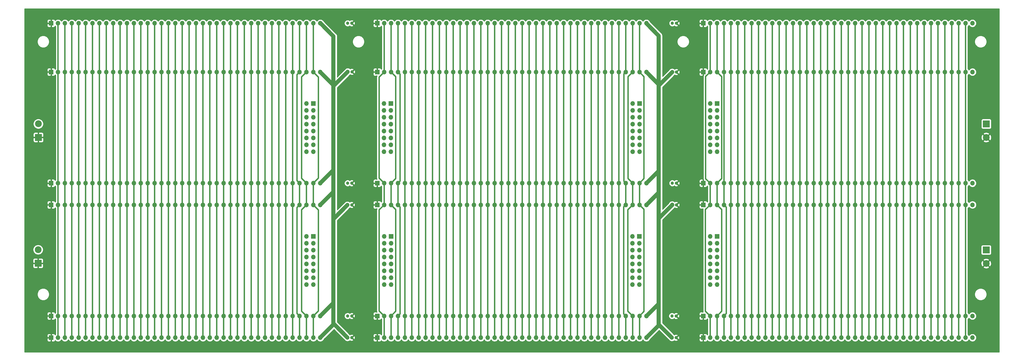
<source format=gtl>
G04 #@! TF.GenerationSoftware,KiCad,Pcbnew,(5.1.9)-1*
G04 #@! TF.CreationDate,2022-11-18T18:44:01-05:00*
G04 #@! TF.ProjectId,backplane,6261636b-706c-4616-9e65-2e6b69636164,rev?*
G04 #@! TF.SameCoordinates,Original*
G04 #@! TF.FileFunction,Copper,L1,Top*
G04 #@! TF.FilePolarity,Positive*
%FSLAX46Y46*%
G04 Gerber Fmt 4.6, Leading zero omitted, Abs format (unit mm)*
G04 Created by KiCad (PCBNEW (5.1.9)-1) date 2022-11-18 18:44:01*
%MOMM*%
%LPD*%
G01*
G04 APERTURE LIST*
G04 #@! TA.AperFunction,ComponentPad*
%ADD10C,2.500000*%
G04 #@! TD*
G04 #@! TA.AperFunction,ComponentPad*
%ADD11R,2.500000X2.500000*%
G04 #@! TD*
G04 #@! TA.AperFunction,ComponentPad*
%ADD12C,1.200000*%
G04 #@! TD*
G04 #@! TA.AperFunction,ComponentPad*
%ADD13O,1.700000X1.700000*%
G04 #@! TD*
G04 #@! TA.AperFunction,ComponentPad*
%ADD14R,1.700000X1.700000*%
G04 #@! TD*
G04 #@! TA.AperFunction,Conductor*
%ADD15C,1.500000*%
G04 #@! TD*
G04 #@! TA.AperFunction,Conductor*
%ADD16C,0.500000*%
G04 #@! TD*
G04 #@! TA.AperFunction,Conductor*
%ADD17C,0.254000*%
G04 #@! TD*
G04 #@! TA.AperFunction,Conductor*
%ADD18C,0.100000*%
G04 #@! TD*
G04 APERTURE END LIST*
D10*
X391910000Y-135650000D03*
D11*
X391910000Y-130650000D03*
D10*
X391950000Y-89120000D03*
D11*
X391950000Y-84120000D03*
D10*
X43000000Y-130550000D03*
D11*
X43000000Y-135550000D03*
D10*
X43100000Y-84110000D03*
D11*
X43100000Y-89110000D03*
D12*
X277800000Y-163000000D03*
X276300000Y-163000000D03*
X277800000Y-155000000D03*
X276300000Y-155000000D03*
X277900000Y-114000000D03*
X276400000Y-114000000D03*
X277900000Y-106000000D03*
X276400000Y-106000000D03*
X277900000Y-65000000D03*
X276400000Y-65000000D03*
X277900000Y-47000000D03*
X276400000Y-47000000D03*
X158400000Y-163000000D03*
X156900000Y-163000000D03*
X158400000Y-155000000D03*
X156900000Y-155000000D03*
X158400000Y-114000000D03*
X156900000Y-114000000D03*
X158400000Y-106000000D03*
X156900000Y-106000000D03*
X158500000Y-64900000D03*
X157000000Y-64900000D03*
X158400000Y-47000000D03*
X156900000Y-47000000D03*
D13*
X290360000Y-143380000D03*
X292900000Y-143380000D03*
X290360000Y-140840000D03*
X292900000Y-140840000D03*
X290360000Y-138300000D03*
X292900000Y-138300000D03*
X290360000Y-135760000D03*
X292900000Y-135760000D03*
X290360000Y-133220000D03*
X292900000Y-133220000D03*
X290360000Y-130680000D03*
X292900000Y-130680000D03*
X290360000Y-128140000D03*
X292900000Y-128140000D03*
X290360000Y-125600000D03*
D14*
X292900000Y-125600000D03*
D13*
X261760000Y-143380000D03*
X264300000Y-143380000D03*
X261760000Y-140840000D03*
X264300000Y-140840000D03*
X261760000Y-138300000D03*
X264300000Y-138300000D03*
X261760000Y-135760000D03*
X264300000Y-135760000D03*
X261760000Y-133220000D03*
X264300000Y-133220000D03*
X261760000Y-130680000D03*
X264300000Y-130680000D03*
X261760000Y-128140000D03*
X264300000Y-128140000D03*
X261760000Y-125600000D03*
D14*
X264300000Y-125600000D03*
D13*
X170360000Y-143380000D03*
X172900000Y-143380000D03*
X170360000Y-140840000D03*
X172900000Y-140840000D03*
X170360000Y-138300000D03*
X172900000Y-138300000D03*
X170360000Y-135760000D03*
X172900000Y-135760000D03*
X170360000Y-133220000D03*
X172900000Y-133220000D03*
X170360000Y-130680000D03*
X172900000Y-130680000D03*
X170360000Y-128140000D03*
X172900000Y-128140000D03*
X170360000Y-125600000D03*
D14*
X172900000Y-125600000D03*
D13*
X141760000Y-143380000D03*
X144300000Y-143380000D03*
X141760000Y-140840000D03*
X144300000Y-140840000D03*
X141760000Y-138300000D03*
X144300000Y-138300000D03*
X141760000Y-135760000D03*
X144300000Y-135760000D03*
X141760000Y-133220000D03*
X144300000Y-133220000D03*
X141760000Y-130680000D03*
X144300000Y-130680000D03*
X141760000Y-128140000D03*
X144300000Y-128140000D03*
X141760000Y-125600000D03*
D14*
X144300000Y-125600000D03*
D13*
X290360000Y-94380000D03*
X292900000Y-94380000D03*
X290360000Y-91840000D03*
X292900000Y-91840000D03*
X290360000Y-89300000D03*
X292900000Y-89300000D03*
X290360000Y-86760000D03*
X292900000Y-86760000D03*
X290360000Y-84220000D03*
X292900000Y-84220000D03*
X290360000Y-81680000D03*
X292900000Y-81680000D03*
X290360000Y-79140000D03*
X292900000Y-79140000D03*
X290360000Y-76600000D03*
D14*
X292900000Y-76600000D03*
D13*
X261800000Y-94380000D03*
X264340000Y-94380000D03*
X261800000Y-91840000D03*
X264340000Y-91840000D03*
X261800000Y-89300000D03*
X264340000Y-89300000D03*
X261800000Y-86760000D03*
X264340000Y-86760000D03*
X261800000Y-84220000D03*
X264340000Y-84220000D03*
X261800000Y-81680000D03*
X264340000Y-81680000D03*
X261800000Y-79140000D03*
X264340000Y-79140000D03*
X261800000Y-76600000D03*
D14*
X264340000Y-76600000D03*
D13*
X170260000Y-94380000D03*
X172800000Y-94380000D03*
X170260000Y-91840000D03*
X172800000Y-91840000D03*
X170260000Y-89300000D03*
X172800000Y-89300000D03*
X170260000Y-86760000D03*
X172800000Y-86760000D03*
X170260000Y-84220000D03*
X172800000Y-84220000D03*
X170260000Y-81680000D03*
X172800000Y-81680000D03*
X170260000Y-79140000D03*
X172800000Y-79140000D03*
X170260000Y-76600000D03*
D14*
X172800000Y-76600000D03*
D13*
X386860000Y-47000000D03*
X384320000Y-47000000D03*
X381780000Y-47000000D03*
X379240000Y-47000000D03*
X376700000Y-47000000D03*
X374160000Y-47000000D03*
X371620000Y-47000000D03*
X369080000Y-47000000D03*
X366540000Y-47000000D03*
X364000000Y-47000000D03*
X361460000Y-47000000D03*
X358920000Y-47000000D03*
X356380000Y-47000000D03*
X353840000Y-47000000D03*
X351300000Y-47000000D03*
X348760000Y-47000000D03*
X346220000Y-47000000D03*
X343680000Y-47000000D03*
X341140000Y-47000000D03*
X338600000Y-47000000D03*
X336060000Y-47000000D03*
X333520000Y-47000000D03*
X330980000Y-47000000D03*
X328440000Y-47000000D03*
X325900000Y-47000000D03*
X323360000Y-47000000D03*
X320820000Y-47000000D03*
X318280000Y-47000000D03*
X315740000Y-47000000D03*
X313200000Y-47000000D03*
X310660000Y-47000000D03*
X308120000Y-47000000D03*
X305580000Y-47000000D03*
X303040000Y-47000000D03*
X300500000Y-47000000D03*
X297960000Y-47000000D03*
X295420000Y-47000000D03*
X292880000Y-47000000D03*
X290340000Y-47000000D03*
D14*
X287800000Y-47000000D03*
D13*
X386860000Y-65000000D03*
X384320000Y-65000000D03*
X381780000Y-65000000D03*
X379240000Y-65000000D03*
X376700000Y-65000000D03*
X374160000Y-65000000D03*
X371620000Y-65000000D03*
X369080000Y-65000000D03*
X366540000Y-65000000D03*
X364000000Y-65000000D03*
X361460000Y-65000000D03*
X358920000Y-65000000D03*
X356380000Y-65000000D03*
X353840000Y-65000000D03*
X351300000Y-65000000D03*
X348760000Y-65000000D03*
X346220000Y-65000000D03*
X343680000Y-65000000D03*
X341140000Y-65000000D03*
X338600000Y-65000000D03*
X336060000Y-65000000D03*
X333520000Y-65000000D03*
X330980000Y-65000000D03*
X328440000Y-65000000D03*
X325900000Y-65000000D03*
X323360000Y-65000000D03*
X320820000Y-65000000D03*
X318280000Y-65000000D03*
X315740000Y-65000000D03*
X313200000Y-65000000D03*
X310660000Y-65000000D03*
X308120000Y-65000000D03*
X305580000Y-65000000D03*
X303040000Y-65000000D03*
X300500000Y-65000000D03*
X297960000Y-65000000D03*
X295420000Y-65000000D03*
X292880000Y-65000000D03*
X290340000Y-65000000D03*
D14*
X287800000Y-65000000D03*
D13*
X386860000Y-106000000D03*
X384320000Y-106000000D03*
X381780000Y-106000000D03*
X379240000Y-106000000D03*
X376700000Y-106000000D03*
X374160000Y-106000000D03*
X371620000Y-106000000D03*
X369080000Y-106000000D03*
X366540000Y-106000000D03*
X364000000Y-106000000D03*
X361460000Y-106000000D03*
X358920000Y-106000000D03*
X356380000Y-106000000D03*
X353840000Y-106000000D03*
X351300000Y-106000000D03*
X348760000Y-106000000D03*
X346220000Y-106000000D03*
X343680000Y-106000000D03*
X341140000Y-106000000D03*
X338600000Y-106000000D03*
X336060000Y-106000000D03*
X333520000Y-106000000D03*
X330980000Y-106000000D03*
X328440000Y-106000000D03*
X325900000Y-106000000D03*
X323360000Y-106000000D03*
X320820000Y-106000000D03*
X318280000Y-106000000D03*
X315740000Y-106000000D03*
X313200000Y-106000000D03*
X310660000Y-106000000D03*
X308120000Y-106000000D03*
X305580000Y-106000000D03*
X303040000Y-106000000D03*
X300500000Y-106000000D03*
X297960000Y-106000000D03*
X295420000Y-106000000D03*
X292880000Y-106000000D03*
X290340000Y-106000000D03*
D14*
X287800000Y-106000000D03*
D13*
X386861040Y-114000000D03*
X384321040Y-114000000D03*
X381781040Y-114000000D03*
X379241040Y-114000000D03*
X376701040Y-114000000D03*
X374161040Y-114000000D03*
X371621040Y-114000000D03*
X369081040Y-114000000D03*
X366541040Y-114000000D03*
X364001040Y-114000000D03*
X361461040Y-114000000D03*
X358921040Y-114000000D03*
X356381040Y-114000000D03*
X353841040Y-114000000D03*
X351301040Y-114000000D03*
X348761040Y-114000000D03*
X346221040Y-114000000D03*
X343681040Y-114000000D03*
X341141040Y-114000000D03*
X338601040Y-114000000D03*
X336061040Y-114000000D03*
X333521040Y-114000000D03*
X330981040Y-114000000D03*
X328441040Y-114000000D03*
X325901040Y-114000000D03*
X323361040Y-114000000D03*
X320821040Y-114000000D03*
X318281040Y-114000000D03*
X315741040Y-114000000D03*
X313201040Y-114000000D03*
X310661040Y-114000000D03*
X308121040Y-114000000D03*
X305581040Y-114000000D03*
X303041040Y-114000000D03*
X300501040Y-114000000D03*
X297961040Y-114000000D03*
X295421040Y-114000000D03*
X292881040Y-114000000D03*
X290341040Y-114000000D03*
D14*
X287801040Y-114000000D03*
D13*
X386860000Y-155000000D03*
X384320000Y-155000000D03*
X381780000Y-155000000D03*
X379240000Y-155000000D03*
X376700000Y-155000000D03*
X374160000Y-155000000D03*
X371620000Y-155000000D03*
X369080000Y-155000000D03*
X366540000Y-155000000D03*
X364000000Y-155000000D03*
X361460000Y-155000000D03*
X358920000Y-155000000D03*
X356380000Y-155000000D03*
X353840000Y-155000000D03*
X351300000Y-155000000D03*
X348760000Y-155000000D03*
X346220000Y-155000000D03*
X343680000Y-155000000D03*
X341140000Y-155000000D03*
X338600000Y-155000000D03*
X336060000Y-155000000D03*
X333520000Y-155000000D03*
X330980000Y-155000000D03*
X328440000Y-155000000D03*
X325900000Y-155000000D03*
X323360000Y-155000000D03*
X320820000Y-155000000D03*
X318280000Y-155000000D03*
X315740000Y-155000000D03*
X313200000Y-155000000D03*
X310660000Y-155000000D03*
X308120000Y-155000000D03*
X305580000Y-155000000D03*
X303040000Y-155000000D03*
X300500000Y-155000000D03*
X297960000Y-155000000D03*
X295420000Y-155000000D03*
X292880000Y-155000000D03*
X290340000Y-155000000D03*
D14*
X287800000Y-155000000D03*
D13*
X386860000Y-163000000D03*
X384320000Y-163000000D03*
X381780000Y-163000000D03*
X379240000Y-163000000D03*
X376700000Y-163000000D03*
X374160000Y-163000000D03*
X371620000Y-163000000D03*
X369080000Y-163000000D03*
X366540000Y-163000000D03*
X364000000Y-163000000D03*
X361460000Y-163000000D03*
X358920000Y-163000000D03*
X356380000Y-163000000D03*
X353840000Y-163000000D03*
X351300000Y-163000000D03*
X348760000Y-163000000D03*
X346220000Y-163000000D03*
X343680000Y-163000000D03*
X341140000Y-163000000D03*
X338600000Y-163000000D03*
X336060000Y-163000000D03*
X333520000Y-163000000D03*
X330980000Y-163000000D03*
X328440000Y-163000000D03*
X325900000Y-163000000D03*
X323360000Y-163000000D03*
X320820000Y-163000000D03*
X318280000Y-163000000D03*
X315740000Y-163000000D03*
X313200000Y-163000000D03*
X310660000Y-163000000D03*
X308120000Y-163000000D03*
X305580000Y-163000000D03*
X303040000Y-163000000D03*
X300500000Y-163000000D03*
X297960000Y-163000000D03*
X295420000Y-163000000D03*
X292880000Y-163000000D03*
X290340000Y-163000000D03*
D14*
X287800000Y-163000000D03*
D13*
X266860000Y-47000000D03*
X264320000Y-47000000D03*
X261780000Y-47000000D03*
X259240000Y-47000000D03*
X256700000Y-47000000D03*
X254160000Y-47000000D03*
X251620000Y-47000000D03*
X249080000Y-47000000D03*
X246540000Y-47000000D03*
X244000000Y-47000000D03*
X241460000Y-47000000D03*
X238920000Y-47000000D03*
X236380000Y-47000000D03*
X233840000Y-47000000D03*
X231300000Y-47000000D03*
X228760000Y-47000000D03*
X226220000Y-47000000D03*
X223680000Y-47000000D03*
X221140000Y-47000000D03*
X218600000Y-47000000D03*
X216060000Y-47000000D03*
X213520000Y-47000000D03*
X210980000Y-47000000D03*
X208440000Y-47000000D03*
X205900000Y-47000000D03*
X203360000Y-47000000D03*
X200820000Y-47000000D03*
X198280000Y-47000000D03*
X195740000Y-47000000D03*
X193200000Y-47000000D03*
X190660000Y-47000000D03*
X188120000Y-47000000D03*
X185580000Y-47000000D03*
X183040000Y-47000000D03*
X180500000Y-47000000D03*
X177960000Y-47000000D03*
X175420000Y-47000000D03*
X172880000Y-47000000D03*
X170340000Y-47000000D03*
D14*
X167800000Y-47000000D03*
D13*
X266860000Y-65000000D03*
X264320000Y-65000000D03*
X261780000Y-65000000D03*
X259240000Y-65000000D03*
X256700000Y-65000000D03*
X254160000Y-65000000D03*
X251620000Y-65000000D03*
X249080000Y-65000000D03*
X246540000Y-65000000D03*
X244000000Y-65000000D03*
X241460000Y-65000000D03*
X238920000Y-65000000D03*
X236380000Y-65000000D03*
X233840000Y-65000000D03*
X231300000Y-65000000D03*
X228760000Y-65000000D03*
X226220000Y-65000000D03*
X223680000Y-65000000D03*
X221140000Y-65000000D03*
X218600000Y-65000000D03*
X216060000Y-65000000D03*
X213520000Y-65000000D03*
X210980000Y-65000000D03*
X208440000Y-65000000D03*
X205900000Y-65000000D03*
X203360000Y-65000000D03*
X200820000Y-65000000D03*
X198280000Y-65000000D03*
X195740000Y-65000000D03*
X193200000Y-65000000D03*
X190660000Y-65000000D03*
X188120000Y-65000000D03*
X185580000Y-65000000D03*
X183040000Y-65000000D03*
X180500000Y-65000000D03*
X177960000Y-65000000D03*
X175420000Y-65000000D03*
X172880000Y-65000000D03*
X170340000Y-65000000D03*
D14*
X167800000Y-65000000D03*
D13*
X266860000Y-106000000D03*
X264320000Y-106000000D03*
X261780000Y-106000000D03*
X259240000Y-106000000D03*
X256700000Y-106000000D03*
X254160000Y-106000000D03*
X251620000Y-106000000D03*
X249080000Y-106000000D03*
X246540000Y-106000000D03*
X244000000Y-106000000D03*
X241460000Y-106000000D03*
X238920000Y-106000000D03*
X236380000Y-106000000D03*
X233840000Y-106000000D03*
X231300000Y-106000000D03*
X228760000Y-106000000D03*
X226220000Y-106000000D03*
X223680000Y-106000000D03*
X221140000Y-106000000D03*
X218600000Y-106000000D03*
X216060000Y-106000000D03*
X213520000Y-106000000D03*
X210980000Y-106000000D03*
X208440000Y-106000000D03*
X205900000Y-106000000D03*
X203360000Y-106000000D03*
X200820000Y-106000000D03*
X198280000Y-106000000D03*
X195740000Y-106000000D03*
X193200000Y-106000000D03*
X190660000Y-106000000D03*
X188120000Y-106000000D03*
X185580000Y-106000000D03*
X183040000Y-106000000D03*
X180500000Y-106000000D03*
X177960000Y-106000000D03*
X175420000Y-106000000D03*
X172880000Y-106000000D03*
X170340000Y-106000000D03*
D14*
X167800000Y-106000000D03*
D13*
X266860000Y-114000000D03*
X264320000Y-114000000D03*
X261780000Y-114000000D03*
X259240000Y-114000000D03*
X256700000Y-114000000D03*
X254160000Y-114000000D03*
X251620000Y-114000000D03*
X249080000Y-114000000D03*
X246540000Y-114000000D03*
X244000000Y-114000000D03*
X241460000Y-114000000D03*
X238920000Y-114000000D03*
X236380000Y-114000000D03*
X233840000Y-114000000D03*
X231300000Y-114000000D03*
X228760000Y-114000000D03*
X226220000Y-114000000D03*
X223680000Y-114000000D03*
X221140000Y-114000000D03*
X218600000Y-114000000D03*
X216060000Y-114000000D03*
X213520000Y-114000000D03*
X210980000Y-114000000D03*
X208440000Y-114000000D03*
X205900000Y-114000000D03*
X203360000Y-114000000D03*
X200820000Y-114000000D03*
X198280000Y-114000000D03*
X195740000Y-114000000D03*
X193200000Y-114000000D03*
X190660000Y-114000000D03*
X188120000Y-114000000D03*
X185580000Y-114000000D03*
X183040000Y-114000000D03*
X180500000Y-114000000D03*
X177960000Y-114000000D03*
X175420000Y-114000000D03*
X172880000Y-114000000D03*
X170340000Y-114000000D03*
D14*
X167800000Y-114000000D03*
D13*
X266860000Y-155000000D03*
X264320000Y-155000000D03*
X261780000Y-155000000D03*
X259240000Y-155000000D03*
X256700000Y-155000000D03*
X254160000Y-155000000D03*
X251620000Y-155000000D03*
X249080000Y-155000000D03*
X246540000Y-155000000D03*
X244000000Y-155000000D03*
X241460000Y-155000000D03*
X238920000Y-155000000D03*
X236380000Y-155000000D03*
X233840000Y-155000000D03*
X231300000Y-155000000D03*
X228760000Y-155000000D03*
X226220000Y-155000000D03*
X223680000Y-155000000D03*
X221140000Y-155000000D03*
X218600000Y-155000000D03*
X216060000Y-155000000D03*
X213520000Y-155000000D03*
X210980000Y-155000000D03*
X208440000Y-155000000D03*
X205900000Y-155000000D03*
X203360000Y-155000000D03*
X200820000Y-155000000D03*
X198280000Y-155000000D03*
X195740000Y-155000000D03*
X193200000Y-155000000D03*
X190660000Y-155000000D03*
X188120000Y-155000000D03*
X185580000Y-155000000D03*
X183040000Y-155000000D03*
X180500000Y-155000000D03*
X177960000Y-155000000D03*
X175420000Y-155000000D03*
X172880000Y-155000000D03*
X170340000Y-155000000D03*
D14*
X167800000Y-155000000D03*
D13*
X266860000Y-163000000D03*
X264320000Y-163000000D03*
X261780000Y-163000000D03*
X259240000Y-163000000D03*
X256700000Y-163000000D03*
X254160000Y-163000000D03*
X251620000Y-163000000D03*
X249080000Y-163000000D03*
X246540000Y-163000000D03*
X244000000Y-163000000D03*
X241460000Y-163000000D03*
X238920000Y-163000000D03*
X236380000Y-163000000D03*
X233840000Y-163000000D03*
X231300000Y-163000000D03*
X228760000Y-163000000D03*
X226220000Y-163000000D03*
X223680000Y-163000000D03*
X221140000Y-163000000D03*
X218600000Y-163000000D03*
X216060000Y-163000000D03*
X213520000Y-163000000D03*
X210980000Y-163000000D03*
X208440000Y-163000000D03*
X205900000Y-163000000D03*
X203360000Y-163000000D03*
X200820000Y-163000000D03*
X198280000Y-163000000D03*
X195740000Y-163000000D03*
X193200000Y-163000000D03*
X190660000Y-163000000D03*
X188120000Y-163000000D03*
X185580000Y-163000000D03*
X183040000Y-163000000D03*
X180500000Y-163000000D03*
X177960000Y-163000000D03*
X175420000Y-163000000D03*
X172880000Y-163000000D03*
X170340000Y-163000000D03*
D14*
X167800000Y-163000000D03*
D13*
X146860000Y-47000000D03*
X144320000Y-47000000D03*
X141780000Y-47000000D03*
X139240000Y-47000000D03*
X136700000Y-47000000D03*
X134160000Y-47000000D03*
X131620000Y-47000000D03*
X129080000Y-47000000D03*
X126540000Y-47000000D03*
X124000000Y-47000000D03*
X121460000Y-47000000D03*
X118920000Y-47000000D03*
X116380000Y-47000000D03*
X113840000Y-47000000D03*
X111300000Y-47000000D03*
X108760000Y-47000000D03*
X106220000Y-47000000D03*
X103680000Y-47000000D03*
X101140000Y-47000000D03*
X98600000Y-47000000D03*
X96060000Y-47000000D03*
X93520000Y-47000000D03*
X90980000Y-47000000D03*
X88440000Y-47000000D03*
X85900000Y-47000000D03*
X83360000Y-47000000D03*
X80820000Y-47000000D03*
X78280000Y-47000000D03*
X75740000Y-47000000D03*
X73200000Y-47000000D03*
X70660000Y-47000000D03*
X68120000Y-47000000D03*
X65580000Y-47000000D03*
X63040000Y-47000000D03*
X60500000Y-47000000D03*
X57960000Y-47000000D03*
X55420000Y-47000000D03*
X52880000Y-47000000D03*
X50340000Y-47000000D03*
D14*
X47800000Y-47000000D03*
D13*
X146860000Y-65000000D03*
X144320000Y-65000000D03*
X141780000Y-65000000D03*
X139240000Y-65000000D03*
X136700000Y-65000000D03*
X134160000Y-65000000D03*
X131620000Y-65000000D03*
X129080000Y-65000000D03*
X126540000Y-65000000D03*
X124000000Y-65000000D03*
X121460000Y-65000000D03*
X118920000Y-65000000D03*
X116380000Y-65000000D03*
X113840000Y-65000000D03*
X111300000Y-65000000D03*
X108760000Y-65000000D03*
X106220000Y-65000000D03*
X103680000Y-65000000D03*
X101140000Y-65000000D03*
X98600000Y-65000000D03*
X96060000Y-65000000D03*
X93520000Y-65000000D03*
X90980000Y-65000000D03*
X88440000Y-65000000D03*
X85900000Y-65000000D03*
X83360000Y-65000000D03*
X80820000Y-65000000D03*
X78280000Y-65000000D03*
X75740000Y-65000000D03*
X73200000Y-65000000D03*
X70660000Y-65000000D03*
X68120000Y-65000000D03*
X65580000Y-65000000D03*
X63040000Y-65000000D03*
X60500000Y-65000000D03*
X57960000Y-65000000D03*
X55420000Y-65000000D03*
X52880000Y-65000000D03*
X50340000Y-65000000D03*
D14*
X47800000Y-65000000D03*
D13*
X146860000Y-106000000D03*
X144320000Y-106000000D03*
X141780000Y-106000000D03*
X139240000Y-106000000D03*
X136700000Y-106000000D03*
X134160000Y-106000000D03*
X131620000Y-106000000D03*
X129080000Y-106000000D03*
X126540000Y-106000000D03*
X124000000Y-106000000D03*
X121460000Y-106000000D03*
X118920000Y-106000000D03*
X116380000Y-106000000D03*
X113840000Y-106000000D03*
X111300000Y-106000000D03*
X108760000Y-106000000D03*
X106220000Y-106000000D03*
X103680000Y-106000000D03*
X101140000Y-106000000D03*
X98600000Y-106000000D03*
X96060000Y-106000000D03*
X93520000Y-106000000D03*
X90980000Y-106000000D03*
X88440000Y-106000000D03*
X85900000Y-106000000D03*
X83360000Y-106000000D03*
X80820000Y-106000000D03*
X78280000Y-106000000D03*
X75740000Y-106000000D03*
X73200000Y-106000000D03*
X70660000Y-106000000D03*
X68120000Y-106000000D03*
X65580000Y-106000000D03*
X63040000Y-106000000D03*
X60500000Y-106000000D03*
X57960000Y-106000000D03*
X55420000Y-106000000D03*
X52880000Y-106000000D03*
X50340000Y-106000000D03*
D14*
X47800000Y-106000000D03*
D13*
X146860000Y-114000000D03*
X144320000Y-114000000D03*
X141780000Y-114000000D03*
X139240000Y-114000000D03*
X136700000Y-114000000D03*
X134160000Y-114000000D03*
X131620000Y-114000000D03*
X129080000Y-114000000D03*
X126540000Y-114000000D03*
X124000000Y-114000000D03*
X121460000Y-114000000D03*
X118920000Y-114000000D03*
X116380000Y-114000000D03*
X113840000Y-114000000D03*
X111300000Y-114000000D03*
X108760000Y-114000000D03*
X106220000Y-114000000D03*
X103680000Y-114000000D03*
X101140000Y-114000000D03*
X98600000Y-114000000D03*
X96060000Y-114000000D03*
X93520000Y-114000000D03*
X90980000Y-114000000D03*
X88440000Y-114000000D03*
X85900000Y-114000000D03*
X83360000Y-114000000D03*
X80820000Y-114000000D03*
X78280000Y-114000000D03*
X75740000Y-114000000D03*
X73200000Y-114000000D03*
X70660000Y-114000000D03*
X68120000Y-114000000D03*
X65580000Y-114000000D03*
X63040000Y-114000000D03*
X60500000Y-114000000D03*
X57960000Y-114000000D03*
X55420000Y-114000000D03*
X52880000Y-114000000D03*
X50340000Y-114000000D03*
D14*
X47800000Y-114000000D03*
D13*
X146860000Y-155000000D03*
X144320000Y-155000000D03*
X141780000Y-155000000D03*
X139240000Y-155000000D03*
X136700000Y-155000000D03*
X134160000Y-155000000D03*
X131620000Y-155000000D03*
X129080000Y-155000000D03*
X126540000Y-155000000D03*
X124000000Y-155000000D03*
X121460000Y-155000000D03*
X118920000Y-155000000D03*
X116380000Y-155000000D03*
X113840000Y-155000000D03*
X111300000Y-155000000D03*
X108760000Y-155000000D03*
X106220000Y-155000000D03*
X103680000Y-155000000D03*
X101140000Y-155000000D03*
X98600000Y-155000000D03*
X96060000Y-155000000D03*
X93520000Y-155000000D03*
X90980000Y-155000000D03*
X88440000Y-155000000D03*
X85900000Y-155000000D03*
X83360000Y-155000000D03*
X80820000Y-155000000D03*
X78280000Y-155000000D03*
X75740000Y-155000000D03*
X73200000Y-155000000D03*
X70660000Y-155000000D03*
X68120000Y-155000000D03*
X65580000Y-155000000D03*
X63040000Y-155000000D03*
X60500000Y-155000000D03*
X57960000Y-155000000D03*
X55420000Y-155000000D03*
X52880000Y-155000000D03*
X50340000Y-155000000D03*
D14*
X47800000Y-155000000D03*
D13*
X146860000Y-163000000D03*
X144320000Y-163000000D03*
X141780000Y-163000000D03*
X139240000Y-163000000D03*
X136700000Y-163000000D03*
X134160000Y-163000000D03*
X131620000Y-163000000D03*
X129080000Y-163000000D03*
X126540000Y-163000000D03*
X124000000Y-163000000D03*
X121460000Y-163000000D03*
X118920000Y-163000000D03*
X116380000Y-163000000D03*
X113840000Y-163000000D03*
X111300000Y-163000000D03*
X108760000Y-163000000D03*
X106220000Y-163000000D03*
X103680000Y-163000000D03*
X101140000Y-163000000D03*
X98600000Y-163000000D03*
X96060000Y-163000000D03*
X93520000Y-163000000D03*
X90980000Y-163000000D03*
X88440000Y-163000000D03*
X85900000Y-163000000D03*
X83360000Y-163000000D03*
X80820000Y-163000000D03*
X78280000Y-163000000D03*
X75740000Y-163000000D03*
X73200000Y-163000000D03*
X70660000Y-163000000D03*
X68120000Y-163000000D03*
X65580000Y-163000000D03*
X63040000Y-163000000D03*
X60500000Y-163000000D03*
X57960000Y-163000000D03*
X55420000Y-163000000D03*
X52880000Y-163000000D03*
X50340000Y-163000000D03*
D14*
X47800000Y-163000000D03*
D13*
X141760000Y-94380000D03*
X144300000Y-94380000D03*
X141760000Y-91840000D03*
X144300000Y-91840000D03*
X141760000Y-89300000D03*
X144300000Y-89300000D03*
X141760000Y-86760000D03*
X144300000Y-86760000D03*
X141760000Y-84220000D03*
X144300000Y-84220000D03*
X141760000Y-81680000D03*
X144300000Y-81680000D03*
X141760000Y-79140000D03*
X144300000Y-79140000D03*
X141760000Y-76600000D03*
D14*
X144300000Y-76600000D03*
D15*
X151700000Y-158160000D02*
X146860000Y-163000000D01*
X156849999Y-162949999D02*
X156849999Y-163000000D01*
X152060000Y-158160000D02*
X156849999Y-162949999D01*
X151700000Y-158160000D02*
X152060000Y-158160000D01*
X151660000Y-150200000D02*
X151700000Y-150200000D01*
X146860000Y-155000000D02*
X151660000Y-150200000D01*
X151700000Y-150200000D02*
X151700000Y-158160000D01*
X151360000Y-101500000D02*
X151700000Y-101500000D01*
X146860000Y-106000000D02*
X151360000Y-101500000D01*
X151700000Y-101500000D02*
X151700000Y-109300000D01*
X156949999Y-64950001D02*
X156949999Y-64900000D01*
X151700000Y-70200000D02*
X156949999Y-64950001D01*
X151700000Y-119100000D02*
X151700000Y-150200000D01*
X151700000Y-109300000D02*
X151700000Y-119100000D01*
X151360000Y-69500000D02*
X146860000Y-65000000D01*
X151700000Y-69500000D02*
X151360000Y-69500000D01*
X151700000Y-69500000D02*
X151700000Y-101500000D01*
X271400000Y-158460000D02*
X266860000Y-163000000D01*
X271260000Y-150600000D02*
X271400000Y-150600000D01*
X266860000Y-155000000D02*
X271260000Y-150600000D01*
X271400000Y-150600000D02*
X271400000Y-158460000D01*
X276249999Y-162949999D02*
X276249999Y-163000000D01*
X271760000Y-158460000D02*
X276249999Y-162949999D01*
X271400000Y-158460000D02*
X271760000Y-158460000D01*
X271400000Y-109460000D02*
X271400000Y-109300000D01*
X266860000Y-114000000D02*
X271400000Y-109460000D01*
X266860000Y-106000000D02*
X271360000Y-101500000D01*
X271400000Y-101500000D02*
X271400000Y-109300000D01*
X271360000Y-101500000D02*
X271400000Y-101500000D01*
X276349999Y-65050001D02*
X276349999Y-65000000D01*
X271500000Y-69900000D02*
X276349999Y-65050001D01*
X271500000Y-69640000D02*
X266860000Y-65000000D01*
X271500000Y-69900000D02*
X271500000Y-69640000D01*
X271400000Y-109300000D02*
X271400000Y-117800000D01*
X271400000Y-117800000D02*
X271400000Y-150600000D01*
X276349999Y-114000000D02*
X276349999Y-113949999D01*
X276349999Y-114050001D02*
X276349999Y-114000000D01*
X271400000Y-119000000D02*
X276349999Y-114050001D01*
X151700000Y-68200000D02*
X151700000Y-69500000D01*
X151700000Y-51800000D02*
X151700000Y-68200000D01*
X146900000Y-47000000D02*
X151700000Y-51800000D01*
X146860000Y-47000000D02*
X146900000Y-47000000D01*
X271400000Y-69000000D02*
X271400000Y-101500000D01*
X271400000Y-51600000D02*
X271400000Y-69000000D01*
X266860000Y-47060000D02*
X271400000Y-51600000D01*
X266860000Y-47000000D02*
X266860000Y-47060000D01*
X151560000Y-109300000D02*
X151700000Y-109300000D01*
X146860000Y-114000000D02*
X151560000Y-109300000D01*
X151800000Y-119100000D02*
X156849999Y-114050001D01*
X151700000Y-119100000D02*
X151800000Y-119100000D01*
D16*
X136700000Y-106000000D02*
X136700000Y-65000000D01*
X136700000Y-106000000D02*
X136700000Y-114000000D01*
X136700000Y-114000000D02*
X136700000Y-155000000D01*
X136700000Y-155000000D02*
X136700000Y-163000000D01*
X256700000Y-65000000D02*
X256700000Y-106000000D01*
X256700000Y-106000000D02*
X256700000Y-114000000D01*
X256700000Y-114000000D02*
X256700000Y-155000000D01*
X256700000Y-155000000D02*
X256700000Y-163000000D01*
X376700000Y-155000000D02*
X376700000Y-163000000D01*
X376700000Y-114001040D02*
X376701040Y-114000000D01*
X376700000Y-155000000D02*
X376700000Y-114001040D01*
X376701040Y-106001040D02*
X376700000Y-106000000D01*
X376701040Y-114000000D02*
X376701040Y-106001040D01*
X376700000Y-106000000D02*
X376700000Y-65000000D01*
X256700000Y-47000000D02*
X256700000Y-65000000D01*
X376700000Y-65000000D02*
X376700000Y-47000000D01*
X136700000Y-65900000D02*
X136700000Y-65000000D01*
X136700000Y-47000000D02*
X136700000Y-65900000D01*
X134160000Y-106000000D02*
X134160000Y-65000000D01*
X134160000Y-106000000D02*
X134160000Y-114000000D01*
X134160000Y-114000000D02*
X134160000Y-155000000D01*
X134160000Y-163000000D02*
X134160000Y-155000000D01*
X254160000Y-163000000D02*
X254160000Y-155000000D01*
X254160000Y-114000000D02*
X254160000Y-155000000D01*
X254160000Y-106000000D02*
X254160000Y-114000000D01*
X374160000Y-163000000D02*
X374160000Y-155000000D01*
X374161040Y-154998960D02*
X374160000Y-155000000D01*
X374161040Y-114000000D02*
X374161040Y-154998960D01*
X374160000Y-113998960D02*
X374161040Y-114000000D01*
X374160000Y-106000000D02*
X374160000Y-113998960D01*
X254160000Y-65000000D02*
X254160000Y-106000000D01*
X374160000Y-65000000D02*
X374160000Y-106000000D01*
X254160000Y-65000000D02*
X254160000Y-47000000D01*
X374160000Y-47000000D02*
X374160000Y-65000000D01*
X134160000Y-47000000D02*
X134160000Y-65000000D01*
X131620000Y-65000000D02*
X131620000Y-106000000D01*
X131620000Y-114000000D02*
X131620000Y-106000000D01*
X131620000Y-114000000D02*
X131620000Y-155000000D01*
X131620000Y-155000000D02*
X131620000Y-163000000D01*
X251620000Y-155000000D02*
X251620000Y-163000000D01*
X251620000Y-155000000D02*
X251620000Y-114000000D01*
X251620000Y-114000000D02*
X251620000Y-106000000D01*
X371620000Y-155000000D02*
X371620000Y-163000000D01*
X371620000Y-114001040D02*
X371621040Y-114000000D01*
X371620000Y-155000000D02*
X371620000Y-114001040D01*
X371621040Y-106001040D02*
X371620000Y-106000000D01*
X371621040Y-114000000D02*
X371621040Y-106001040D01*
X251620000Y-106000000D02*
X251620000Y-65000000D01*
X371620000Y-106000000D02*
X371620000Y-65000000D01*
X251620000Y-47000000D02*
X251620000Y-65000000D01*
X371620000Y-65000000D02*
X371620000Y-47000000D01*
X131620000Y-65000000D02*
X131620000Y-47000000D01*
X126540000Y-65000000D02*
X126540000Y-106000000D01*
X126540000Y-114000000D02*
X126540000Y-106000000D01*
X126540000Y-114000000D02*
X126540000Y-155000000D01*
X126540000Y-155000000D02*
X126540000Y-163000000D01*
X246540000Y-155000000D02*
X246540000Y-163000000D01*
X246540000Y-155000000D02*
X246540000Y-114000000D01*
X246540000Y-114000000D02*
X246540000Y-106000000D01*
X366540000Y-155000000D02*
X366540000Y-163000000D01*
X366540000Y-114001040D02*
X366541040Y-114000000D01*
X366540000Y-155000000D02*
X366540000Y-114001040D01*
X366541040Y-106001040D02*
X366540000Y-106000000D01*
X366541040Y-114000000D02*
X366541040Y-106001040D01*
X246540000Y-106000000D02*
X246540000Y-65000000D01*
X366540000Y-106000000D02*
X366540000Y-65000000D01*
X246540000Y-47000000D02*
X246540000Y-65000000D01*
X366540000Y-65000000D02*
X366540000Y-47000000D01*
X126540000Y-65000000D02*
X126540000Y-47000000D01*
X108760000Y-65000000D02*
X108760000Y-106000000D01*
X108760000Y-106000000D02*
X108760000Y-114000000D01*
X108760000Y-114000000D02*
X108760000Y-155000000D01*
X108760000Y-163000000D02*
X108760000Y-155000000D01*
X228760000Y-163000000D02*
X228760000Y-155000000D01*
X228760000Y-114000000D02*
X228760000Y-155000000D01*
X228760000Y-106000000D02*
X228760000Y-114000000D01*
X348760000Y-163000000D02*
X348760000Y-155000000D01*
X348761040Y-154998960D02*
X348760000Y-155000000D01*
X348761040Y-114000000D02*
X348761040Y-154998960D01*
X348760000Y-113998960D02*
X348761040Y-114000000D01*
X348760000Y-106000000D02*
X348760000Y-113998960D01*
X228760000Y-65000000D02*
X228760000Y-106000000D01*
X348760000Y-65000000D02*
X348760000Y-106000000D01*
X228760000Y-65000000D02*
X228760000Y-47000000D01*
X348760000Y-47000000D02*
X348760000Y-65000000D01*
X108760000Y-47000000D02*
X108760000Y-65000000D01*
X118920000Y-106000000D02*
X118920000Y-65000000D01*
X118920000Y-106000000D02*
X118920000Y-114000000D01*
X118920000Y-114000000D02*
X118920000Y-155000000D01*
X118920000Y-163000000D02*
X118920000Y-155000000D01*
X238920000Y-163000000D02*
X238920000Y-155000000D01*
X238920000Y-114000000D02*
X238920000Y-155000000D01*
X238920000Y-106000000D02*
X238920000Y-114000000D01*
X358920000Y-163000000D02*
X358920000Y-155000000D01*
X358921040Y-154998960D02*
X358920000Y-155000000D01*
X358921040Y-114000000D02*
X358921040Y-154998960D01*
X358920000Y-113998960D02*
X358921040Y-114000000D01*
X358920000Y-106000000D02*
X358920000Y-113998960D01*
X238920000Y-65000000D02*
X238920000Y-106000000D01*
X358920000Y-65000000D02*
X358920000Y-106000000D01*
X238920000Y-65000000D02*
X238920000Y-47000000D01*
X358920000Y-47000000D02*
X358920000Y-65000000D01*
X118920000Y-47000000D02*
X118920000Y-65000000D01*
X116380000Y-65000000D02*
X116380000Y-106000000D01*
X116380000Y-114000000D02*
X116380000Y-106000000D01*
X116380000Y-155000000D02*
X116380000Y-114000000D01*
X116380000Y-155000000D02*
X116380000Y-163000000D01*
X236380000Y-155000000D02*
X236380000Y-163000000D01*
X236380000Y-155000000D02*
X236380000Y-114000000D01*
X236380000Y-114000000D02*
X236380000Y-106000000D01*
X356380000Y-155000000D02*
X356380000Y-163000000D01*
X356380000Y-114001040D02*
X356381040Y-114000000D01*
X356380000Y-155000000D02*
X356380000Y-114001040D01*
X356381040Y-106001040D02*
X356380000Y-106000000D01*
X356381040Y-114000000D02*
X356381040Y-106001040D01*
X236380000Y-106000000D02*
X236380000Y-65000000D01*
X356380000Y-106000000D02*
X356380000Y-65000000D01*
X236380000Y-47000000D02*
X236380000Y-65000000D01*
X356380000Y-65000000D02*
X356380000Y-47000000D01*
X116380000Y-65000000D02*
X116380000Y-47000000D01*
X113840000Y-65000000D02*
X113840000Y-106000000D01*
X113840000Y-106000000D02*
X113840000Y-114000000D01*
X113840000Y-114000000D02*
X113840000Y-155000000D01*
X113840000Y-163000000D02*
X113840000Y-155000000D01*
X233840000Y-163000000D02*
X233840000Y-155000000D01*
X233840000Y-114000000D02*
X233840000Y-155000000D01*
X233840000Y-106000000D02*
X233840000Y-114000000D01*
X353840000Y-163000000D02*
X353840000Y-155000000D01*
X353841040Y-154998960D02*
X353840000Y-155000000D01*
X353841040Y-114000000D02*
X353841040Y-154998960D01*
X353840000Y-113998960D02*
X353841040Y-114000000D01*
X353840000Y-106000000D02*
X353840000Y-113998960D01*
X233840000Y-65000000D02*
X233840000Y-106000000D01*
X353840000Y-65000000D02*
X353840000Y-106000000D01*
X233840000Y-65000000D02*
X233840000Y-47000000D01*
X353840000Y-47000000D02*
X353840000Y-65000000D01*
X113840000Y-47000000D02*
X113840000Y-65000000D01*
X111300000Y-106000000D02*
X111300000Y-65000000D01*
X111300000Y-114000000D02*
X111300000Y-106000000D01*
X111300000Y-155000000D02*
X111300000Y-114000000D01*
X111300000Y-155000000D02*
X111300000Y-163000000D01*
X231300000Y-155000000D02*
X231300000Y-163000000D01*
X231300000Y-155000000D02*
X231300000Y-114000000D01*
X231300000Y-114000000D02*
X231300000Y-106000000D01*
X351300000Y-155000000D02*
X351300000Y-163000000D01*
X351300000Y-114001040D02*
X351301040Y-114000000D01*
X351300000Y-155000000D02*
X351300000Y-114001040D01*
X351301040Y-106001040D02*
X351300000Y-106000000D01*
X351301040Y-114000000D02*
X351301040Y-106001040D01*
X231300000Y-106000000D02*
X231300000Y-65000000D01*
X351300000Y-106000000D02*
X351300000Y-65000000D01*
X231300000Y-47000000D02*
X231300000Y-65000000D01*
X351300000Y-65000000D02*
X351300000Y-47000000D01*
X111300000Y-65000000D02*
X111300000Y-47000000D01*
X106220000Y-106000000D02*
X106220000Y-65000000D01*
X106220000Y-106000000D02*
X106220000Y-114000000D01*
X106220000Y-155000000D02*
X106220000Y-114000000D01*
X106220000Y-155000000D02*
X106220000Y-163000000D01*
X226220000Y-155000000D02*
X226220000Y-163000000D01*
X226220000Y-155000000D02*
X226220000Y-114000000D01*
X226220000Y-114000000D02*
X226220000Y-106000000D01*
X346220000Y-155000000D02*
X346220000Y-163000000D01*
X346220000Y-114001040D02*
X346221040Y-114000000D01*
X346220000Y-155000000D02*
X346220000Y-114001040D01*
X346221040Y-106001040D02*
X346220000Y-106000000D01*
X346221040Y-114000000D02*
X346221040Y-106001040D01*
X226220000Y-106000000D02*
X226220000Y-65000000D01*
X346220000Y-106000000D02*
X346220000Y-65000000D01*
X226220000Y-47000000D02*
X226220000Y-65000000D01*
X346220000Y-65000000D02*
X346220000Y-47000000D01*
X106220000Y-65000000D02*
X106220000Y-47000000D01*
X103680000Y-65000000D02*
X103680000Y-106000000D01*
X103680000Y-114000000D02*
X103680000Y-106000000D01*
X103680000Y-114000000D02*
X103680000Y-155000000D01*
X103680000Y-163000000D02*
X103680000Y-155000000D01*
X223680000Y-163000000D02*
X223680000Y-155000000D01*
X223680000Y-114000000D02*
X223680000Y-155000000D01*
X223680000Y-106000000D02*
X223680000Y-114000000D01*
X343680000Y-163000000D02*
X343680000Y-155000000D01*
X343681040Y-154998960D02*
X343680000Y-155000000D01*
X343681040Y-114000000D02*
X343681040Y-154998960D01*
X343680000Y-113998960D02*
X343681040Y-114000000D01*
X343680000Y-106000000D02*
X343680000Y-113998960D01*
X223680000Y-65000000D02*
X223680000Y-106000000D01*
X343680000Y-65000000D02*
X343680000Y-106000000D01*
X223680000Y-65000000D02*
X223680000Y-47000000D01*
X343680000Y-47000000D02*
X343680000Y-65000000D01*
X103680000Y-47000000D02*
X103680000Y-65000000D01*
X101140000Y-106000000D02*
X101140000Y-65000000D01*
X101140000Y-106000000D02*
X101140000Y-114000000D01*
X101140000Y-155000000D02*
X101140000Y-114000000D01*
X101140000Y-155000000D02*
X101140000Y-163000000D01*
X221140000Y-155000000D02*
X221140000Y-163000000D01*
X221140000Y-114000000D02*
X221140000Y-155000000D01*
X221140000Y-114000000D02*
X221140000Y-106000000D01*
X341140000Y-155000000D02*
X341140000Y-163000000D01*
X341140000Y-114001040D02*
X341141040Y-114000000D01*
X341140000Y-155000000D02*
X341140000Y-114001040D01*
X341141040Y-106001040D02*
X341140000Y-106000000D01*
X341141040Y-114000000D02*
X341141040Y-106001040D01*
X221140000Y-106000000D02*
X221140000Y-65000000D01*
X341140000Y-106000000D02*
X341140000Y-65000000D01*
X221140000Y-47000000D02*
X221140000Y-65000000D01*
X341140000Y-65000000D02*
X341140000Y-47000000D01*
X101140000Y-65000000D02*
X101140000Y-47000000D01*
X98600000Y-65000000D02*
X98600000Y-106000000D01*
X98600000Y-114000000D02*
X98600000Y-106000000D01*
X98600000Y-114000000D02*
X98600000Y-155000000D01*
X98600000Y-163000000D02*
X98600000Y-155000000D01*
X218600000Y-163000000D02*
X218600000Y-155000000D01*
X218600000Y-155000000D02*
X218600000Y-114000000D01*
X218600000Y-106000000D02*
X218600000Y-114000000D01*
X338600000Y-163000000D02*
X338600000Y-155000000D01*
X338601040Y-154998960D02*
X338600000Y-155000000D01*
X338601040Y-114000000D02*
X338601040Y-154998960D01*
X338600000Y-113998960D02*
X338601040Y-114000000D01*
X338600000Y-106000000D02*
X338600000Y-113998960D01*
X218600000Y-65000000D02*
X218600000Y-106000000D01*
X338600000Y-65000000D02*
X338600000Y-106000000D01*
X218600000Y-65000000D02*
X218600000Y-47000000D01*
X338600000Y-47000000D02*
X338600000Y-65000000D01*
X98600000Y-47000000D02*
X98600000Y-65000000D01*
X96060000Y-106000000D02*
X96060000Y-65000000D01*
X96060000Y-106000000D02*
X96060000Y-114000000D01*
X96060000Y-155000000D02*
X96060000Y-114000000D01*
X96060000Y-155000000D02*
X96060000Y-163000000D01*
X216060000Y-155000000D02*
X216060000Y-163000000D01*
X216060000Y-114000000D02*
X216060000Y-155000000D01*
X216060000Y-114000000D02*
X216060000Y-106000000D01*
X336060000Y-155000000D02*
X336060000Y-163000000D01*
X336060000Y-114001040D02*
X336061040Y-114000000D01*
X336060000Y-155000000D02*
X336060000Y-114001040D01*
X336061040Y-106001040D02*
X336060000Y-106000000D01*
X336061040Y-114000000D02*
X336061040Y-106001040D01*
X216060000Y-106000000D02*
X216060000Y-65000000D01*
X336060000Y-106000000D02*
X336060000Y-65000000D01*
X216060000Y-47000000D02*
X216060000Y-65000000D01*
X336060000Y-47000000D02*
X336060000Y-65000000D01*
X96060000Y-47000000D02*
X96060000Y-65000000D01*
X93520000Y-65000000D02*
X93520000Y-106000000D01*
X93520000Y-114000000D02*
X93520000Y-106000000D01*
X93520000Y-114000000D02*
X93520000Y-155000000D01*
X93520000Y-155000000D02*
X93520000Y-163000000D01*
X213520000Y-163000000D02*
X213520000Y-155000000D01*
X213520000Y-155000000D02*
X213520000Y-114000000D01*
X213520000Y-106000000D02*
X213520000Y-114000000D01*
X333520000Y-163000000D02*
X333520000Y-155000000D01*
X333521040Y-154998960D02*
X333520000Y-155000000D01*
X333521040Y-114000000D02*
X333521040Y-154998960D01*
X333520000Y-113998960D02*
X333521040Y-114000000D01*
X333520000Y-106000000D02*
X333520000Y-113998960D01*
X213520000Y-65000000D02*
X213520000Y-106000000D01*
X333520000Y-65000000D02*
X333520000Y-106000000D01*
X213520000Y-65000000D02*
X213520000Y-47000000D01*
X333520000Y-65000000D02*
X333520000Y-47000000D01*
X93520000Y-65000000D02*
X93520000Y-47000000D01*
X90980000Y-106000000D02*
X90980000Y-65000000D01*
X90980000Y-106000000D02*
X90980000Y-114000000D01*
X90980000Y-163000000D02*
X90980000Y-155000000D01*
X90980000Y-155000000D02*
X90980000Y-114000000D01*
X210980000Y-155000000D02*
X210980000Y-163000000D01*
X210980000Y-114000000D02*
X210980000Y-155000000D01*
X210980000Y-114000000D02*
X210980000Y-106000000D01*
X330980000Y-155000000D02*
X330980000Y-163000000D01*
X330980000Y-114001040D02*
X330981040Y-114000000D01*
X330980000Y-155000000D02*
X330980000Y-114001040D01*
X330981040Y-106001040D02*
X330980000Y-106000000D01*
X330981040Y-114000000D02*
X330981040Y-106001040D01*
X210980000Y-106000000D02*
X210980000Y-65000000D01*
X330980000Y-106000000D02*
X330980000Y-65000000D01*
X210980000Y-47000000D02*
X210980000Y-65000000D01*
X330980000Y-47000000D02*
X330980000Y-65000000D01*
X90980000Y-47000000D02*
X90980000Y-65000000D01*
X88440000Y-65000000D02*
X88440000Y-106000000D01*
X88440000Y-114000000D02*
X88440000Y-106000000D01*
X88440000Y-114000000D02*
X88440000Y-155000000D01*
X88440000Y-163000000D02*
X88440000Y-155000000D01*
X208440000Y-163000000D02*
X208440000Y-155000000D01*
X208440000Y-155000000D02*
X208440000Y-114000000D01*
X208440000Y-106000000D02*
X208440000Y-114000000D01*
X328440000Y-163000000D02*
X328440000Y-155000000D01*
X328441040Y-154998960D02*
X328440000Y-155000000D01*
X328441040Y-114000000D02*
X328441040Y-154998960D01*
X328440000Y-113998960D02*
X328441040Y-114000000D01*
X328440000Y-106000000D02*
X328440000Y-113998960D01*
X208440000Y-65000000D02*
X208440000Y-106000000D01*
X328440000Y-65000000D02*
X328440000Y-106000000D01*
X208440000Y-65000000D02*
X208440000Y-47000000D01*
X328440000Y-65000000D02*
X328440000Y-47000000D01*
X88440000Y-65000000D02*
X88440000Y-47000000D01*
X85900000Y-106000000D02*
X85900000Y-65000000D01*
X85900000Y-106000000D02*
X85900000Y-114000000D01*
X85900000Y-155000000D02*
X85900000Y-114000000D01*
X85900000Y-155000000D02*
X85900000Y-163000000D01*
X205900000Y-155000000D02*
X205900000Y-163000000D01*
X205900000Y-114000000D02*
X205900000Y-155000000D01*
X205900000Y-114000000D02*
X205900000Y-106000000D01*
X325900000Y-155000000D02*
X325900000Y-163000000D01*
X325900000Y-114001040D02*
X325901040Y-114000000D01*
X325900000Y-155000000D02*
X325900000Y-114001040D01*
X325901040Y-106001040D02*
X325900000Y-106000000D01*
X325901040Y-114000000D02*
X325901040Y-106001040D01*
X205900000Y-65000000D02*
X205900000Y-106000000D01*
X325900000Y-106000000D02*
X325900000Y-65000000D01*
X205900000Y-47000000D02*
X205900000Y-65000000D01*
X325900000Y-47000000D02*
X325900000Y-65000000D01*
X85900000Y-47000000D02*
X85900000Y-65000000D01*
X83360000Y-65000000D02*
X83360000Y-106000000D01*
X83360000Y-114000000D02*
X83360000Y-106000000D01*
X83360000Y-154384002D02*
X83360000Y-155000000D01*
X83360000Y-114000000D02*
X83360000Y-154384002D01*
X83360000Y-163000000D02*
X83360000Y-155000000D01*
X203360000Y-163000000D02*
X203360000Y-155000000D01*
X203360000Y-155000000D02*
X203360000Y-114000000D01*
X203360000Y-106000000D02*
X203360000Y-114000000D01*
X323360000Y-163000000D02*
X323360000Y-155000000D01*
X323361040Y-154998960D02*
X323360000Y-155000000D01*
X323361040Y-114000000D02*
X323361040Y-154998960D01*
X323360000Y-113998960D02*
X323361040Y-114000000D01*
X323360000Y-106000000D02*
X323360000Y-113998960D01*
X203360000Y-106000000D02*
X203360000Y-65000000D01*
X323360000Y-65000000D02*
X323360000Y-106000000D01*
X203360000Y-65000000D02*
X203360000Y-47000000D01*
X323360000Y-65000000D02*
X323360000Y-47000000D01*
X83360000Y-65000000D02*
X83360000Y-47000000D01*
X80820000Y-106000000D02*
X80820000Y-65000000D01*
X80820000Y-106000000D02*
X80820000Y-114000000D01*
X80820000Y-155000000D02*
X80820000Y-114000000D01*
X80820000Y-155000000D02*
X80820000Y-163000000D01*
X200820000Y-155000000D02*
X200820000Y-163000000D01*
X200820000Y-114000000D02*
X200820000Y-155000000D01*
X200820000Y-114000000D02*
X200820000Y-106000000D01*
X320820000Y-155000000D02*
X320820000Y-163000000D01*
X320820000Y-114001040D02*
X320821040Y-114000000D01*
X320820000Y-155000000D02*
X320820000Y-114001040D01*
X320821040Y-106001040D02*
X320820000Y-106000000D01*
X320821040Y-114000000D02*
X320821040Y-106001040D01*
X200820000Y-65000000D02*
X200820000Y-106000000D01*
X320820000Y-106000000D02*
X320820000Y-65000000D01*
X200820000Y-47000000D02*
X200820000Y-65000000D01*
X320820000Y-47000000D02*
X320820000Y-65000000D01*
X80820000Y-47000000D02*
X80820000Y-65000000D01*
X78280000Y-65000000D02*
X78280000Y-106000000D01*
X78280000Y-114000000D02*
X78280000Y-106000000D01*
X78280000Y-114000000D02*
X78280000Y-155000000D01*
X78280000Y-163000000D02*
X78280000Y-155000000D01*
X198280000Y-163000000D02*
X198280000Y-155000000D01*
X198280000Y-155000000D02*
X198280000Y-114000000D01*
X198280000Y-106000000D02*
X198280000Y-114000000D01*
X318280000Y-163000000D02*
X318280000Y-155000000D01*
X318281040Y-154998960D02*
X318280000Y-155000000D01*
X318281040Y-114000000D02*
X318281040Y-154998960D01*
X318280000Y-113998960D02*
X318281040Y-114000000D01*
X318280000Y-106000000D02*
X318280000Y-113998960D01*
X198280000Y-106000000D02*
X198280000Y-65000000D01*
X318280000Y-65000000D02*
X318280000Y-106000000D01*
X198280000Y-65000000D02*
X198280000Y-47000000D01*
X318280000Y-65000000D02*
X318280000Y-47000000D01*
X78280000Y-65000000D02*
X78280000Y-47000000D01*
X75740000Y-106000000D02*
X75740000Y-65000000D01*
X75740000Y-106000000D02*
X75740000Y-114000000D01*
X75740000Y-155000000D02*
X75740000Y-114000000D01*
X75740000Y-155000000D02*
X75740000Y-163000000D01*
X195740000Y-155000000D02*
X195740000Y-163000000D01*
X195740000Y-114000000D02*
X195740000Y-155000000D01*
X195740000Y-114000000D02*
X195740000Y-106000000D01*
X315740000Y-155000000D02*
X315740000Y-163000000D01*
X315740000Y-114001040D02*
X315741040Y-114000000D01*
X315740000Y-155000000D02*
X315740000Y-114001040D01*
X315741040Y-106001040D02*
X315740000Y-106000000D01*
X315741040Y-114000000D02*
X315741040Y-106001040D01*
X195740000Y-65000000D02*
X195740000Y-106000000D01*
X315740000Y-106000000D02*
X315740000Y-65000000D01*
X195740000Y-47000000D02*
X195740000Y-65000000D01*
X315740000Y-47000000D02*
X315740000Y-65000000D01*
X75740000Y-47000000D02*
X75740000Y-65000000D01*
X73200000Y-65000000D02*
X73200000Y-106000000D01*
X73200000Y-114000000D02*
X73200000Y-106000000D01*
X73200000Y-114000000D02*
X73200000Y-155000000D01*
X73200000Y-163000000D02*
X73200000Y-155000000D01*
X193200000Y-163000000D02*
X193200000Y-155000000D01*
X193200000Y-114000000D02*
X193200000Y-155000000D01*
X193200000Y-106000000D02*
X193200000Y-114000000D01*
X313200000Y-163000000D02*
X313200000Y-155000000D01*
X313201040Y-154998960D02*
X313200000Y-155000000D01*
X313201040Y-114000000D02*
X313201040Y-154998960D01*
X313200000Y-113998960D02*
X313201040Y-114000000D01*
X313200000Y-106000000D02*
X313200000Y-113998960D01*
X193200000Y-106000000D02*
X193200000Y-65000000D01*
X313200000Y-65000000D02*
X313200000Y-106000000D01*
X193200000Y-65000000D02*
X193200000Y-47000000D01*
X313200000Y-65000000D02*
X313200000Y-47000000D01*
X73200000Y-65000000D02*
X73200000Y-47000000D01*
X70660000Y-106000000D02*
X70660000Y-65000000D01*
X70660000Y-106000000D02*
X70660000Y-114000000D01*
X70660000Y-155000000D02*
X70660000Y-114000000D01*
X70660000Y-155000000D02*
X70660000Y-163000000D01*
X190660000Y-155000000D02*
X190660000Y-163000000D01*
X190660000Y-155000000D02*
X190660000Y-114000000D01*
X190660000Y-114000000D02*
X190660000Y-106000000D01*
X310660000Y-155000000D02*
X310660000Y-163000000D01*
X310660000Y-114001040D02*
X310661040Y-114000000D01*
X310660000Y-155000000D02*
X310660000Y-114001040D01*
X310661040Y-106001040D02*
X310660000Y-106000000D01*
X310661040Y-114000000D02*
X310661040Y-106001040D01*
X190660000Y-65000000D02*
X190660000Y-106000000D01*
X310660000Y-106000000D02*
X310660000Y-65000000D01*
X190660000Y-47000000D02*
X190660000Y-65000000D01*
X310660000Y-47000000D02*
X310660000Y-65000000D01*
X70660000Y-47000000D02*
X70660000Y-65000000D01*
X68120000Y-65000000D02*
X68120000Y-106000000D01*
X68120000Y-114000000D02*
X68120000Y-106000000D01*
X68120000Y-114000000D02*
X68120000Y-155000000D01*
X68120000Y-163000000D02*
X68120000Y-155000000D01*
X188120000Y-163000000D02*
X188120000Y-155000000D01*
X188120000Y-114000000D02*
X188120000Y-155000000D01*
X188120000Y-106000000D02*
X188120000Y-114000000D01*
X308120000Y-163000000D02*
X308120000Y-155000000D01*
X308121040Y-154998960D02*
X308120000Y-155000000D01*
X308121040Y-114000000D02*
X308121040Y-154998960D01*
X308120000Y-113998960D02*
X308121040Y-114000000D01*
X308120000Y-106000000D02*
X308120000Y-113998960D01*
X188120000Y-106000000D02*
X188120000Y-65000000D01*
X308120000Y-65000000D02*
X308120000Y-106000000D01*
X188120000Y-65000000D02*
X188120000Y-47000000D01*
X308120000Y-65000000D02*
X308120000Y-47000000D01*
X68120000Y-65000000D02*
X68120000Y-47000000D01*
X65580000Y-106000000D02*
X65580000Y-65000000D01*
X65580000Y-106000000D02*
X65580000Y-114000000D01*
X65580000Y-155000000D02*
X65580000Y-114000000D01*
X65580000Y-155000000D02*
X65580000Y-163000000D01*
X185580000Y-155000000D02*
X185580000Y-163000000D01*
X185580000Y-155000000D02*
X185580000Y-114000000D01*
X185580000Y-114000000D02*
X185580000Y-106000000D01*
X305580000Y-155000000D02*
X305580000Y-163000000D01*
X305580000Y-114001040D02*
X305581040Y-114000000D01*
X305580000Y-155000000D02*
X305580000Y-114001040D01*
X305580000Y-113998960D02*
X305581040Y-114000000D01*
X305580000Y-106000000D02*
X305580000Y-113998960D01*
X185580000Y-65000000D02*
X185580000Y-106000000D01*
X305580000Y-106000000D02*
X305580000Y-65000000D01*
X185580000Y-47000000D02*
X185580000Y-65000000D01*
X305580000Y-47000000D02*
X305580000Y-65000000D01*
X65580000Y-47000000D02*
X65580000Y-65000000D01*
X63040000Y-65000000D02*
X63040000Y-106000000D01*
X63040000Y-114000000D02*
X63040000Y-106000000D01*
X63040000Y-114000000D02*
X63040000Y-155000000D01*
X63040000Y-163000000D02*
X63040000Y-155000000D01*
X183040000Y-163000000D02*
X183040000Y-155000000D01*
X183040000Y-114000000D02*
X183040000Y-155000000D01*
X183040000Y-106000000D02*
X183040000Y-114000000D01*
X303040000Y-163000000D02*
X303040000Y-155000000D01*
X303041040Y-154998960D02*
X303040000Y-155000000D01*
X303041040Y-114000000D02*
X303041040Y-154998960D01*
X303041040Y-106001040D02*
X303040000Y-106000000D01*
X303041040Y-114000000D02*
X303041040Y-106001040D01*
X183040000Y-106000000D02*
X183040000Y-65000000D01*
X303040000Y-65000000D02*
X303040000Y-106000000D01*
X183040000Y-65000000D02*
X183040000Y-47000000D01*
X303040000Y-65000000D02*
X303040000Y-47000000D01*
X63040000Y-65000000D02*
X63040000Y-47000000D01*
X60500000Y-65000000D02*
X60500000Y-106000000D01*
X60500000Y-106000000D02*
X60500000Y-114000000D01*
X60500000Y-155000000D02*
X60500000Y-114000000D01*
X60500000Y-155000000D02*
X60500000Y-163000000D01*
X180500000Y-155000000D02*
X180500000Y-163000000D01*
X180500000Y-155000000D02*
X180500000Y-114000000D01*
X180500000Y-106000000D02*
X180500000Y-114000000D01*
X300500000Y-155000000D02*
X300500000Y-163000000D01*
X300500000Y-114001040D02*
X300501040Y-114000000D01*
X300500000Y-155000000D02*
X300500000Y-114001040D01*
X300500000Y-113998960D02*
X300501040Y-114000000D01*
X300500000Y-106000000D02*
X300500000Y-113998960D01*
X180500000Y-65000000D02*
X180500000Y-106000000D01*
X300500000Y-65000000D02*
X300500000Y-106000000D01*
X180500000Y-47000000D02*
X180500000Y-65000000D01*
X300500000Y-47000000D02*
X300500000Y-65000000D01*
X60500000Y-47000000D02*
X60500000Y-65000000D01*
X177960000Y-65000000D02*
X177960000Y-106000000D01*
X177960000Y-106000000D02*
X177960000Y-114000000D01*
X177960000Y-114000000D02*
X177960000Y-155000000D01*
X177960000Y-155000000D02*
X177960000Y-163000000D01*
X57960000Y-106000000D02*
X57960000Y-65000000D01*
X57960000Y-114000000D02*
X57960000Y-106000000D01*
X57960000Y-114000000D02*
X57960000Y-155000000D01*
X57960000Y-163000000D02*
X57960000Y-155000000D01*
X297960000Y-65000000D02*
X297960000Y-106000000D01*
X297960000Y-113998960D02*
X297961040Y-114000000D01*
X297960000Y-106000000D02*
X297960000Y-113998960D01*
X297900010Y-154940010D02*
X297960000Y-155000000D01*
X297900010Y-114061030D02*
X297900010Y-154940010D01*
X297961040Y-114000000D02*
X297900010Y-114061030D01*
X297960000Y-155000000D02*
X297960000Y-163000000D01*
X177960000Y-47000000D02*
X177960000Y-65000000D01*
X297960000Y-65000000D02*
X297960000Y-47000000D01*
X57960000Y-65000000D02*
X57960000Y-47000000D01*
X175420000Y-106000000D02*
X175420000Y-114000000D01*
X175420000Y-155000000D02*
X175420000Y-163000000D01*
X295420000Y-65000000D02*
X295420000Y-106000000D01*
X295420000Y-113998960D02*
X295421040Y-114000000D01*
X295420000Y-106000000D02*
X295420000Y-113998960D01*
X295420000Y-155000000D02*
X295420000Y-163000000D01*
X55420000Y-65000000D02*
X55420000Y-106000000D01*
X55420000Y-106000000D02*
X55420000Y-114000000D01*
X55420000Y-155000000D02*
X55420000Y-114000000D01*
X176200000Y-154220000D02*
X175420000Y-155000000D01*
X176200000Y-114780000D02*
X176200000Y-154220000D01*
X175420000Y-114000000D02*
X176200000Y-114780000D01*
X176200000Y-105220000D02*
X175420000Y-106000000D01*
X176200000Y-65780000D02*
X176200000Y-105220000D01*
X175420000Y-65000000D02*
X176200000Y-65780000D01*
X55420000Y-155000000D02*
X55420000Y-163000000D01*
X296300000Y-154120000D02*
X295420000Y-155000000D01*
X296300000Y-114878960D02*
X296300000Y-154120000D01*
X295421040Y-114000000D02*
X296300000Y-114878960D01*
X175420000Y-47000000D02*
X175420000Y-65000000D01*
X295420000Y-47000000D02*
X295420000Y-65000000D01*
X55420000Y-47000000D02*
X55420000Y-65000000D01*
X384320000Y-65000000D02*
X384320000Y-106000000D01*
X384320000Y-113998960D02*
X384321040Y-114000000D01*
X384320000Y-106000000D02*
X384320000Y-113998960D01*
X384321040Y-154998960D02*
X384320000Y-155000000D01*
X384321040Y-114000000D02*
X384321040Y-154998960D01*
X384320000Y-155000000D02*
X384320000Y-163000000D01*
X264320000Y-106000000D02*
X264320000Y-114000000D01*
X264320000Y-155000000D02*
X264320000Y-163000000D01*
X144320000Y-106000000D02*
X144320000Y-114000000D01*
X144320000Y-155000000D02*
X144320000Y-163000000D01*
X146200000Y-104120000D02*
X144320000Y-106000000D01*
X146200000Y-66880000D02*
X146200000Y-104120000D01*
X144320000Y-65000000D02*
X146200000Y-66880000D01*
X146200000Y-153120000D02*
X144320000Y-155000000D01*
X146200000Y-115880000D02*
X146200000Y-153120000D01*
X144320000Y-114000000D02*
X146200000Y-115880000D01*
X266000000Y-153320000D02*
X264320000Y-155000000D01*
X266000000Y-115680000D02*
X266000000Y-153320000D01*
X264320000Y-114000000D02*
X266000000Y-115680000D01*
X266000000Y-104320000D02*
X264320000Y-106000000D01*
X266000000Y-66680000D02*
X266000000Y-104320000D01*
X264320000Y-65000000D02*
X266000000Y-66680000D01*
X264320000Y-47000000D02*
X264320000Y-65000000D01*
X384320000Y-47000000D02*
X384320000Y-65000000D01*
X144320000Y-47000000D02*
X144320000Y-65000000D01*
X139240000Y-106000000D02*
X139240000Y-114000000D01*
X139240000Y-155000000D02*
X139240000Y-163000000D01*
X259240000Y-163000000D02*
X259240000Y-155000000D01*
X259240000Y-114000000D02*
X259240000Y-106000000D01*
X138300000Y-105060000D02*
X139240000Y-106000000D01*
X138300000Y-65940000D02*
X138300000Y-105060000D01*
X139240000Y-65000000D02*
X138300000Y-65940000D01*
X138300000Y-114940000D02*
X138300000Y-154060000D01*
X138300000Y-154060000D02*
X139240000Y-155000000D01*
X139240000Y-114000000D02*
X138300000Y-114940000D01*
X258500000Y-114740000D02*
X259240000Y-114000000D01*
X258500000Y-154260000D02*
X258500000Y-114740000D01*
X259240000Y-155000000D02*
X258500000Y-154260000D01*
X258600000Y-65640000D02*
X259240000Y-65000000D01*
X258600000Y-105360000D02*
X258600000Y-65640000D01*
X259240000Y-106000000D02*
X258600000Y-105360000D01*
X379240000Y-163000000D02*
X379240000Y-155000000D01*
X379241040Y-154998960D02*
X379240000Y-155000000D01*
X379241040Y-114000000D02*
X379241040Y-154998960D01*
X379240000Y-113998960D02*
X379241040Y-114000000D01*
X379240000Y-106000000D02*
X379240000Y-113998960D01*
X379240000Y-65000000D02*
X379240000Y-106000000D01*
X259240000Y-65000000D02*
X259240000Y-47000000D01*
X379240000Y-47000000D02*
X379240000Y-65000000D01*
X139240000Y-47000000D02*
X139240000Y-65000000D01*
X124000000Y-106000000D02*
X124000000Y-65000000D01*
X124000000Y-106000000D02*
X124000000Y-114000000D01*
X124000000Y-114000000D02*
X124000000Y-155000000D01*
X124000000Y-163000000D02*
X124000000Y-155000000D01*
X244000000Y-163000000D02*
X244000000Y-155000000D01*
X244000000Y-114000000D02*
X244000000Y-155000000D01*
X244000000Y-106000000D02*
X244000000Y-114000000D01*
X364000000Y-163000000D02*
X364000000Y-155000000D01*
X364001040Y-154998960D02*
X364000000Y-155000000D01*
X364001040Y-114000000D02*
X364001040Y-154998960D01*
X364000000Y-113998960D02*
X364001040Y-114000000D01*
X364000000Y-106000000D02*
X364000000Y-113998960D01*
X244000000Y-65000000D02*
X244000000Y-106000000D01*
X364000000Y-162384002D02*
X364000000Y-106000000D01*
X364000000Y-65000000D02*
X364000000Y-57615998D01*
X364000000Y-65000000D02*
X364000000Y-106000000D01*
X244000000Y-65000000D02*
X244000000Y-47000000D01*
X364000000Y-47000000D02*
X364000000Y-65000000D01*
X124000000Y-47000000D02*
X124000000Y-65000000D01*
X121460000Y-65000000D02*
X121460000Y-106000000D01*
X121460000Y-114000000D02*
X121460000Y-106000000D01*
X121460000Y-155000000D02*
X121460000Y-114000000D01*
X121460000Y-155000000D02*
X121460000Y-163000000D01*
X241460000Y-155000000D02*
X241460000Y-163000000D01*
X241460000Y-155000000D02*
X241460000Y-114000000D01*
X241460000Y-114000000D02*
X241460000Y-106000000D01*
X361460000Y-155000000D02*
X361460000Y-163000000D01*
X361460000Y-114001040D02*
X361461040Y-114000000D01*
X361460000Y-155000000D02*
X361460000Y-114001040D01*
X361461040Y-106001040D02*
X361460000Y-106000000D01*
X361461040Y-114000000D02*
X361461040Y-106001040D01*
X241460000Y-106000000D02*
X241460000Y-65000000D01*
X361460000Y-106000000D02*
X361460000Y-65000000D01*
X241460000Y-47000000D02*
X241460000Y-65000000D01*
X361460000Y-65000000D02*
X361460000Y-47000000D01*
X121460000Y-65000000D02*
X121460000Y-47000000D01*
X292880000Y-155000000D02*
X292880000Y-163000000D01*
X292880000Y-113998960D02*
X292881040Y-114000000D01*
X292880000Y-106000000D02*
X292880000Y-113998960D01*
X172880000Y-106000000D02*
X172880000Y-114000000D01*
X172880000Y-155000000D02*
X172880000Y-163000000D01*
X52880000Y-163000000D02*
X52880000Y-155000000D01*
X52880000Y-155000000D02*
X52880000Y-114000000D01*
X52880000Y-114000000D02*
X52880000Y-106000000D01*
X52880000Y-65000000D02*
X52880000Y-106000000D01*
X174600000Y-153280000D02*
X172880000Y-155000000D01*
X174600000Y-115720000D02*
X174600000Y-153280000D01*
X172880000Y-114000000D02*
X174600000Y-115720000D01*
X174600000Y-104280000D02*
X172880000Y-106000000D01*
X174600000Y-66720000D02*
X174600000Y-104280000D01*
X172880000Y-65000000D02*
X174600000Y-66720000D01*
X294600000Y-104280000D02*
X292880000Y-106000000D01*
X294600000Y-66720000D02*
X294600000Y-104280000D01*
X292880000Y-65000000D02*
X294600000Y-66720000D01*
X294600000Y-153280000D02*
X292880000Y-155000000D01*
X294600000Y-115718960D02*
X294600000Y-153280000D01*
X292881040Y-114000000D02*
X294600000Y-115718960D01*
X172880000Y-47000000D02*
X172880000Y-65000000D01*
X292880000Y-47000000D02*
X292880000Y-65000000D01*
X52880000Y-65320000D02*
X52880000Y-47000000D01*
X52880000Y-65000000D02*
X52880000Y-65320000D01*
X290340000Y-163000000D02*
X290340000Y-155000000D01*
X290340000Y-113998960D02*
X290341040Y-114000000D01*
X290340000Y-106000000D02*
X290340000Y-113998960D01*
X170340000Y-163000000D02*
X170340000Y-155000000D01*
X170340000Y-114000000D02*
X170340000Y-106000000D01*
X50340000Y-65000000D02*
X50340000Y-106000000D01*
X50340000Y-106000000D02*
X50340000Y-114000000D01*
X50340000Y-114000000D02*
X50340000Y-155000000D01*
X50340000Y-155000000D02*
X50340000Y-163000000D01*
X168500000Y-115840000D02*
X170340000Y-114000000D01*
X168500000Y-153160000D02*
X168500000Y-115840000D01*
X170340000Y-155000000D02*
X168500000Y-153160000D01*
X168500000Y-66840000D02*
X170340000Y-65000000D01*
X168500000Y-104160000D02*
X168500000Y-66840000D01*
X170340000Y-106000000D02*
X168500000Y-104160000D01*
X288700000Y-66640000D02*
X290340000Y-65000000D01*
X288700000Y-104360000D02*
X288700000Y-66640000D01*
X290340000Y-106000000D02*
X288700000Y-104360000D01*
X288600000Y-115741040D02*
X290341040Y-114000000D01*
X288600000Y-153260000D02*
X288600000Y-115741040D01*
X290340000Y-155000000D02*
X288600000Y-153260000D01*
X170340000Y-47000000D02*
X170340000Y-65000000D01*
X290340000Y-65000000D02*
X290340000Y-47000000D01*
X50340000Y-47000000D02*
X50340000Y-65000000D01*
X261780000Y-106000000D02*
X261780000Y-114000000D01*
X261780000Y-155000000D02*
X261780000Y-163000000D01*
X141780000Y-106000000D02*
X141780000Y-114000000D01*
X141780000Y-155000000D02*
X141780000Y-163000000D01*
X381780000Y-65000000D02*
X381780000Y-106000000D01*
X381780000Y-113998960D02*
X381781040Y-114000000D01*
X381780000Y-106000000D02*
X381780000Y-113998960D01*
X381781040Y-154998960D02*
X381780000Y-155000000D01*
X381781040Y-114000000D02*
X381781040Y-154998960D01*
X381780000Y-155000000D02*
X381780000Y-163000000D01*
X140000000Y-104220000D02*
X141780000Y-106000000D01*
X140000000Y-66780000D02*
X140000000Y-104220000D01*
X141780000Y-65000000D02*
X140000000Y-66780000D01*
X140000000Y-153220000D02*
X141780000Y-155000000D01*
X140000000Y-115780000D02*
X140000000Y-153220000D01*
X141780000Y-114000000D02*
X140000000Y-115780000D01*
X260000000Y-153220000D02*
X261780000Y-155000000D01*
X260000000Y-115780000D02*
X260000000Y-153220000D01*
X261780000Y-114000000D02*
X260000000Y-115780000D01*
X260100000Y-104320000D02*
X261780000Y-106000000D01*
X260100000Y-66680000D02*
X260100000Y-104320000D01*
X261780000Y-65000000D02*
X260100000Y-66680000D01*
X261780000Y-47000000D02*
X261780000Y-65000000D01*
X381780000Y-47000000D02*
X381780000Y-65000000D01*
X141780000Y-47000000D02*
X141780000Y-65000000D01*
X129080000Y-106000000D02*
X129080000Y-65000000D01*
X129080000Y-106000000D02*
X129080000Y-114000000D01*
X129080000Y-155000000D02*
X129080000Y-114000000D01*
X129080000Y-163000000D02*
X129080000Y-155000000D01*
X249080000Y-163000000D02*
X249080000Y-155000000D01*
X249080000Y-114000000D02*
X249080000Y-155000000D01*
X249080000Y-106000000D02*
X249080000Y-114000000D01*
X369080000Y-163000000D02*
X369080000Y-155000000D01*
X369081040Y-154998960D02*
X369080000Y-155000000D01*
X369081040Y-114000000D02*
X369081040Y-154998960D01*
X369080000Y-113998960D02*
X369081040Y-114000000D01*
X369080000Y-106000000D02*
X369080000Y-113998960D01*
X249080000Y-65000000D02*
X249080000Y-106000000D01*
X369080000Y-65000000D02*
X369080000Y-106000000D01*
X249080000Y-65000000D02*
X249080000Y-47000000D01*
X369080000Y-47000000D02*
X369080000Y-65000000D01*
X129080000Y-47000000D02*
X129080000Y-65000000D01*
D17*
X396715000Y-168315000D02*
X38085000Y-168315000D01*
X38085000Y-163850000D01*
X46311928Y-163850000D01*
X46324188Y-163974482D01*
X46360498Y-164094180D01*
X46419463Y-164204494D01*
X46498815Y-164301185D01*
X46595506Y-164380537D01*
X46705820Y-164439502D01*
X46825518Y-164475812D01*
X46950000Y-164488072D01*
X47514250Y-164485000D01*
X47673000Y-164326250D01*
X47673000Y-163127000D01*
X46473750Y-163127000D01*
X46315000Y-163285750D01*
X46311928Y-163850000D01*
X38085000Y-163850000D01*
X38085000Y-162150000D01*
X46311928Y-162150000D01*
X46315000Y-162714250D01*
X46473750Y-162873000D01*
X47673000Y-162873000D01*
X47673000Y-161673750D01*
X47514250Y-161515000D01*
X46950000Y-161511928D01*
X46825518Y-161524188D01*
X46705820Y-161560498D01*
X46595506Y-161619463D01*
X46498815Y-161698815D01*
X46419463Y-161795506D01*
X46360498Y-161905820D01*
X46324188Y-162025518D01*
X46311928Y-162150000D01*
X38085000Y-162150000D01*
X38085000Y-155850000D01*
X46311928Y-155850000D01*
X46324188Y-155974482D01*
X46360498Y-156094180D01*
X46419463Y-156204494D01*
X46498815Y-156301185D01*
X46595506Y-156380537D01*
X46705820Y-156439502D01*
X46825518Y-156475812D01*
X46950000Y-156488072D01*
X47514250Y-156485000D01*
X47673000Y-156326250D01*
X47673000Y-155127000D01*
X46473750Y-155127000D01*
X46315000Y-155285750D01*
X46311928Y-155850000D01*
X38085000Y-155850000D01*
X38085000Y-154150000D01*
X46311928Y-154150000D01*
X46315000Y-154714250D01*
X46473750Y-154873000D01*
X47673000Y-154873000D01*
X47673000Y-153673750D01*
X47514250Y-153515000D01*
X46950000Y-153511928D01*
X46825518Y-153524188D01*
X46705820Y-153560498D01*
X46595506Y-153619463D01*
X46498815Y-153698815D01*
X46419463Y-153795506D01*
X46360498Y-153905820D01*
X46324188Y-154025518D01*
X46311928Y-154150000D01*
X38085000Y-154150000D01*
X38085000Y-146779872D01*
X42665000Y-146779872D01*
X42665000Y-147220128D01*
X42750890Y-147651925D01*
X42919369Y-148058669D01*
X43163962Y-148424729D01*
X43475271Y-148736038D01*
X43841331Y-148980631D01*
X44248075Y-149149110D01*
X44679872Y-149235000D01*
X45120128Y-149235000D01*
X45551925Y-149149110D01*
X45958669Y-148980631D01*
X46324729Y-148736038D01*
X46636038Y-148424729D01*
X46880631Y-148058669D01*
X47049110Y-147651925D01*
X47135000Y-147220128D01*
X47135000Y-146779872D01*
X47049110Y-146348075D01*
X46880631Y-145941331D01*
X46636038Y-145575271D01*
X46324729Y-145263962D01*
X45958669Y-145019369D01*
X45551925Y-144850890D01*
X45120128Y-144765000D01*
X44679872Y-144765000D01*
X44248075Y-144850890D01*
X43841331Y-145019369D01*
X43475271Y-145263962D01*
X43163962Y-145575271D01*
X42919369Y-145941331D01*
X42750890Y-146348075D01*
X42665000Y-146779872D01*
X38085000Y-146779872D01*
X38085000Y-136800000D01*
X41111928Y-136800000D01*
X41124188Y-136924482D01*
X41160498Y-137044180D01*
X41219463Y-137154494D01*
X41298815Y-137251185D01*
X41395506Y-137330537D01*
X41505820Y-137389502D01*
X41625518Y-137425812D01*
X41750000Y-137438072D01*
X42714250Y-137435000D01*
X42873000Y-137276250D01*
X42873000Y-135677000D01*
X43127000Y-135677000D01*
X43127000Y-137276250D01*
X43285750Y-137435000D01*
X44250000Y-137438072D01*
X44374482Y-137425812D01*
X44494180Y-137389502D01*
X44604494Y-137330537D01*
X44701185Y-137251185D01*
X44780537Y-137154494D01*
X44839502Y-137044180D01*
X44875812Y-136924482D01*
X44888072Y-136800000D01*
X44885000Y-135835750D01*
X44726250Y-135677000D01*
X43127000Y-135677000D01*
X42873000Y-135677000D01*
X41273750Y-135677000D01*
X41115000Y-135835750D01*
X41111928Y-136800000D01*
X38085000Y-136800000D01*
X38085000Y-134300000D01*
X41111928Y-134300000D01*
X41115000Y-135264250D01*
X41273750Y-135423000D01*
X42873000Y-135423000D01*
X42873000Y-133823750D01*
X43127000Y-133823750D01*
X43127000Y-135423000D01*
X44726250Y-135423000D01*
X44885000Y-135264250D01*
X44888072Y-134300000D01*
X44875812Y-134175518D01*
X44839502Y-134055820D01*
X44780537Y-133945506D01*
X44701185Y-133848815D01*
X44604494Y-133769463D01*
X44494180Y-133710498D01*
X44374482Y-133674188D01*
X44250000Y-133661928D01*
X43285750Y-133665000D01*
X43127000Y-133823750D01*
X42873000Y-133823750D01*
X42714250Y-133665000D01*
X41750000Y-133661928D01*
X41625518Y-133674188D01*
X41505820Y-133710498D01*
X41395506Y-133769463D01*
X41298815Y-133848815D01*
X41219463Y-133945506D01*
X41160498Y-134055820D01*
X41124188Y-134175518D01*
X41111928Y-134300000D01*
X38085000Y-134300000D01*
X38085000Y-130364344D01*
X41115000Y-130364344D01*
X41115000Y-130735656D01*
X41187439Y-131099834D01*
X41329534Y-131442882D01*
X41535825Y-131751618D01*
X41798382Y-132014175D01*
X42107118Y-132220466D01*
X42450166Y-132362561D01*
X42814344Y-132435000D01*
X43185656Y-132435000D01*
X43549834Y-132362561D01*
X43892882Y-132220466D01*
X44201618Y-132014175D01*
X44464175Y-131751618D01*
X44670466Y-131442882D01*
X44812561Y-131099834D01*
X44885000Y-130735656D01*
X44885000Y-130364344D01*
X44812561Y-130000166D01*
X44670466Y-129657118D01*
X44464175Y-129348382D01*
X44201618Y-129085825D01*
X43892882Y-128879534D01*
X43549834Y-128737439D01*
X43185656Y-128665000D01*
X42814344Y-128665000D01*
X42450166Y-128737439D01*
X42107118Y-128879534D01*
X41798382Y-129085825D01*
X41535825Y-129348382D01*
X41329534Y-129657118D01*
X41187439Y-130000166D01*
X41115000Y-130364344D01*
X38085000Y-130364344D01*
X38085000Y-114850000D01*
X46311928Y-114850000D01*
X46324188Y-114974482D01*
X46360498Y-115094180D01*
X46419463Y-115204494D01*
X46498815Y-115301185D01*
X46595506Y-115380537D01*
X46705820Y-115439502D01*
X46825518Y-115475812D01*
X46950000Y-115488072D01*
X47514250Y-115485000D01*
X47673000Y-115326250D01*
X47673000Y-114127000D01*
X46473750Y-114127000D01*
X46315000Y-114285750D01*
X46311928Y-114850000D01*
X38085000Y-114850000D01*
X38085000Y-113150000D01*
X46311928Y-113150000D01*
X46315000Y-113714250D01*
X46473750Y-113873000D01*
X47673000Y-113873000D01*
X47673000Y-112673750D01*
X47514250Y-112515000D01*
X46950000Y-112511928D01*
X46825518Y-112524188D01*
X46705820Y-112560498D01*
X46595506Y-112619463D01*
X46498815Y-112698815D01*
X46419463Y-112795506D01*
X46360498Y-112905820D01*
X46324188Y-113025518D01*
X46311928Y-113150000D01*
X38085000Y-113150000D01*
X38085000Y-106850000D01*
X46311928Y-106850000D01*
X46324188Y-106974482D01*
X46360498Y-107094180D01*
X46419463Y-107204494D01*
X46498815Y-107301185D01*
X46595506Y-107380537D01*
X46705820Y-107439502D01*
X46825518Y-107475812D01*
X46950000Y-107488072D01*
X47514250Y-107485000D01*
X47673000Y-107326250D01*
X47673000Y-106127000D01*
X46473750Y-106127000D01*
X46315000Y-106285750D01*
X46311928Y-106850000D01*
X38085000Y-106850000D01*
X38085000Y-105150000D01*
X46311928Y-105150000D01*
X46315000Y-105714250D01*
X46473750Y-105873000D01*
X47673000Y-105873000D01*
X47673000Y-104673750D01*
X47514250Y-104515000D01*
X46950000Y-104511928D01*
X46825518Y-104524188D01*
X46705820Y-104560498D01*
X46595506Y-104619463D01*
X46498815Y-104698815D01*
X46419463Y-104795506D01*
X46360498Y-104905820D01*
X46324188Y-105025518D01*
X46311928Y-105150000D01*
X38085000Y-105150000D01*
X38085000Y-90360000D01*
X41211928Y-90360000D01*
X41224188Y-90484482D01*
X41260498Y-90604180D01*
X41319463Y-90714494D01*
X41398815Y-90811185D01*
X41495506Y-90890537D01*
X41605820Y-90949502D01*
X41725518Y-90985812D01*
X41850000Y-90998072D01*
X42814250Y-90995000D01*
X42973000Y-90836250D01*
X42973000Y-89237000D01*
X43227000Y-89237000D01*
X43227000Y-90836250D01*
X43385750Y-90995000D01*
X44350000Y-90998072D01*
X44474482Y-90985812D01*
X44594180Y-90949502D01*
X44704494Y-90890537D01*
X44801185Y-90811185D01*
X44880537Y-90714494D01*
X44939502Y-90604180D01*
X44975812Y-90484482D01*
X44988072Y-90360000D01*
X44985000Y-89395750D01*
X44826250Y-89237000D01*
X43227000Y-89237000D01*
X42973000Y-89237000D01*
X41373750Y-89237000D01*
X41215000Y-89395750D01*
X41211928Y-90360000D01*
X38085000Y-90360000D01*
X38085000Y-87860000D01*
X41211928Y-87860000D01*
X41215000Y-88824250D01*
X41373750Y-88983000D01*
X42973000Y-88983000D01*
X42973000Y-87383750D01*
X43227000Y-87383750D01*
X43227000Y-88983000D01*
X44826250Y-88983000D01*
X44985000Y-88824250D01*
X44988072Y-87860000D01*
X44975812Y-87735518D01*
X44939502Y-87615820D01*
X44880537Y-87505506D01*
X44801185Y-87408815D01*
X44704494Y-87329463D01*
X44594180Y-87270498D01*
X44474482Y-87234188D01*
X44350000Y-87221928D01*
X43385750Y-87225000D01*
X43227000Y-87383750D01*
X42973000Y-87383750D01*
X42814250Y-87225000D01*
X41850000Y-87221928D01*
X41725518Y-87234188D01*
X41605820Y-87270498D01*
X41495506Y-87329463D01*
X41398815Y-87408815D01*
X41319463Y-87505506D01*
X41260498Y-87615820D01*
X41224188Y-87735518D01*
X41211928Y-87860000D01*
X38085000Y-87860000D01*
X38085000Y-83924344D01*
X41215000Y-83924344D01*
X41215000Y-84295656D01*
X41287439Y-84659834D01*
X41429534Y-85002882D01*
X41635825Y-85311618D01*
X41898382Y-85574175D01*
X42207118Y-85780466D01*
X42550166Y-85922561D01*
X42914344Y-85995000D01*
X43285656Y-85995000D01*
X43649834Y-85922561D01*
X43992882Y-85780466D01*
X44301618Y-85574175D01*
X44564175Y-85311618D01*
X44770466Y-85002882D01*
X44912561Y-84659834D01*
X44985000Y-84295656D01*
X44985000Y-83924344D01*
X44912561Y-83560166D01*
X44770466Y-83217118D01*
X44564175Y-82908382D01*
X44301618Y-82645825D01*
X43992882Y-82439534D01*
X43649834Y-82297439D01*
X43285656Y-82225000D01*
X42914344Y-82225000D01*
X42550166Y-82297439D01*
X42207118Y-82439534D01*
X41898382Y-82645825D01*
X41635825Y-82908382D01*
X41429534Y-83217118D01*
X41287439Y-83560166D01*
X41215000Y-83924344D01*
X38085000Y-83924344D01*
X38085000Y-65850000D01*
X46311928Y-65850000D01*
X46324188Y-65974482D01*
X46360498Y-66094180D01*
X46419463Y-66204494D01*
X46498815Y-66301185D01*
X46595506Y-66380537D01*
X46705820Y-66439502D01*
X46825518Y-66475812D01*
X46950000Y-66488072D01*
X47514250Y-66485000D01*
X47673000Y-66326250D01*
X47673000Y-65127000D01*
X46473750Y-65127000D01*
X46315000Y-65285750D01*
X46311928Y-65850000D01*
X38085000Y-65850000D01*
X38085000Y-64150000D01*
X46311928Y-64150000D01*
X46315000Y-64714250D01*
X46473750Y-64873000D01*
X47673000Y-64873000D01*
X47673000Y-63673750D01*
X47514250Y-63515000D01*
X46950000Y-63511928D01*
X46825518Y-63524188D01*
X46705820Y-63560498D01*
X46595506Y-63619463D01*
X46498815Y-63698815D01*
X46419463Y-63795506D01*
X46360498Y-63905820D01*
X46324188Y-64025518D01*
X46311928Y-64150000D01*
X38085000Y-64150000D01*
X38085000Y-53579872D01*
X42665000Y-53579872D01*
X42665000Y-54020128D01*
X42750890Y-54451925D01*
X42919369Y-54858669D01*
X43163962Y-55224729D01*
X43475271Y-55536038D01*
X43841331Y-55780631D01*
X44248075Y-55949110D01*
X44679872Y-56035000D01*
X45120128Y-56035000D01*
X45551925Y-55949110D01*
X45958669Y-55780631D01*
X46324729Y-55536038D01*
X46636038Y-55224729D01*
X46880631Y-54858669D01*
X47049110Y-54451925D01*
X47135000Y-54020128D01*
X47135000Y-53579872D01*
X47049110Y-53148075D01*
X46880631Y-52741331D01*
X46636038Y-52375271D01*
X46324729Y-52063962D01*
X45958669Y-51819369D01*
X45551925Y-51650890D01*
X45120128Y-51565000D01*
X44679872Y-51565000D01*
X44248075Y-51650890D01*
X43841331Y-51819369D01*
X43475271Y-52063962D01*
X43163962Y-52375271D01*
X42919369Y-52741331D01*
X42750890Y-53148075D01*
X42665000Y-53579872D01*
X38085000Y-53579872D01*
X38085000Y-47850000D01*
X46311928Y-47850000D01*
X46324188Y-47974482D01*
X46360498Y-48094180D01*
X46419463Y-48204494D01*
X46498815Y-48301185D01*
X46595506Y-48380537D01*
X46705820Y-48439502D01*
X46825518Y-48475812D01*
X46950000Y-48488072D01*
X47514250Y-48485000D01*
X47673000Y-48326250D01*
X47673000Y-47127000D01*
X46473750Y-47127000D01*
X46315000Y-47285750D01*
X46311928Y-47850000D01*
X38085000Y-47850000D01*
X38085000Y-46150000D01*
X46311928Y-46150000D01*
X46315000Y-46714250D01*
X46473750Y-46873000D01*
X47673000Y-46873000D01*
X47673000Y-45673750D01*
X47927000Y-45673750D01*
X47927000Y-46873000D01*
X47947000Y-46873000D01*
X47947000Y-47127000D01*
X47927000Y-47127000D01*
X47927000Y-48326250D01*
X48085750Y-48485000D01*
X48650000Y-48488072D01*
X48774482Y-48475812D01*
X48894180Y-48439502D01*
X49004494Y-48380537D01*
X49101185Y-48301185D01*
X49180537Y-48204494D01*
X49239502Y-48094180D01*
X49261513Y-48021620D01*
X49393368Y-48153475D01*
X49455000Y-48194656D01*
X49455001Y-63805343D01*
X49393368Y-63846525D01*
X49261513Y-63978380D01*
X49239502Y-63905820D01*
X49180537Y-63795506D01*
X49101185Y-63698815D01*
X49004494Y-63619463D01*
X48894180Y-63560498D01*
X48774482Y-63524188D01*
X48650000Y-63511928D01*
X48085750Y-63515000D01*
X47927000Y-63673750D01*
X47927000Y-64873000D01*
X47947000Y-64873000D01*
X47947000Y-65127000D01*
X47927000Y-65127000D01*
X47927000Y-66326250D01*
X48085750Y-66485000D01*
X48650000Y-66488072D01*
X48774482Y-66475812D01*
X48894180Y-66439502D01*
X49004494Y-66380537D01*
X49101185Y-66301185D01*
X49180537Y-66204494D01*
X49239502Y-66094180D01*
X49261513Y-66021620D01*
X49393368Y-66153475D01*
X49455000Y-66194656D01*
X49455001Y-104805343D01*
X49393368Y-104846525D01*
X49261513Y-104978380D01*
X49239502Y-104905820D01*
X49180537Y-104795506D01*
X49101185Y-104698815D01*
X49004494Y-104619463D01*
X48894180Y-104560498D01*
X48774482Y-104524188D01*
X48650000Y-104511928D01*
X48085750Y-104515000D01*
X47927000Y-104673750D01*
X47927000Y-105873000D01*
X47947000Y-105873000D01*
X47947000Y-106127000D01*
X47927000Y-106127000D01*
X47927000Y-107326250D01*
X48085750Y-107485000D01*
X48650000Y-107488072D01*
X48774482Y-107475812D01*
X48894180Y-107439502D01*
X49004494Y-107380537D01*
X49101185Y-107301185D01*
X49180537Y-107204494D01*
X49239502Y-107094180D01*
X49261513Y-107021620D01*
X49393368Y-107153475D01*
X49455000Y-107194656D01*
X49455001Y-112805343D01*
X49393368Y-112846525D01*
X49261513Y-112978380D01*
X49239502Y-112905820D01*
X49180537Y-112795506D01*
X49101185Y-112698815D01*
X49004494Y-112619463D01*
X48894180Y-112560498D01*
X48774482Y-112524188D01*
X48650000Y-112511928D01*
X48085750Y-112515000D01*
X47927000Y-112673750D01*
X47927000Y-113873000D01*
X47947000Y-113873000D01*
X47947000Y-114127000D01*
X47927000Y-114127000D01*
X47927000Y-115326250D01*
X48085750Y-115485000D01*
X48650000Y-115488072D01*
X48774482Y-115475812D01*
X48894180Y-115439502D01*
X49004494Y-115380537D01*
X49101185Y-115301185D01*
X49180537Y-115204494D01*
X49239502Y-115094180D01*
X49261513Y-115021620D01*
X49393368Y-115153475D01*
X49455000Y-115194656D01*
X49455001Y-153805343D01*
X49393368Y-153846525D01*
X49261513Y-153978380D01*
X49239502Y-153905820D01*
X49180537Y-153795506D01*
X49101185Y-153698815D01*
X49004494Y-153619463D01*
X48894180Y-153560498D01*
X48774482Y-153524188D01*
X48650000Y-153511928D01*
X48085750Y-153515000D01*
X47927000Y-153673750D01*
X47927000Y-154873000D01*
X47947000Y-154873000D01*
X47947000Y-155127000D01*
X47927000Y-155127000D01*
X47927000Y-156326250D01*
X48085750Y-156485000D01*
X48650000Y-156488072D01*
X48774482Y-156475812D01*
X48894180Y-156439502D01*
X49004494Y-156380537D01*
X49101185Y-156301185D01*
X49180537Y-156204494D01*
X49239502Y-156094180D01*
X49261513Y-156021620D01*
X49393368Y-156153475D01*
X49455000Y-156194656D01*
X49455001Y-161805343D01*
X49393368Y-161846525D01*
X49261513Y-161978380D01*
X49239502Y-161905820D01*
X49180537Y-161795506D01*
X49101185Y-161698815D01*
X49004494Y-161619463D01*
X48894180Y-161560498D01*
X48774482Y-161524188D01*
X48650000Y-161511928D01*
X48085750Y-161515000D01*
X47927000Y-161673750D01*
X47927000Y-162873000D01*
X47947000Y-162873000D01*
X47947000Y-163127000D01*
X47927000Y-163127000D01*
X47927000Y-164326250D01*
X48085750Y-164485000D01*
X48650000Y-164488072D01*
X48774482Y-164475812D01*
X48894180Y-164439502D01*
X49004494Y-164380537D01*
X49101185Y-164301185D01*
X49180537Y-164204494D01*
X49239502Y-164094180D01*
X49261513Y-164021620D01*
X49393368Y-164153475D01*
X49636589Y-164315990D01*
X49906842Y-164427932D01*
X50193740Y-164485000D01*
X50486260Y-164485000D01*
X50773158Y-164427932D01*
X51043411Y-164315990D01*
X51286632Y-164153475D01*
X51493475Y-163946632D01*
X51610000Y-163772240D01*
X51726525Y-163946632D01*
X51933368Y-164153475D01*
X52176589Y-164315990D01*
X52446842Y-164427932D01*
X52733740Y-164485000D01*
X53026260Y-164485000D01*
X53313158Y-164427932D01*
X53583411Y-164315990D01*
X53826632Y-164153475D01*
X54033475Y-163946632D01*
X54150000Y-163772240D01*
X54266525Y-163946632D01*
X54473368Y-164153475D01*
X54716589Y-164315990D01*
X54986842Y-164427932D01*
X55273740Y-164485000D01*
X55566260Y-164485000D01*
X55853158Y-164427932D01*
X56123411Y-164315990D01*
X56366632Y-164153475D01*
X56573475Y-163946632D01*
X56690000Y-163772240D01*
X56806525Y-163946632D01*
X57013368Y-164153475D01*
X57256589Y-164315990D01*
X57526842Y-164427932D01*
X57813740Y-164485000D01*
X58106260Y-164485000D01*
X58393158Y-164427932D01*
X58663411Y-164315990D01*
X58906632Y-164153475D01*
X59113475Y-163946632D01*
X59230000Y-163772240D01*
X59346525Y-163946632D01*
X59553368Y-164153475D01*
X59796589Y-164315990D01*
X60066842Y-164427932D01*
X60353740Y-164485000D01*
X60646260Y-164485000D01*
X60933158Y-164427932D01*
X61203411Y-164315990D01*
X61446632Y-164153475D01*
X61653475Y-163946632D01*
X61770000Y-163772240D01*
X61886525Y-163946632D01*
X62093368Y-164153475D01*
X62336589Y-164315990D01*
X62606842Y-164427932D01*
X62893740Y-164485000D01*
X63186260Y-164485000D01*
X63473158Y-164427932D01*
X63743411Y-164315990D01*
X63986632Y-164153475D01*
X64193475Y-163946632D01*
X64310000Y-163772240D01*
X64426525Y-163946632D01*
X64633368Y-164153475D01*
X64876589Y-164315990D01*
X65146842Y-164427932D01*
X65433740Y-164485000D01*
X65726260Y-164485000D01*
X66013158Y-164427932D01*
X66283411Y-164315990D01*
X66526632Y-164153475D01*
X66733475Y-163946632D01*
X66850000Y-163772240D01*
X66966525Y-163946632D01*
X67173368Y-164153475D01*
X67416589Y-164315990D01*
X67686842Y-164427932D01*
X67973740Y-164485000D01*
X68266260Y-164485000D01*
X68553158Y-164427932D01*
X68823411Y-164315990D01*
X69066632Y-164153475D01*
X69273475Y-163946632D01*
X69390000Y-163772240D01*
X69506525Y-163946632D01*
X69713368Y-164153475D01*
X69956589Y-164315990D01*
X70226842Y-164427932D01*
X70513740Y-164485000D01*
X70806260Y-164485000D01*
X71093158Y-164427932D01*
X71363411Y-164315990D01*
X71606632Y-164153475D01*
X71813475Y-163946632D01*
X71930000Y-163772240D01*
X72046525Y-163946632D01*
X72253368Y-164153475D01*
X72496589Y-164315990D01*
X72766842Y-164427932D01*
X73053740Y-164485000D01*
X73346260Y-164485000D01*
X73633158Y-164427932D01*
X73903411Y-164315990D01*
X74146632Y-164153475D01*
X74353475Y-163946632D01*
X74470000Y-163772240D01*
X74586525Y-163946632D01*
X74793368Y-164153475D01*
X75036589Y-164315990D01*
X75306842Y-164427932D01*
X75593740Y-164485000D01*
X75886260Y-164485000D01*
X76173158Y-164427932D01*
X76443411Y-164315990D01*
X76686632Y-164153475D01*
X76893475Y-163946632D01*
X77010000Y-163772240D01*
X77126525Y-163946632D01*
X77333368Y-164153475D01*
X77576589Y-164315990D01*
X77846842Y-164427932D01*
X78133740Y-164485000D01*
X78426260Y-164485000D01*
X78713158Y-164427932D01*
X78983411Y-164315990D01*
X79226632Y-164153475D01*
X79433475Y-163946632D01*
X79550000Y-163772240D01*
X79666525Y-163946632D01*
X79873368Y-164153475D01*
X80116589Y-164315990D01*
X80386842Y-164427932D01*
X80673740Y-164485000D01*
X80966260Y-164485000D01*
X81253158Y-164427932D01*
X81523411Y-164315990D01*
X81766632Y-164153475D01*
X81973475Y-163946632D01*
X82090000Y-163772240D01*
X82206525Y-163946632D01*
X82413368Y-164153475D01*
X82656589Y-164315990D01*
X82926842Y-164427932D01*
X83213740Y-164485000D01*
X83506260Y-164485000D01*
X83793158Y-164427932D01*
X84063411Y-164315990D01*
X84306632Y-164153475D01*
X84513475Y-163946632D01*
X84630000Y-163772240D01*
X84746525Y-163946632D01*
X84953368Y-164153475D01*
X85196589Y-164315990D01*
X85466842Y-164427932D01*
X85753740Y-164485000D01*
X86046260Y-164485000D01*
X86333158Y-164427932D01*
X86603411Y-164315990D01*
X86846632Y-164153475D01*
X87053475Y-163946632D01*
X87170000Y-163772240D01*
X87286525Y-163946632D01*
X87493368Y-164153475D01*
X87736589Y-164315990D01*
X88006842Y-164427932D01*
X88293740Y-164485000D01*
X88586260Y-164485000D01*
X88873158Y-164427932D01*
X89143411Y-164315990D01*
X89386632Y-164153475D01*
X89593475Y-163946632D01*
X89710000Y-163772240D01*
X89826525Y-163946632D01*
X90033368Y-164153475D01*
X90276589Y-164315990D01*
X90546842Y-164427932D01*
X90833740Y-164485000D01*
X91126260Y-164485000D01*
X91413158Y-164427932D01*
X91683411Y-164315990D01*
X91926632Y-164153475D01*
X92133475Y-163946632D01*
X92250000Y-163772240D01*
X92366525Y-163946632D01*
X92573368Y-164153475D01*
X92816589Y-164315990D01*
X93086842Y-164427932D01*
X93373740Y-164485000D01*
X93666260Y-164485000D01*
X93953158Y-164427932D01*
X94223411Y-164315990D01*
X94466632Y-164153475D01*
X94673475Y-163946632D01*
X94790000Y-163772240D01*
X94906525Y-163946632D01*
X95113368Y-164153475D01*
X95356589Y-164315990D01*
X95626842Y-164427932D01*
X95913740Y-164485000D01*
X96206260Y-164485000D01*
X96493158Y-164427932D01*
X96763411Y-164315990D01*
X97006632Y-164153475D01*
X97213475Y-163946632D01*
X97330000Y-163772240D01*
X97446525Y-163946632D01*
X97653368Y-164153475D01*
X97896589Y-164315990D01*
X98166842Y-164427932D01*
X98453740Y-164485000D01*
X98746260Y-164485000D01*
X99033158Y-164427932D01*
X99303411Y-164315990D01*
X99546632Y-164153475D01*
X99753475Y-163946632D01*
X99870000Y-163772240D01*
X99986525Y-163946632D01*
X100193368Y-164153475D01*
X100436589Y-164315990D01*
X100706842Y-164427932D01*
X100993740Y-164485000D01*
X101286260Y-164485000D01*
X101573158Y-164427932D01*
X101843411Y-164315990D01*
X102086632Y-164153475D01*
X102293475Y-163946632D01*
X102410000Y-163772240D01*
X102526525Y-163946632D01*
X102733368Y-164153475D01*
X102976589Y-164315990D01*
X103246842Y-164427932D01*
X103533740Y-164485000D01*
X103826260Y-164485000D01*
X104113158Y-164427932D01*
X104383411Y-164315990D01*
X104626632Y-164153475D01*
X104833475Y-163946632D01*
X104950000Y-163772240D01*
X105066525Y-163946632D01*
X105273368Y-164153475D01*
X105516589Y-164315990D01*
X105786842Y-164427932D01*
X106073740Y-164485000D01*
X106366260Y-164485000D01*
X106653158Y-164427932D01*
X106923411Y-164315990D01*
X107166632Y-164153475D01*
X107373475Y-163946632D01*
X107490000Y-163772240D01*
X107606525Y-163946632D01*
X107813368Y-164153475D01*
X108056589Y-164315990D01*
X108326842Y-164427932D01*
X108613740Y-164485000D01*
X108906260Y-164485000D01*
X109193158Y-164427932D01*
X109463411Y-164315990D01*
X109706632Y-164153475D01*
X109913475Y-163946632D01*
X110030000Y-163772240D01*
X110146525Y-163946632D01*
X110353368Y-164153475D01*
X110596589Y-164315990D01*
X110866842Y-164427932D01*
X111153740Y-164485000D01*
X111446260Y-164485000D01*
X111733158Y-164427932D01*
X112003411Y-164315990D01*
X112246632Y-164153475D01*
X112453475Y-163946632D01*
X112570000Y-163772240D01*
X112686525Y-163946632D01*
X112893368Y-164153475D01*
X113136589Y-164315990D01*
X113406842Y-164427932D01*
X113693740Y-164485000D01*
X113986260Y-164485000D01*
X114273158Y-164427932D01*
X114543411Y-164315990D01*
X114786632Y-164153475D01*
X114993475Y-163946632D01*
X115110000Y-163772240D01*
X115226525Y-163946632D01*
X115433368Y-164153475D01*
X115676589Y-164315990D01*
X115946842Y-164427932D01*
X116233740Y-164485000D01*
X116526260Y-164485000D01*
X116813158Y-164427932D01*
X117083411Y-164315990D01*
X117326632Y-164153475D01*
X117533475Y-163946632D01*
X117650000Y-163772240D01*
X117766525Y-163946632D01*
X117973368Y-164153475D01*
X118216589Y-164315990D01*
X118486842Y-164427932D01*
X118773740Y-164485000D01*
X119066260Y-164485000D01*
X119353158Y-164427932D01*
X119623411Y-164315990D01*
X119866632Y-164153475D01*
X120073475Y-163946632D01*
X120190000Y-163772240D01*
X120306525Y-163946632D01*
X120513368Y-164153475D01*
X120756589Y-164315990D01*
X121026842Y-164427932D01*
X121313740Y-164485000D01*
X121606260Y-164485000D01*
X121893158Y-164427932D01*
X122163411Y-164315990D01*
X122406632Y-164153475D01*
X122613475Y-163946632D01*
X122730000Y-163772240D01*
X122846525Y-163946632D01*
X123053368Y-164153475D01*
X123296589Y-164315990D01*
X123566842Y-164427932D01*
X123853740Y-164485000D01*
X124146260Y-164485000D01*
X124433158Y-164427932D01*
X124703411Y-164315990D01*
X124946632Y-164153475D01*
X125153475Y-163946632D01*
X125270000Y-163772240D01*
X125386525Y-163946632D01*
X125593368Y-164153475D01*
X125836589Y-164315990D01*
X126106842Y-164427932D01*
X126393740Y-164485000D01*
X126686260Y-164485000D01*
X126973158Y-164427932D01*
X127243411Y-164315990D01*
X127486632Y-164153475D01*
X127693475Y-163946632D01*
X127810000Y-163772240D01*
X127926525Y-163946632D01*
X128133368Y-164153475D01*
X128376589Y-164315990D01*
X128646842Y-164427932D01*
X128933740Y-164485000D01*
X129226260Y-164485000D01*
X129513158Y-164427932D01*
X129783411Y-164315990D01*
X130026632Y-164153475D01*
X130233475Y-163946632D01*
X130350000Y-163772240D01*
X130466525Y-163946632D01*
X130673368Y-164153475D01*
X130916589Y-164315990D01*
X131186842Y-164427932D01*
X131473740Y-164485000D01*
X131766260Y-164485000D01*
X132053158Y-164427932D01*
X132323411Y-164315990D01*
X132566632Y-164153475D01*
X132773475Y-163946632D01*
X132890000Y-163772240D01*
X133006525Y-163946632D01*
X133213368Y-164153475D01*
X133456589Y-164315990D01*
X133726842Y-164427932D01*
X134013740Y-164485000D01*
X134306260Y-164485000D01*
X134593158Y-164427932D01*
X134863411Y-164315990D01*
X135106632Y-164153475D01*
X135313475Y-163946632D01*
X135430000Y-163772240D01*
X135546525Y-163946632D01*
X135753368Y-164153475D01*
X135996589Y-164315990D01*
X136266842Y-164427932D01*
X136553740Y-164485000D01*
X136846260Y-164485000D01*
X137133158Y-164427932D01*
X137403411Y-164315990D01*
X137646632Y-164153475D01*
X137853475Y-163946632D01*
X137970000Y-163772240D01*
X138086525Y-163946632D01*
X138293368Y-164153475D01*
X138536589Y-164315990D01*
X138806842Y-164427932D01*
X139093740Y-164485000D01*
X139386260Y-164485000D01*
X139673158Y-164427932D01*
X139943411Y-164315990D01*
X140186632Y-164153475D01*
X140393475Y-163946632D01*
X140510000Y-163772240D01*
X140626525Y-163946632D01*
X140833368Y-164153475D01*
X141076589Y-164315990D01*
X141346842Y-164427932D01*
X141633740Y-164485000D01*
X141926260Y-164485000D01*
X142213158Y-164427932D01*
X142483411Y-164315990D01*
X142726632Y-164153475D01*
X142933475Y-163946632D01*
X143050000Y-163772240D01*
X143166525Y-163946632D01*
X143373368Y-164153475D01*
X143616589Y-164315990D01*
X143886842Y-164427932D01*
X144173740Y-164485000D01*
X144466260Y-164485000D01*
X144753158Y-164427932D01*
X145023411Y-164315990D01*
X145266632Y-164153475D01*
X145473475Y-163946632D01*
X145590000Y-163772240D01*
X145706525Y-163946632D01*
X145913368Y-164153475D01*
X146156589Y-164315990D01*
X146426842Y-164427932D01*
X146713740Y-164485000D01*
X147006260Y-164485000D01*
X147293158Y-164427932D01*
X147563411Y-164315990D01*
X147806632Y-164153475D01*
X148013475Y-163946632D01*
X148175990Y-163703411D01*
X148218922Y-163599763D01*
X151880000Y-159938686D01*
X155667970Y-163726656D01*
X155692842Y-163773188D01*
X155865919Y-163984081D01*
X156076812Y-164157157D01*
X156317419Y-164285764D01*
X156578493Y-164364960D01*
X156849999Y-164391701D01*
X157121506Y-164364960D01*
X157382580Y-164285764D01*
X157623187Y-164157157D01*
X157769478Y-164037098D01*
X157777148Y-164073348D01*
X157998516Y-164174237D01*
X158235313Y-164230000D01*
X158478438Y-164238495D01*
X158718549Y-164199395D01*
X158946418Y-164114202D01*
X159022852Y-164073348D01*
X159070109Y-163850000D01*
X166311928Y-163850000D01*
X166324188Y-163974482D01*
X166360498Y-164094180D01*
X166419463Y-164204494D01*
X166498815Y-164301185D01*
X166595506Y-164380537D01*
X166705820Y-164439502D01*
X166825518Y-164475812D01*
X166950000Y-164488072D01*
X167514250Y-164485000D01*
X167673000Y-164326250D01*
X167673000Y-163127000D01*
X166473750Y-163127000D01*
X166315000Y-163285750D01*
X166311928Y-163850000D01*
X159070109Y-163850000D01*
X159070159Y-163849764D01*
X158400000Y-163179605D01*
X158385858Y-163193748D01*
X158234999Y-163042889D01*
X158234999Y-163018036D01*
X158236775Y-163000000D01*
X158579605Y-163000000D01*
X159249764Y-163670159D01*
X159473348Y-163622852D01*
X159574237Y-163401484D01*
X159630000Y-163164687D01*
X159638495Y-162921562D01*
X159599395Y-162681451D01*
X159514202Y-162453582D01*
X159473348Y-162377148D01*
X159249764Y-162329841D01*
X158579605Y-163000000D01*
X158236775Y-163000000D01*
X158241655Y-162950455D01*
X158385858Y-162806253D01*
X158400000Y-162820395D01*
X159070159Y-162150236D01*
X159070110Y-162150000D01*
X166311928Y-162150000D01*
X166315000Y-162714250D01*
X166473750Y-162873000D01*
X167673000Y-162873000D01*
X167673000Y-161673750D01*
X167514250Y-161515000D01*
X166950000Y-161511928D01*
X166825518Y-161524188D01*
X166705820Y-161560498D01*
X166595506Y-161619463D01*
X166498815Y-161698815D01*
X166419463Y-161795506D01*
X166360498Y-161905820D01*
X166324188Y-162025518D01*
X166311928Y-162150000D01*
X159070110Y-162150000D01*
X159022852Y-161926652D01*
X158801484Y-161825763D01*
X158564687Y-161770000D01*
X158321562Y-161761505D01*
X158081451Y-161800605D01*
X157853582Y-161885798D01*
X157782650Y-161923711D01*
X157781240Y-161922554D01*
X153087454Y-157228769D01*
X153085000Y-157225779D01*
X153085000Y-154878363D01*
X155665000Y-154878363D01*
X155665000Y-155121637D01*
X155712460Y-155360236D01*
X155805557Y-155584992D01*
X155940713Y-155787267D01*
X156112733Y-155959287D01*
X156315008Y-156094443D01*
X156539764Y-156187540D01*
X156778363Y-156235000D01*
X157021637Y-156235000D01*
X157260236Y-156187540D01*
X157484992Y-156094443D01*
X157687267Y-155959287D01*
X157741533Y-155905021D01*
X157777148Y-156073348D01*
X157998516Y-156174237D01*
X158235313Y-156230000D01*
X158478438Y-156238495D01*
X158718549Y-156199395D01*
X158946418Y-156114202D01*
X159022852Y-156073348D01*
X159070109Y-155850000D01*
X166311928Y-155850000D01*
X166324188Y-155974482D01*
X166360498Y-156094180D01*
X166419463Y-156204494D01*
X166498815Y-156301185D01*
X166595506Y-156380537D01*
X166705820Y-156439502D01*
X166825518Y-156475812D01*
X166950000Y-156488072D01*
X167514250Y-156485000D01*
X167673000Y-156326250D01*
X167673000Y-155127000D01*
X166473750Y-155127000D01*
X166315000Y-155285750D01*
X166311928Y-155850000D01*
X159070109Y-155850000D01*
X159070159Y-155849764D01*
X158400000Y-155179605D01*
X158385858Y-155193748D01*
X158206253Y-155014143D01*
X158220395Y-155000000D01*
X158579605Y-155000000D01*
X159249764Y-155670159D01*
X159473348Y-155622852D01*
X159574237Y-155401484D01*
X159630000Y-155164687D01*
X159638495Y-154921562D01*
X159599395Y-154681451D01*
X159514202Y-154453582D01*
X159473348Y-154377148D01*
X159249764Y-154329841D01*
X158579605Y-155000000D01*
X158220395Y-155000000D01*
X158206253Y-154985858D01*
X158385858Y-154806253D01*
X158400000Y-154820395D01*
X159070159Y-154150236D01*
X159022852Y-153926652D01*
X158801484Y-153825763D01*
X158564687Y-153770000D01*
X158321562Y-153761505D01*
X158081451Y-153800605D01*
X157853582Y-153885798D01*
X157777148Y-153926652D01*
X157741533Y-154094979D01*
X157687267Y-154040713D01*
X157484992Y-153905557D01*
X157260236Y-153812460D01*
X157021637Y-153765000D01*
X156778363Y-153765000D01*
X156539764Y-153812460D01*
X156315008Y-153905557D01*
X156112733Y-154040713D01*
X155940713Y-154212733D01*
X155805557Y-154415008D01*
X155712460Y-154639764D01*
X155665000Y-154878363D01*
X153085000Y-154878363D01*
X153085000Y-150268037D01*
X153091701Y-150200000D01*
X153085000Y-150131963D01*
X153085000Y-119773685D01*
X157782774Y-115075912D01*
X157998516Y-115174237D01*
X158235313Y-115230000D01*
X158478438Y-115238495D01*
X158718549Y-115199395D01*
X158946418Y-115114202D01*
X159022852Y-115073348D01*
X159070159Y-114849764D01*
X158400000Y-114179605D01*
X158385858Y-114193748D01*
X158241654Y-114049544D01*
X158236775Y-114000000D01*
X158579605Y-114000000D01*
X159249764Y-114670159D01*
X159473348Y-114622852D01*
X159574237Y-114401484D01*
X159630000Y-114164687D01*
X159638495Y-113921562D01*
X159599395Y-113681451D01*
X159514202Y-113453582D01*
X159473348Y-113377148D01*
X159249764Y-113329841D01*
X158579605Y-114000000D01*
X158236775Y-114000000D01*
X158232770Y-113959340D01*
X158385858Y-113806253D01*
X158400000Y-113820395D01*
X159070159Y-113150236D01*
X159070110Y-113150000D01*
X166311928Y-113150000D01*
X166315000Y-113714250D01*
X166473750Y-113873000D01*
X167673000Y-113873000D01*
X167673000Y-112673750D01*
X167514250Y-112515000D01*
X166950000Y-112511928D01*
X166825518Y-112524188D01*
X166705820Y-112560498D01*
X166595506Y-112619463D01*
X166498815Y-112698815D01*
X166419463Y-112795506D01*
X166360498Y-112905820D01*
X166324188Y-113025518D01*
X166311928Y-113150000D01*
X159070110Y-113150000D01*
X159022852Y-112926652D01*
X158801484Y-112825763D01*
X158564687Y-112770000D01*
X158321562Y-112761505D01*
X158081451Y-112800605D01*
X157853582Y-112885798D01*
X157777148Y-112926652D01*
X157760464Y-113005505D01*
X157623186Y-112892845D01*
X157382579Y-112764237D01*
X157121506Y-112685042D01*
X156849998Y-112658301D01*
X156578491Y-112685042D01*
X156317418Y-112764237D01*
X156076810Y-112892845D01*
X155918765Y-113022549D01*
X153085000Y-115856315D01*
X153085000Y-109368037D01*
X153091701Y-109300000D01*
X153085000Y-109231963D01*
X153085000Y-105878363D01*
X155665000Y-105878363D01*
X155665000Y-106121637D01*
X155712460Y-106360236D01*
X155805557Y-106584992D01*
X155940713Y-106787267D01*
X156112733Y-106959287D01*
X156315008Y-107094443D01*
X156539764Y-107187540D01*
X156778363Y-107235000D01*
X157021637Y-107235000D01*
X157260236Y-107187540D01*
X157484992Y-107094443D01*
X157687267Y-106959287D01*
X157741533Y-106905021D01*
X157777148Y-107073348D01*
X157998516Y-107174237D01*
X158235313Y-107230000D01*
X158478438Y-107238495D01*
X158718549Y-107199395D01*
X158946418Y-107114202D01*
X159022852Y-107073348D01*
X159070109Y-106850000D01*
X166311928Y-106850000D01*
X166324188Y-106974482D01*
X166360498Y-107094180D01*
X166419463Y-107204494D01*
X166498815Y-107301185D01*
X166595506Y-107380537D01*
X166705820Y-107439502D01*
X166825518Y-107475812D01*
X166950000Y-107488072D01*
X167514250Y-107485000D01*
X167673000Y-107326250D01*
X167673000Y-106127000D01*
X166473750Y-106127000D01*
X166315000Y-106285750D01*
X166311928Y-106850000D01*
X159070109Y-106850000D01*
X159070159Y-106849764D01*
X158400000Y-106179605D01*
X158385858Y-106193748D01*
X158206253Y-106014143D01*
X158220395Y-106000000D01*
X158579605Y-106000000D01*
X159249764Y-106670159D01*
X159473348Y-106622852D01*
X159574237Y-106401484D01*
X159630000Y-106164687D01*
X159638495Y-105921562D01*
X159599395Y-105681451D01*
X159514202Y-105453582D01*
X159473348Y-105377148D01*
X159249764Y-105329841D01*
X158579605Y-106000000D01*
X158220395Y-106000000D01*
X158206253Y-105985858D01*
X158385858Y-105806253D01*
X158400000Y-105820395D01*
X159070159Y-105150236D01*
X159022852Y-104926652D01*
X158801484Y-104825763D01*
X158564687Y-104770000D01*
X158321562Y-104761505D01*
X158081451Y-104800605D01*
X157853582Y-104885798D01*
X157777148Y-104926652D01*
X157741533Y-105094979D01*
X157687267Y-105040713D01*
X157484992Y-104905557D01*
X157260236Y-104812460D01*
X157021637Y-104765000D01*
X156778363Y-104765000D01*
X156539764Y-104812460D01*
X156315008Y-104905557D01*
X156112733Y-105040713D01*
X155940713Y-105212733D01*
X155805557Y-105415008D01*
X155712460Y-105639764D01*
X155665000Y-105878363D01*
X153085000Y-105878363D01*
X153085000Y-101568037D01*
X153091701Y-101500000D01*
X153085000Y-101431963D01*
X153085000Y-70773685D01*
X157881240Y-65977446D01*
X157882989Y-65976010D01*
X158098516Y-66074237D01*
X158335313Y-66130000D01*
X158578438Y-66138495D01*
X158818549Y-66099395D01*
X159046418Y-66014202D01*
X159122852Y-65973348D01*
X159148950Y-65850000D01*
X166311928Y-65850000D01*
X166324188Y-65974482D01*
X166360498Y-66094180D01*
X166419463Y-66204494D01*
X166498815Y-66301185D01*
X166595506Y-66380537D01*
X166705820Y-66439502D01*
X166825518Y-66475812D01*
X166950000Y-66488072D01*
X167514250Y-66485000D01*
X167672998Y-66326252D01*
X167672998Y-66485000D01*
X167686262Y-66485000D01*
X167678412Y-66499687D01*
X167627805Y-66666510D01*
X167610719Y-66840000D01*
X167615001Y-66883479D01*
X167615000Y-104116531D01*
X167610719Y-104160000D01*
X167615000Y-104203469D01*
X167615000Y-104203476D01*
X167627805Y-104333489D01*
X167678411Y-104500312D01*
X167686262Y-104515000D01*
X167672998Y-104515000D01*
X167672998Y-104673748D01*
X167514250Y-104515000D01*
X166950000Y-104511928D01*
X166825518Y-104524188D01*
X166705820Y-104560498D01*
X166595506Y-104619463D01*
X166498815Y-104698815D01*
X166419463Y-104795506D01*
X166360498Y-104905820D01*
X166324188Y-105025518D01*
X166311928Y-105150000D01*
X166315000Y-105714250D01*
X166473750Y-105873000D01*
X167673000Y-105873000D01*
X167673000Y-105853000D01*
X167927000Y-105853000D01*
X167927000Y-105873000D01*
X167947000Y-105873000D01*
X167947000Y-106127000D01*
X167927000Y-106127000D01*
X167927000Y-107326250D01*
X168085750Y-107485000D01*
X168650000Y-107488072D01*
X168774482Y-107475812D01*
X168894180Y-107439502D01*
X169004494Y-107380537D01*
X169101185Y-107301185D01*
X169180537Y-107204494D01*
X169239502Y-107094180D01*
X169261513Y-107021620D01*
X169393368Y-107153475D01*
X169455001Y-107194657D01*
X169455000Y-112805344D01*
X169393368Y-112846525D01*
X169261513Y-112978380D01*
X169239502Y-112905820D01*
X169180537Y-112795506D01*
X169101185Y-112698815D01*
X169004494Y-112619463D01*
X168894180Y-112560498D01*
X168774482Y-112524188D01*
X168650000Y-112511928D01*
X168085750Y-112515000D01*
X167927000Y-112673750D01*
X167927000Y-113873000D01*
X167947000Y-113873000D01*
X167947000Y-114127000D01*
X167927000Y-114127000D01*
X167927000Y-114147000D01*
X167673000Y-114147000D01*
X167673000Y-114127000D01*
X166473750Y-114127000D01*
X166315000Y-114285750D01*
X166311928Y-114850000D01*
X166324188Y-114974482D01*
X166360498Y-115094180D01*
X166419463Y-115204494D01*
X166498815Y-115301185D01*
X166595506Y-115380537D01*
X166705820Y-115439502D01*
X166825518Y-115475812D01*
X166950000Y-115488072D01*
X167514250Y-115485000D01*
X167672998Y-115326252D01*
X167672998Y-115485000D01*
X167686262Y-115485000D01*
X167678412Y-115499687D01*
X167627805Y-115666510D01*
X167610719Y-115840000D01*
X167615001Y-115883479D01*
X167615000Y-153116531D01*
X167610719Y-153160000D01*
X167615000Y-153203469D01*
X167615000Y-153203476D01*
X167627805Y-153333489D01*
X167678411Y-153500312D01*
X167686262Y-153515000D01*
X167672998Y-153515000D01*
X167672998Y-153673748D01*
X167514250Y-153515000D01*
X166950000Y-153511928D01*
X166825518Y-153524188D01*
X166705820Y-153560498D01*
X166595506Y-153619463D01*
X166498815Y-153698815D01*
X166419463Y-153795506D01*
X166360498Y-153905820D01*
X166324188Y-154025518D01*
X166311928Y-154150000D01*
X166315000Y-154714250D01*
X166473750Y-154873000D01*
X167673000Y-154873000D01*
X167673000Y-154853000D01*
X167927000Y-154853000D01*
X167927000Y-154873000D01*
X167947000Y-154873000D01*
X167947000Y-155127000D01*
X167927000Y-155127000D01*
X167927000Y-156326250D01*
X168085750Y-156485000D01*
X168650000Y-156488072D01*
X168774482Y-156475812D01*
X168894180Y-156439502D01*
X169004494Y-156380537D01*
X169101185Y-156301185D01*
X169180537Y-156204494D01*
X169239502Y-156094180D01*
X169261513Y-156021620D01*
X169393368Y-156153475D01*
X169455001Y-156194657D01*
X169455000Y-161805344D01*
X169393368Y-161846525D01*
X169261513Y-161978380D01*
X169239502Y-161905820D01*
X169180537Y-161795506D01*
X169101185Y-161698815D01*
X169004494Y-161619463D01*
X168894180Y-161560498D01*
X168774482Y-161524188D01*
X168650000Y-161511928D01*
X168085750Y-161515000D01*
X167927000Y-161673750D01*
X167927000Y-162873000D01*
X167947000Y-162873000D01*
X167947000Y-163127000D01*
X167927000Y-163127000D01*
X167927000Y-164326250D01*
X168085750Y-164485000D01*
X168650000Y-164488072D01*
X168774482Y-164475812D01*
X168894180Y-164439502D01*
X169004494Y-164380537D01*
X169101185Y-164301185D01*
X169180537Y-164204494D01*
X169239502Y-164094180D01*
X169261513Y-164021620D01*
X169393368Y-164153475D01*
X169636589Y-164315990D01*
X169906842Y-164427932D01*
X170193740Y-164485000D01*
X170486260Y-164485000D01*
X170773158Y-164427932D01*
X171043411Y-164315990D01*
X171286632Y-164153475D01*
X171493475Y-163946632D01*
X171610000Y-163772240D01*
X171726525Y-163946632D01*
X171933368Y-164153475D01*
X172176589Y-164315990D01*
X172446842Y-164427932D01*
X172733740Y-164485000D01*
X173026260Y-164485000D01*
X173313158Y-164427932D01*
X173583411Y-164315990D01*
X173826632Y-164153475D01*
X174033475Y-163946632D01*
X174150000Y-163772240D01*
X174266525Y-163946632D01*
X174473368Y-164153475D01*
X174716589Y-164315990D01*
X174986842Y-164427932D01*
X175273740Y-164485000D01*
X175566260Y-164485000D01*
X175853158Y-164427932D01*
X176123411Y-164315990D01*
X176366632Y-164153475D01*
X176573475Y-163946632D01*
X176690000Y-163772240D01*
X176806525Y-163946632D01*
X177013368Y-164153475D01*
X177256589Y-164315990D01*
X177526842Y-164427932D01*
X177813740Y-164485000D01*
X178106260Y-164485000D01*
X178393158Y-164427932D01*
X178663411Y-164315990D01*
X178906632Y-164153475D01*
X179113475Y-163946632D01*
X179230000Y-163772240D01*
X179346525Y-163946632D01*
X179553368Y-164153475D01*
X179796589Y-164315990D01*
X180066842Y-164427932D01*
X180353740Y-164485000D01*
X180646260Y-164485000D01*
X180933158Y-164427932D01*
X181203411Y-164315990D01*
X181446632Y-164153475D01*
X181653475Y-163946632D01*
X181770000Y-163772240D01*
X181886525Y-163946632D01*
X182093368Y-164153475D01*
X182336589Y-164315990D01*
X182606842Y-164427932D01*
X182893740Y-164485000D01*
X183186260Y-164485000D01*
X183473158Y-164427932D01*
X183743411Y-164315990D01*
X183986632Y-164153475D01*
X184193475Y-163946632D01*
X184310000Y-163772240D01*
X184426525Y-163946632D01*
X184633368Y-164153475D01*
X184876589Y-164315990D01*
X185146842Y-164427932D01*
X185433740Y-164485000D01*
X185726260Y-164485000D01*
X186013158Y-164427932D01*
X186283411Y-164315990D01*
X186526632Y-164153475D01*
X186733475Y-163946632D01*
X186850000Y-163772240D01*
X186966525Y-163946632D01*
X187173368Y-164153475D01*
X187416589Y-164315990D01*
X187686842Y-164427932D01*
X187973740Y-164485000D01*
X188266260Y-164485000D01*
X188553158Y-164427932D01*
X188823411Y-164315990D01*
X189066632Y-164153475D01*
X189273475Y-163946632D01*
X189390000Y-163772240D01*
X189506525Y-163946632D01*
X189713368Y-164153475D01*
X189956589Y-164315990D01*
X190226842Y-164427932D01*
X190513740Y-164485000D01*
X190806260Y-164485000D01*
X191093158Y-164427932D01*
X191363411Y-164315990D01*
X191606632Y-164153475D01*
X191813475Y-163946632D01*
X191930000Y-163772240D01*
X192046525Y-163946632D01*
X192253368Y-164153475D01*
X192496589Y-164315990D01*
X192766842Y-164427932D01*
X193053740Y-164485000D01*
X193346260Y-164485000D01*
X193633158Y-164427932D01*
X193903411Y-164315990D01*
X194146632Y-164153475D01*
X194353475Y-163946632D01*
X194470000Y-163772240D01*
X194586525Y-163946632D01*
X194793368Y-164153475D01*
X195036589Y-164315990D01*
X195306842Y-164427932D01*
X195593740Y-164485000D01*
X195886260Y-164485000D01*
X196173158Y-164427932D01*
X196443411Y-164315990D01*
X196686632Y-164153475D01*
X196893475Y-163946632D01*
X197010000Y-163772240D01*
X197126525Y-163946632D01*
X197333368Y-164153475D01*
X197576589Y-164315990D01*
X197846842Y-164427932D01*
X198133740Y-164485000D01*
X198426260Y-164485000D01*
X198713158Y-164427932D01*
X198983411Y-164315990D01*
X199226632Y-164153475D01*
X199433475Y-163946632D01*
X199550000Y-163772240D01*
X199666525Y-163946632D01*
X199873368Y-164153475D01*
X200116589Y-164315990D01*
X200386842Y-164427932D01*
X200673740Y-164485000D01*
X200966260Y-164485000D01*
X201253158Y-164427932D01*
X201523411Y-164315990D01*
X201766632Y-164153475D01*
X201973475Y-163946632D01*
X202090000Y-163772240D01*
X202206525Y-163946632D01*
X202413368Y-164153475D01*
X202656589Y-164315990D01*
X202926842Y-164427932D01*
X203213740Y-164485000D01*
X203506260Y-164485000D01*
X203793158Y-164427932D01*
X204063411Y-164315990D01*
X204306632Y-164153475D01*
X204513475Y-163946632D01*
X204630000Y-163772240D01*
X204746525Y-163946632D01*
X204953368Y-164153475D01*
X205196589Y-164315990D01*
X205466842Y-164427932D01*
X205753740Y-164485000D01*
X206046260Y-164485000D01*
X206333158Y-164427932D01*
X206603411Y-164315990D01*
X206846632Y-164153475D01*
X207053475Y-163946632D01*
X207170000Y-163772240D01*
X207286525Y-163946632D01*
X207493368Y-164153475D01*
X207736589Y-164315990D01*
X208006842Y-164427932D01*
X208293740Y-164485000D01*
X208586260Y-164485000D01*
X208873158Y-164427932D01*
X209143411Y-164315990D01*
X209386632Y-164153475D01*
X209593475Y-163946632D01*
X209710000Y-163772240D01*
X209826525Y-163946632D01*
X210033368Y-164153475D01*
X210276589Y-164315990D01*
X210546842Y-164427932D01*
X210833740Y-164485000D01*
X211126260Y-164485000D01*
X211413158Y-164427932D01*
X211683411Y-164315990D01*
X211926632Y-164153475D01*
X212133475Y-163946632D01*
X212250000Y-163772240D01*
X212366525Y-163946632D01*
X212573368Y-164153475D01*
X212816589Y-164315990D01*
X213086842Y-164427932D01*
X213373740Y-164485000D01*
X213666260Y-164485000D01*
X213953158Y-164427932D01*
X214223411Y-164315990D01*
X214466632Y-164153475D01*
X214673475Y-163946632D01*
X214790000Y-163772240D01*
X214906525Y-163946632D01*
X215113368Y-164153475D01*
X215356589Y-164315990D01*
X215626842Y-164427932D01*
X215913740Y-164485000D01*
X216206260Y-164485000D01*
X216493158Y-164427932D01*
X216763411Y-164315990D01*
X217006632Y-164153475D01*
X217213475Y-163946632D01*
X217330000Y-163772240D01*
X217446525Y-163946632D01*
X217653368Y-164153475D01*
X217896589Y-164315990D01*
X218166842Y-164427932D01*
X218453740Y-164485000D01*
X218746260Y-164485000D01*
X219033158Y-164427932D01*
X219303411Y-164315990D01*
X219546632Y-164153475D01*
X219753475Y-163946632D01*
X219870000Y-163772240D01*
X219986525Y-163946632D01*
X220193368Y-164153475D01*
X220436589Y-164315990D01*
X220706842Y-164427932D01*
X220993740Y-164485000D01*
X221286260Y-164485000D01*
X221573158Y-164427932D01*
X221843411Y-164315990D01*
X222086632Y-164153475D01*
X222293475Y-163946632D01*
X222410000Y-163772240D01*
X222526525Y-163946632D01*
X222733368Y-164153475D01*
X222976589Y-164315990D01*
X223246842Y-164427932D01*
X223533740Y-164485000D01*
X223826260Y-164485000D01*
X224113158Y-164427932D01*
X224383411Y-164315990D01*
X224626632Y-164153475D01*
X224833475Y-163946632D01*
X224950000Y-163772240D01*
X225066525Y-163946632D01*
X225273368Y-164153475D01*
X225516589Y-164315990D01*
X225786842Y-164427932D01*
X226073740Y-164485000D01*
X226366260Y-164485000D01*
X226653158Y-164427932D01*
X226923411Y-164315990D01*
X227166632Y-164153475D01*
X227373475Y-163946632D01*
X227490000Y-163772240D01*
X227606525Y-163946632D01*
X227813368Y-164153475D01*
X228056589Y-164315990D01*
X228326842Y-164427932D01*
X228613740Y-164485000D01*
X228906260Y-164485000D01*
X229193158Y-164427932D01*
X229463411Y-164315990D01*
X229706632Y-164153475D01*
X229913475Y-163946632D01*
X230030000Y-163772240D01*
X230146525Y-163946632D01*
X230353368Y-164153475D01*
X230596589Y-164315990D01*
X230866842Y-164427932D01*
X231153740Y-164485000D01*
X231446260Y-164485000D01*
X231733158Y-164427932D01*
X232003411Y-164315990D01*
X232246632Y-164153475D01*
X232453475Y-163946632D01*
X232570000Y-163772240D01*
X232686525Y-163946632D01*
X232893368Y-164153475D01*
X233136589Y-164315990D01*
X233406842Y-164427932D01*
X233693740Y-164485000D01*
X233986260Y-164485000D01*
X234273158Y-164427932D01*
X234543411Y-164315990D01*
X234786632Y-164153475D01*
X234993475Y-163946632D01*
X235110000Y-163772240D01*
X235226525Y-163946632D01*
X235433368Y-164153475D01*
X235676589Y-164315990D01*
X235946842Y-164427932D01*
X236233740Y-164485000D01*
X236526260Y-164485000D01*
X236813158Y-164427932D01*
X237083411Y-164315990D01*
X237326632Y-164153475D01*
X237533475Y-163946632D01*
X237650000Y-163772240D01*
X237766525Y-163946632D01*
X237973368Y-164153475D01*
X238216589Y-164315990D01*
X238486842Y-164427932D01*
X238773740Y-164485000D01*
X239066260Y-164485000D01*
X239353158Y-164427932D01*
X239623411Y-164315990D01*
X239866632Y-164153475D01*
X240073475Y-163946632D01*
X240190000Y-163772240D01*
X240306525Y-163946632D01*
X240513368Y-164153475D01*
X240756589Y-164315990D01*
X241026842Y-164427932D01*
X241313740Y-164485000D01*
X241606260Y-164485000D01*
X241893158Y-164427932D01*
X242163411Y-164315990D01*
X242406632Y-164153475D01*
X242613475Y-163946632D01*
X242730000Y-163772240D01*
X242846525Y-163946632D01*
X243053368Y-164153475D01*
X243296589Y-164315990D01*
X243566842Y-164427932D01*
X243853740Y-164485000D01*
X244146260Y-164485000D01*
X244433158Y-164427932D01*
X244703411Y-164315990D01*
X244946632Y-164153475D01*
X245153475Y-163946632D01*
X245270000Y-163772240D01*
X245386525Y-163946632D01*
X245593368Y-164153475D01*
X245836589Y-164315990D01*
X246106842Y-164427932D01*
X246393740Y-164485000D01*
X246686260Y-164485000D01*
X246973158Y-164427932D01*
X247243411Y-164315990D01*
X247486632Y-164153475D01*
X247693475Y-163946632D01*
X247810000Y-163772240D01*
X247926525Y-163946632D01*
X248133368Y-164153475D01*
X248376589Y-164315990D01*
X248646842Y-164427932D01*
X248933740Y-164485000D01*
X249226260Y-164485000D01*
X249513158Y-164427932D01*
X249783411Y-164315990D01*
X250026632Y-164153475D01*
X250233475Y-163946632D01*
X250350000Y-163772240D01*
X250466525Y-163946632D01*
X250673368Y-164153475D01*
X250916589Y-164315990D01*
X251186842Y-164427932D01*
X251473740Y-164485000D01*
X251766260Y-164485000D01*
X252053158Y-164427932D01*
X252323411Y-164315990D01*
X252566632Y-164153475D01*
X252773475Y-163946632D01*
X252890000Y-163772240D01*
X253006525Y-163946632D01*
X253213368Y-164153475D01*
X253456589Y-164315990D01*
X253726842Y-164427932D01*
X254013740Y-164485000D01*
X254306260Y-164485000D01*
X254593158Y-164427932D01*
X254863411Y-164315990D01*
X255106632Y-164153475D01*
X255313475Y-163946632D01*
X255430000Y-163772240D01*
X255546525Y-163946632D01*
X255753368Y-164153475D01*
X255996589Y-164315990D01*
X256266842Y-164427932D01*
X256553740Y-164485000D01*
X256846260Y-164485000D01*
X257133158Y-164427932D01*
X257403411Y-164315990D01*
X257646632Y-164153475D01*
X257853475Y-163946632D01*
X257970000Y-163772240D01*
X258086525Y-163946632D01*
X258293368Y-164153475D01*
X258536589Y-164315990D01*
X258806842Y-164427932D01*
X259093740Y-164485000D01*
X259386260Y-164485000D01*
X259673158Y-164427932D01*
X259943411Y-164315990D01*
X260186632Y-164153475D01*
X260393475Y-163946632D01*
X260510000Y-163772240D01*
X260626525Y-163946632D01*
X260833368Y-164153475D01*
X261076589Y-164315990D01*
X261346842Y-164427932D01*
X261633740Y-164485000D01*
X261926260Y-164485000D01*
X262213158Y-164427932D01*
X262483411Y-164315990D01*
X262726632Y-164153475D01*
X262933475Y-163946632D01*
X263050000Y-163772240D01*
X263166525Y-163946632D01*
X263373368Y-164153475D01*
X263616589Y-164315990D01*
X263886842Y-164427932D01*
X264173740Y-164485000D01*
X264466260Y-164485000D01*
X264753158Y-164427932D01*
X265023411Y-164315990D01*
X265266632Y-164153475D01*
X265473475Y-163946632D01*
X265590000Y-163772240D01*
X265706525Y-163946632D01*
X265913368Y-164153475D01*
X266156589Y-164315990D01*
X266426842Y-164427932D01*
X266713740Y-164485000D01*
X267006260Y-164485000D01*
X267293158Y-164427932D01*
X267563411Y-164315990D01*
X267806632Y-164153475D01*
X268013475Y-163946632D01*
X268175990Y-163703411D01*
X268218922Y-163599763D01*
X271580000Y-160238685D01*
X275067969Y-163726654D01*
X275092842Y-163773188D01*
X275265919Y-163984081D01*
X275476812Y-164157157D01*
X275717419Y-164285764D01*
X275978493Y-164364960D01*
X276249999Y-164391701D01*
X276521506Y-164364960D01*
X276782580Y-164285764D01*
X277023187Y-164157157D01*
X277169478Y-164037098D01*
X277177148Y-164073348D01*
X277398516Y-164174237D01*
X277635313Y-164230000D01*
X277878438Y-164238495D01*
X278118549Y-164199395D01*
X278346418Y-164114202D01*
X278422852Y-164073348D01*
X278470109Y-163850000D01*
X286311928Y-163850000D01*
X286324188Y-163974482D01*
X286360498Y-164094180D01*
X286419463Y-164204494D01*
X286498815Y-164301185D01*
X286595506Y-164380537D01*
X286705820Y-164439502D01*
X286825518Y-164475812D01*
X286950000Y-164488072D01*
X287514250Y-164485000D01*
X287673000Y-164326250D01*
X287673000Y-163127000D01*
X286473750Y-163127000D01*
X286315000Y-163285750D01*
X286311928Y-163850000D01*
X278470109Y-163850000D01*
X278470159Y-163849764D01*
X277800000Y-163179605D01*
X277785858Y-163193748D01*
X277634999Y-163042889D01*
X277634999Y-163018025D01*
X277636774Y-163000000D01*
X277979605Y-163000000D01*
X278649764Y-163670159D01*
X278873348Y-163622852D01*
X278974237Y-163401484D01*
X279030000Y-163164687D01*
X279038495Y-162921562D01*
X278999395Y-162681451D01*
X278914202Y-162453582D01*
X278873348Y-162377148D01*
X278649764Y-162329841D01*
X277979605Y-163000000D01*
X277636774Y-163000000D01*
X277641654Y-162950456D01*
X277785858Y-162806253D01*
X277800000Y-162820395D01*
X278470159Y-162150236D01*
X278470110Y-162150000D01*
X286311928Y-162150000D01*
X286315000Y-162714250D01*
X286473750Y-162873000D01*
X287673000Y-162873000D01*
X287673000Y-161673750D01*
X287514250Y-161515000D01*
X286950000Y-161511928D01*
X286825518Y-161524188D01*
X286705820Y-161560498D01*
X286595506Y-161619463D01*
X286498815Y-161698815D01*
X286419463Y-161795506D01*
X286360498Y-161905820D01*
X286324188Y-162025518D01*
X286311928Y-162150000D01*
X278470110Y-162150000D01*
X278422852Y-161926652D01*
X278201484Y-161825763D01*
X277964687Y-161770000D01*
X277721562Y-161761505D01*
X277481451Y-161800605D01*
X277253582Y-161885798D01*
X277182650Y-161923711D01*
X277181234Y-161922549D01*
X272787454Y-157528769D01*
X272785000Y-157525779D01*
X272785000Y-154878363D01*
X275065000Y-154878363D01*
X275065000Y-155121637D01*
X275112460Y-155360236D01*
X275205557Y-155584992D01*
X275340713Y-155787267D01*
X275512733Y-155959287D01*
X275715008Y-156094443D01*
X275939764Y-156187540D01*
X276178363Y-156235000D01*
X276421637Y-156235000D01*
X276660236Y-156187540D01*
X276884992Y-156094443D01*
X277087267Y-155959287D01*
X277141533Y-155905021D01*
X277177148Y-156073348D01*
X277398516Y-156174237D01*
X277635313Y-156230000D01*
X277878438Y-156238495D01*
X278118549Y-156199395D01*
X278346418Y-156114202D01*
X278422852Y-156073348D01*
X278470109Y-155850000D01*
X286311928Y-155850000D01*
X286324188Y-155974482D01*
X286360498Y-156094180D01*
X286419463Y-156204494D01*
X286498815Y-156301185D01*
X286595506Y-156380537D01*
X286705820Y-156439502D01*
X286825518Y-156475812D01*
X286950000Y-156488072D01*
X287514250Y-156485000D01*
X287673000Y-156326250D01*
X287673000Y-155127000D01*
X286473750Y-155127000D01*
X286315000Y-155285750D01*
X286311928Y-155850000D01*
X278470109Y-155850000D01*
X278470159Y-155849764D01*
X277800000Y-155179605D01*
X277785858Y-155193748D01*
X277606253Y-155014143D01*
X277620395Y-155000000D01*
X277979605Y-155000000D01*
X278649764Y-155670159D01*
X278873348Y-155622852D01*
X278974237Y-155401484D01*
X279030000Y-155164687D01*
X279038495Y-154921562D01*
X278999395Y-154681451D01*
X278914202Y-154453582D01*
X278873348Y-154377148D01*
X278649764Y-154329841D01*
X277979605Y-155000000D01*
X277620395Y-155000000D01*
X277606253Y-154985858D01*
X277785858Y-154806253D01*
X277800000Y-154820395D01*
X278470159Y-154150236D01*
X278470110Y-154150000D01*
X286311928Y-154150000D01*
X286315000Y-154714250D01*
X286473750Y-154873000D01*
X287673000Y-154873000D01*
X287673000Y-154853000D01*
X287927000Y-154853000D01*
X287927000Y-154873000D01*
X287947000Y-154873000D01*
X287947000Y-155127000D01*
X287927000Y-155127000D01*
X287927000Y-156326250D01*
X288085750Y-156485000D01*
X288650000Y-156488072D01*
X288774482Y-156475812D01*
X288894180Y-156439502D01*
X289004494Y-156380537D01*
X289101185Y-156301185D01*
X289180537Y-156204494D01*
X289239502Y-156094180D01*
X289261513Y-156021620D01*
X289393368Y-156153475D01*
X289455001Y-156194657D01*
X289455000Y-161805344D01*
X289393368Y-161846525D01*
X289261513Y-161978380D01*
X289239502Y-161905820D01*
X289180537Y-161795506D01*
X289101185Y-161698815D01*
X289004494Y-161619463D01*
X288894180Y-161560498D01*
X288774482Y-161524188D01*
X288650000Y-161511928D01*
X288085750Y-161515000D01*
X287927000Y-161673750D01*
X287927000Y-162873000D01*
X287947000Y-162873000D01*
X287947000Y-163127000D01*
X287927000Y-163127000D01*
X287927000Y-164326250D01*
X288085750Y-164485000D01*
X288650000Y-164488072D01*
X288774482Y-164475812D01*
X288894180Y-164439502D01*
X289004494Y-164380537D01*
X289101185Y-164301185D01*
X289180537Y-164204494D01*
X289239502Y-164094180D01*
X289261513Y-164021620D01*
X289393368Y-164153475D01*
X289636589Y-164315990D01*
X289906842Y-164427932D01*
X290193740Y-164485000D01*
X290486260Y-164485000D01*
X290773158Y-164427932D01*
X291043411Y-164315990D01*
X291286632Y-164153475D01*
X291493475Y-163946632D01*
X291610000Y-163772240D01*
X291726525Y-163946632D01*
X291933368Y-164153475D01*
X292176589Y-164315990D01*
X292446842Y-164427932D01*
X292733740Y-164485000D01*
X293026260Y-164485000D01*
X293313158Y-164427932D01*
X293583411Y-164315990D01*
X293826632Y-164153475D01*
X294033475Y-163946632D01*
X294150000Y-163772240D01*
X294266525Y-163946632D01*
X294473368Y-164153475D01*
X294716589Y-164315990D01*
X294986842Y-164427932D01*
X295273740Y-164485000D01*
X295566260Y-164485000D01*
X295853158Y-164427932D01*
X296123411Y-164315990D01*
X296366632Y-164153475D01*
X296573475Y-163946632D01*
X296690000Y-163772240D01*
X296806525Y-163946632D01*
X297013368Y-164153475D01*
X297256589Y-164315990D01*
X297526842Y-164427932D01*
X297813740Y-164485000D01*
X298106260Y-164485000D01*
X298393158Y-164427932D01*
X298663411Y-164315990D01*
X298906632Y-164153475D01*
X299113475Y-163946632D01*
X299230000Y-163772240D01*
X299346525Y-163946632D01*
X299553368Y-164153475D01*
X299796589Y-164315990D01*
X300066842Y-164427932D01*
X300353740Y-164485000D01*
X300646260Y-164485000D01*
X300933158Y-164427932D01*
X301203411Y-164315990D01*
X301446632Y-164153475D01*
X301653475Y-163946632D01*
X301770000Y-163772240D01*
X301886525Y-163946632D01*
X302093368Y-164153475D01*
X302336589Y-164315990D01*
X302606842Y-164427932D01*
X302893740Y-164485000D01*
X303186260Y-164485000D01*
X303473158Y-164427932D01*
X303743411Y-164315990D01*
X303986632Y-164153475D01*
X304193475Y-163946632D01*
X304310000Y-163772240D01*
X304426525Y-163946632D01*
X304633368Y-164153475D01*
X304876589Y-164315990D01*
X305146842Y-164427932D01*
X305433740Y-164485000D01*
X305726260Y-164485000D01*
X306013158Y-164427932D01*
X306283411Y-164315990D01*
X306526632Y-164153475D01*
X306733475Y-163946632D01*
X306850000Y-163772240D01*
X306966525Y-163946632D01*
X307173368Y-164153475D01*
X307416589Y-164315990D01*
X307686842Y-164427932D01*
X307973740Y-164485000D01*
X308266260Y-164485000D01*
X308553158Y-164427932D01*
X308823411Y-164315990D01*
X309066632Y-164153475D01*
X309273475Y-163946632D01*
X309390000Y-163772240D01*
X309506525Y-163946632D01*
X309713368Y-164153475D01*
X309956589Y-164315990D01*
X310226842Y-164427932D01*
X310513740Y-164485000D01*
X310806260Y-164485000D01*
X311093158Y-164427932D01*
X311363411Y-164315990D01*
X311606632Y-164153475D01*
X311813475Y-163946632D01*
X311930000Y-163772240D01*
X312046525Y-163946632D01*
X312253368Y-164153475D01*
X312496589Y-164315990D01*
X312766842Y-164427932D01*
X313053740Y-164485000D01*
X313346260Y-164485000D01*
X313633158Y-164427932D01*
X313903411Y-164315990D01*
X314146632Y-164153475D01*
X314353475Y-163946632D01*
X314470000Y-163772240D01*
X314586525Y-163946632D01*
X314793368Y-164153475D01*
X315036589Y-164315990D01*
X315306842Y-164427932D01*
X315593740Y-164485000D01*
X315886260Y-164485000D01*
X316173158Y-164427932D01*
X316443411Y-164315990D01*
X316686632Y-164153475D01*
X316893475Y-163946632D01*
X317010000Y-163772240D01*
X317126525Y-163946632D01*
X317333368Y-164153475D01*
X317576589Y-164315990D01*
X317846842Y-164427932D01*
X318133740Y-164485000D01*
X318426260Y-164485000D01*
X318713158Y-164427932D01*
X318983411Y-164315990D01*
X319226632Y-164153475D01*
X319433475Y-163946632D01*
X319550000Y-163772240D01*
X319666525Y-163946632D01*
X319873368Y-164153475D01*
X320116589Y-164315990D01*
X320386842Y-164427932D01*
X320673740Y-164485000D01*
X320966260Y-164485000D01*
X321253158Y-164427932D01*
X321523411Y-164315990D01*
X321766632Y-164153475D01*
X321973475Y-163946632D01*
X322090000Y-163772240D01*
X322206525Y-163946632D01*
X322413368Y-164153475D01*
X322656589Y-164315990D01*
X322926842Y-164427932D01*
X323213740Y-164485000D01*
X323506260Y-164485000D01*
X323793158Y-164427932D01*
X324063411Y-164315990D01*
X324306632Y-164153475D01*
X324513475Y-163946632D01*
X324630000Y-163772240D01*
X324746525Y-163946632D01*
X324953368Y-164153475D01*
X325196589Y-164315990D01*
X325466842Y-164427932D01*
X325753740Y-164485000D01*
X326046260Y-164485000D01*
X326333158Y-164427932D01*
X326603411Y-164315990D01*
X326846632Y-164153475D01*
X327053475Y-163946632D01*
X327170000Y-163772240D01*
X327286525Y-163946632D01*
X327493368Y-164153475D01*
X327736589Y-164315990D01*
X328006842Y-164427932D01*
X328293740Y-164485000D01*
X328586260Y-164485000D01*
X328873158Y-164427932D01*
X329143411Y-164315990D01*
X329386632Y-164153475D01*
X329593475Y-163946632D01*
X329710000Y-163772240D01*
X329826525Y-163946632D01*
X330033368Y-164153475D01*
X330276589Y-164315990D01*
X330546842Y-164427932D01*
X330833740Y-164485000D01*
X331126260Y-164485000D01*
X331413158Y-164427932D01*
X331683411Y-164315990D01*
X331926632Y-164153475D01*
X332133475Y-163946632D01*
X332250000Y-163772240D01*
X332366525Y-163946632D01*
X332573368Y-164153475D01*
X332816589Y-164315990D01*
X333086842Y-164427932D01*
X333373740Y-164485000D01*
X333666260Y-164485000D01*
X333953158Y-164427932D01*
X334223411Y-164315990D01*
X334466632Y-164153475D01*
X334673475Y-163946632D01*
X334790000Y-163772240D01*
X334906525Y-163946632D01*
X335113368Y-164153475D01*
X335356589Y-164315990D01*
X335626842Y-164427932D01*
X335913740Y-164485000D01*
X336206260Y-164485000D01*
X336493158Y-164427932D01*
X336763411Y-164315990D01*
X337006632Y-164153475D01*
X337213475Y-163946632D01*
X337330000Y-163772240D01*
X337446525Y-163946632D01*
X337653368Y-164153475D01*
X337896589Y-164315990D01*
X338166842Y-164427932D01*
X338453740Y-164485000D01*
X338746260Y-164485000D01*
X339033158Y-164427932D01*
X339303411Y-164315990D01*
X339546632Y-164153475D01*
X339753475Y-163946632D01*
X339870000Y-163772240D01*
X339986525Y-163946632D01*
X340193368Y-164153475D01*
X340436589Y-164315990D01*
X340706842Y-164427932D01*
X340993740Y-164485000D01*
X341286260Y-164485000D01*
X341573158Y-164427932D01*
X341843411Y-164315990D01*
X342086632Y-164153475D01*
X342293475Y-163946632D01*
X342410000Y-163772240D01*
X342526525Y-163946632D01*
X342733368Y-164153475D01*
X342976589Y-164315990D01*
X343246842Y-164427932D01*
X343533740Y-164485000D01*
X343826260Y-164485000D01*
X344113158Y-164427932D01*
X344383411Y-164315990D01*
X344626632Y-164153475D01*
X344833475Y-163946632D01*
X344950000Y-163772240D01*
X345066525Y-163946632D01*
X345273368Y-164153475D01*
X345516589Y-164315990D01*
X345786842Y-164427932D01*
X346073740Y-164485000D01*
X346366260Y-164485000D01*
X346653158Y-164427932D01*
X346923411Y-164315990D01*
X347166632Y-164153475D01*
X347373475Y-163946632D01*
X347490000Y-163772240D01*
X347606525Y-163946632D01*
X347813368Y-164153475D01*
X348056589Y-164315990D01*
X348326842Y-164427932D01*
X348613740Y-164485000D01*
X348906260Y-164485000D01*
X349193158Y-164427932D01*
X349463411Y-164315990D01*
X349706632Y-164153475D01*
X349913475Y-163946632D01*
X350030000Y-163772240D01*
X350146525Y-163946632D01*
X350353368Y-164153475D01*
X350596589Y-164315990D01*
X350866842Y-164427932D01*
X351153740Y-164485000D01*
X351446260Y-164485000D01*
X351733158Y-164427932D01*
X352003411Y-164315990D01*
X352246632Y-164153475D01*
X352453475Y-163946632D01*
X352570000Y-163772240D01*
X352686525Y-163946632D01*
X352893368Y-164153475D01*
X353136589Y-164315990D01*
X353406842Y-164427932D01*
X353693740Y-164485000D01*
X353986260Y-164485000D01*
X354273158Y-164427932D01*
X354543411Y-164315990D01*
X354786632Y-164153475D01*
X354993475Y-163946632D01*
X355110000Y-163772240D01*
X355226525Y-163946632D01*
X355433368Y-164153475D01*
X355676589Y-164315990D01*
X355946842Y-164427932D01*
X356233740Y-164485000D01*
X356526260Y-164485000D01*
X356813158Y-164427932D01*
X357083411Y-164315990D01*
X357326632Y-164153475D01*
X357533475Y-163946632D01*
X357650000Y-163772240D01*
X357766525Y-163946632D01*
X357973368Y-164153475D01*
X358216589Y-164315990D01*
X358486842Y-164427932D01*
X358773740Y-164485000D01*
X359066260Y-164485000D01*
X359353158Y-164427932D01*
X359623411Y-164315990D01*
X359866632Y-164153475D01*
X360073475Y-163946632D01*
X360190000Y-163772240D01*
X360306525Y-163946632D01*
X360513368Y-164153475D01*
X360756589Y-164315990D01*
X361026842Y-164427932D01*
X361313740Y-164485000D01*
X361606260Y-164485000D01*
X361893158Y-164427932D01*
X362163411Y-164315990D01*
X362406632Y-164153475D01*
X362613475Y-163946632D01*
X362730000Y-163772240D01*
X362846525Y-163946632D01*
X363053368Y-164153475D01*
X363296589Y-164315990D01*
X363566842Y-164427932D01*
X363853740Y-164485000D01*
X364146260Y-164485000D01*
X364433158Y-164427932D01*
X364703411Y-164315990D01*
X364946632Y-164153475D01*
X365153475Y-163946632D01*
X365270000Y-163772240D01*
X365386525Y-163946632D01*
X365593368Y-164153475D01*
X365836589Y-164315990D01*
X366106842Y-164427932D01*
X366393740Y-164485000D01*
X366686260Y-164485000D01*
X366973158Y-164427932D01*
X367243411Y-164315990D01*
X367486632Y-164153475D01*
X367693475Y-163946632D01*
X367810000Y-163772240D01*
X367926525Y-163946632D01*
X368133368Y-164153475D01*
X368376589Y-164315990D01*
X368646842Y-164427932D01*
X368933740Y-164485000D01*
X369226260Y-164485000D01*
X369513158Y-164427932D01*
X369783411Y-164315990D01*
X370026632Y-164153475D01*
X370233475Y-163946632D01*
X370350000Y-163772240D01*
X370466525Y-163946632D01*
X370673368Y-164153475D01*
X370916589Y-164315990D01*
X371186842Y-164427932D01*
X371473740Y-164485000D01*
X371766260Y-164485000D01*
X372053158Y-164427932D01*
X372323411Y-164315990D01*
X372566632Y-164153475D01*
X372773475Y-163946632D01*
X372890000Y-163772240D01*
X373006525Y-163946632D01*
X373213368Y-164153475D01*
X373456589Y-164315990D01*
X373726842Y-164427932D01*
X374013740Y-164485000D01*
X374306260Y-164485000D01*
X374593158Y-164427932D01*
X374863411Y-164315990D01*
X375106632Y-164153475D01*
X375313475Y-163946632D01*
X375430000Y-163772240D01*
X375546525Y-163946632D01*
X375753368Y-164153475D01*
X375996589Y-164315990D01*
X376266842Y-164427932D01*
X376553740Y-164485000D01*
X376846260Y-164485000D01*
X377133158Y-164427932D01*
X377403411Y-164315990D01*
X377646632Y-164153475D01*
X377853475Y-163946632D01*
X377970000Y-163772240D01*
X378086525Y-163946632D01*
X378293368Y-164153475D01*
X378536589Y-164315990D01*
X378806842Y-164427932D01*
X379093740Y-164485000D01*
X379386260Y-164485000D01*
X379673158Y-164427932D01*
X379943411Y-164315990D01*
X380186632Y-164153475D01*
X380393475Y-163946632D01*
X380510000Y-163772240D01*
X380626525Y-163946632D01*
X380833368Y-164153475D01*
X381076589Y-164315990D01*
X381346842Y-164427932D01*
X381633740Y-164485000D01*
X381926260Y-164485000D01*
X382213158Y-164427932D01*
X382483411Y-164315990D01*
X382726632Y-164153475D01*
X382933475Y-163946632D01*
X383050000Y-163772240D01*
X383166525Y-163946632D01*
X383373368Y-164153475D01*
X383616589Y-164315990D01*
X383886842Y-164427932D01*
X384173740Y-164485000D01*
X384466260Y-164485000D01*
X384753158Y-164427932D01*
X385023411Y-164315990D01*
X385266632Y-164153475D01*
X385473475Y-163946632D01*
X385590000Y-163772240D01*
X385706525Y-163946632D01*
X385913368Y-164153475D01*
X386156589Y-164315990D01*
X386426842Y-164427932D01*
X386713740Y-164485000D01*
X387006260Y-164485000D01*
X387293158Y-164427932D01*
X387563411Y-164315990D01*
X387806632Y-164153475D01*
X388013475Y-163946632D01*
X388175990Y-163703411D01*
X388287932Y-163433158D01*
X388345000Y-163146260D01*
X388345000Y-162853740D01*
X388287932Y-162566842D01*
X388175990Y-162296589D01*
X388013475Y-162053368D01*
X387806632Y-161846525D01*
X387563411Y-161684010D01*
X387293158Y-161572068D01*
X387006260Y-161515000D01*
X386713740Y-161515000D01*
X386426842Y-161572068D01*
X386156589Y-161684010D01*
X385913368Y-161846525D01*
X385706525Y-162053368D01*
X385590000Y-162227760D01*
X385473475Y-162053368D01*
X385266632Y-161846525D01*
X385205000Y-161805344D01*
X385205000Y-156194656D01*
X385266632Y-156153475D01*
X385473475Y-155946632D01*
X385590000Y-155772240D01*
X385706525Y-155946632D01*
X385913368Y-156153475D01*
X386156589Y-156315990D01*
X386426842Y-156427932D01*
X386713740Y-156485000D01*
X387006260Y-156485000D01*
X387293158Y-156427932D01*
X387563411Y-156315990D01*
X387806632Y-156153475D01*
X388013475Y-155946632D01*
X388175990Y-155703411D01*
X388287932Y-155433158D01*
X388345000Y-155146260D01*
X388345000Y-154853740D01*
X388287932Y-154566842D01*
X388175990Y-154296589D01*
X388013475Y-154053368D01*
X387806632Y-153846525D01*
X387563411Y-153684010D01*
X387293158Y-153572068D01*
X387006260Y-153515000D01*
X386713740Y-153515000D01*
X386426842Y-153572068D01*
X386156589Y-153684010D01*
X385913368Y-153846525D01*
X385706525Y-154053368D01*
X385590000Y-154227760D01*
X385473475Y-154053368D01*
X385266632Y-153846525D01*
X385206040Y-153806039D01*
X385206040Y-146779872D01*
X387665000Y-146779872D01*
X387665000Y-147220128D01*
X387750890Y-147651925D01*
X387919369Y-148058669D01*
X388163962Y-148424729D01*
X388475271Y-148736038D01*
X388841331Y-148980631D01*
X389248075Y-149149110D01*
X389679872Y-149235000D01*
X390120128Y-149235000D01*
X390551925Y-149149110D01*
X390958669Y-148980631D01*
X391324729Y-148736038D01*
X391636038Y-148424729D01*
X391880631Y-148058669D01*
X392049110Y-147651925D01*
X392135000Y-147220128D01*
X392135000Y-146779872D01*
X392049110Y-146348075D01*
X391880631Y-145941331D01*
X391636038Y-145575271D01*
X391324729Y-145263962D01*
X390958669Y-145019369D01*
X390551925Y-144850890D01*
X390120128Y-144765000D01*
X389679872Y-144765000D01*
X389248075Y-144850890D01*
X388841331Y-145019369D01*
X388475271Y-145263962D01*
X388163962Y-145575271D01*
X387919369Y-145941331D01*
X387750890Y-146348075D01*
X387665000Y-146779872D01*
X385206040Y-146779872D01*
X385206040Y-136963605D01*
X390776000Y-136963605D01*
X390901914Y-137253577D01*
X391234126Y-137419433D01*
X391592312Y-137517290D01*
X391962706Y-137543389D01*
X392331075Y-137496725D01*
X392683262Y-137379094D01*
X392918086Y-137253577D01*
X393044000Y-136963605D01*
X391910000Y-135829605D01*
X390776000Y-136963605D01*
X385206040Y-136963605D01*
X385206040Y-135702706D01*
X390016611Y-135702706D01*
X390063275Y-136071075D01*
X390180906Y-136423262D01*
X390306423Y-136658086D01*
X390596395Y-136784000D01*
X391730395Y-135650000D01*
X392089605Y-135650000D01*
X393223605Y-136784000D01*
X393513577Y-136658086D01*
X393679433Y-136325874D01*
X393777290Y-135967688D01*
X393803389Y-135597294D01*
X393756725Y-135228925D01*
X393639094Y-134876738D01*
X393513577Y-134641914D01*
X393223605Y-134516000D01*
X392089605Y-135650000D01*
X391730395Y-135650000D01*
X390596395Y-134516000D01*
X390306423Y-134641914D01*
X390140567Y-134974126D01*
X390042710Y-135332312D01*
X390016611Y-135702706D01*
X385206040Y-135702706D01*
X385206040Y-134336395D01*
X390776000Y-134336395D01*
X391910000Y-135470395D01*
X393044000Y-134336395D01*
X392918086Y-134046423D01*
X392585874Y-133880567D01*
X392227688Y-133782710D01*
X391857294Y-133756611D01*
X391488925Y-133803275D01*
X391136738Y-133920906D01*
X390901914Y-134046423D01*
X390776000Y-134336395D01*
X385206040Y-134336395D01*
X385206040Y-129400000D01*
X390021928Y-129400000D01*
X390021928Y-131900000D01*
X390034188Y-132024482D01*
X390070498Y-132144180D01*
X390129463Y-132254494D01*
X390208815Y-132351185D01*
X390305506Y-132430537D01*
X390415820Y-132489502D01*
X390535518Y-132525812D01*
X390660000Y-132538072D01*
X393160000Y-132538072D01*
X393284482Y-132525812D01*
X393404180Y-132489502D01*
X393514494Y-132430537D01*
X393611185Y-132351185D01*
X393690537Y-132254494D01*
X393749502Y-132144180D01*
X393785812Y-132024482D01*
X393798072Y-131900000D01*
X393798072Y-129400000D01*
X393785812Y-129275518D01*
X393749502Y-129155820D01*
X393690537Y-129045506D01*
X393611185Y-128948815D01*
X393514494Y-128869463D01*
X393404180Y-128810498D01*
X393284482Y-128774188D01*
X393160000Y-128761928D01*
X390660000Y-128761928D01*
X390535518Y-128774188D01*
X390415820Y-128810498D01*
X390305506Y-128869463D01*
X390208815Y-128948815D01*
X390129463Y-129045506D01*
X390070498Y-129155820D01*
X390034188Y-129275518D01*
X390021928Y-129400000D01*
X385206040Y-129400000D01*
X385206040Y-115194656D01*
X385267672Y-115153475D01*
X385474515Y-114946632D01*
X385591040Y-114772240D01*
X385707565Y-114946632D01*
X385914408Y-115153475D01*
X386157629Y-115315990D01*
X386427882Y-115427932D01*
X386714780Y-115485000D01*
X387007300Y-115485000D01*
X387294198Y-115427932D01*
X387564451Y-115315990D01*
X387807672Y-115153475D01*
X388014515Y-114946632D01*
X388177030Y-114703411D01*
X388288972Y-114433158D01*
X388346040Y-114146260D01*
X388346040Y-113853740D01*
X388288972Y-113566842D01*
X388177030Y-113296589D01*
X388014515Y-113053368D01*
X387807672Y-112846525D01*
X387564451Y-112684010D01*
X387294198Y-112572068D01*
X387007300Y-112515000D01*
X386714780Y-112515000D01*
X386427882Y-112572068D01*
X386157629Y-112684010D01*
X385914408Y-112846525D01*
X385707565Y-113053368D01*
X385591040Y-113227760D01*
X385474515Y-113053368D01*
X385267672Y-112846525D01*
X385205000Y-112804649D01*
X385205000Y-107194656D01*
X385266632Y-107153475D01*
X385473475Y-106946632D01*
X385590000Y-106772240D01*
X385706525Y-106946632D01*
X385913368Y-107153475D01*
X386156589Y-107315990D01*
X386426842Y-107427932D01*
X386713740Y-107485000D01*
X387006260Y-107485000D01*
X387293158Y-107427932D01*
X387563411Y-107315990D01*
X387806632Y-107153475D01*
X388013475Y-106946632D01*
X388175990Y-106703411D01*
X388287932Y-106433158D01*
X388345000Y-106146260D01*
X388345000Y-105853740D01*
X388287932Y-105566842D01*
X388175990Y-105296589D01*
X388013475Y-105053368D01*
X387806632Y-104846525D01*
X387563411Y-104684010D01*
X387293158Y-104572068D01*
X387006260Y-104515000D01*
X386713740Y-104515000D01*
X386426842Y-104572068D01*
X386156589Y-104684010D01*
X385913368Y-104846525D01*
X385706525Y-105053368D01*
X385590000Y-105227760D01*
X385473475Y-105053368D01*
X385266632Y-104846525D01*
X385205000Y-104805344D01*
X385205000Y-90433605D01*
X390816000Y-90433605D01*
X390941914Y-90723577D01*
X391274126Y-90889433D01*
X391632312Y-90987290D01*
X392002706Y-91013389D01*
X392371075Y-90966725D01*
X392723262Y-90849094D01*
X392958086Y-90723577D01*
X393084000Y-90433605D01*
X391950000Y-89299605D01*
X390816000Y-90433605D01*
X385205000Y-90433605D01*
X385205000Y-89172706D01*
X390056611Y-89172706D01*
X390103275Y-89541075D01*
X390220906Y-89893262D01*
X390346423Y-90128086D01*
X390636395Y-90254000D01*
X391770395Y-89120000D01*
X392129605Y-89120000D01*
X393263605Y-90254000D01*
X393553577Y-90128086D01*
X393719433Y-89795874D01*
X393817290Y-89437688D01*
X393843389Y-89067294D01*
X393796725Y-88698925D01*
X393679094Y-88346738D01*
X393553577Y-88111914D01*
X393263605Y-87986000D01*
X392129605Y-89120000D01*
X391770395Y-89120000D01*
X390636395Y-87986000D01*
X390346423Y-88111914D01*
X390180567Y-88444126D01*
X390082710Y-88802312D01*
X390056611Y-89172706D01*
X385205000Y-89172706D01*
X385205000Y-87806395D01*
X390816000Y-87806395D01*
X391950000Y-88940395D01*
X393084000Y-87806395D01*
X392958086Y-87516423D01*
X392625874Y-87350567D01*
X392267688Y-87252710D01*
X391897294Y-87226611D01*
X391528925Y-87273275D01*
X391176738Y-87390906D01*
X390941914Y-87516423D01*
X390816000Y-87806395D01*
X385205000Y-87806395D01*
X385205000Y-82870000D01*
X390061928Y-82870000D01*
X390061928Y-85370000D01*
X390074188Y-85494482D01*
X390110498Y-85614180D01*
X390169463Y-85724494D01*
X390248815Y-85821185D01*
X390345506Y-85900537D01*
X390455820Y-85959502D01*
X390575518Y-85995812D01*
X390700000Y-86008072D01*
X393200000Y-86008072D01*
X393324482Y-85995812D01*
X393444180Y-85959502D01*
X393554494Y-85900537D01*
X393651185Y-85821185D01*
X393730537Y-85724494D01*
X393789502Y-85614180D01*
X393825812Y-85494482D01*
X393838072Y-85370000D01*
X393838072Y-82870000D01*
X393825812Y-82745518D01*
X393789502Y-82625820D01*
X393730537Y-82515506D01*
X393651185Y-82418815D01*
X393554494Y-82339463D01*
X393444180Y-82280498D01*
X393324482Y-82244188D01*
X393200000Y-82231928D01*
X390700000Y-82231928D01*
X390575518Y-82244188D01*
X390455820Y-82280498D01*
X390345506Y-82339463D01*
X390248815Y-82418815D01*
X390169463Y-82515506D01*
X390110498Y-82625820D01*
X390074188Y-82745518D01*
X390061928Y-82870000D01*
X385205000Y-82870000D01*
X385205000Y-66194656D01*
X385266632Y-66153475D01*
X385473475Y-65946632D01*
X385590000Y-65772240D01*
X385706525Y-65946632D01*
X385913368Y-66153475D01*
X386156589Y-66315990D01*
X386426842Y-66427932D01*
X386713740Y-66485000D01*
X387006260Y-66485000D01*
X387293158Y-66427932D01*
X387563411Y-66315990D01*
X387806632Y-66153475D01*
X388013475Y-65946632D01*
X388175990Y-65703411D01*
X388287932Y-65433158D01*
X388345000Y-65146260D01*
X388345000Y-64853740D01*
X388287932Y-64566842D01*
X388175990Y-64296589D01*
X388013475Y-64053368D01*
X387806632Y-63846525D01*
X387563411Y-63684010D01*
X387293158Y-63572068D01*
X387006260Y-63515000D01*
X386713740Y-63515000D01*
X386426842Y-63572068D01*
X386156589Y-63684010D01*
X385913368Y-63846525D01*
X385706525Y-64053368D01*
X385590000Y-64227760D01*
X385473475Y-64053368D01*
X385266632Y-63846525D01*
X385205000Y-63805344D01*
X385205000Y-53579872D01*
X387665000Y-53579872D01*
X387665000Y-54020128D01*
X387750890Y-54451925D01*
X387919369Y-54858669D01*
X388163962Y-55224729D01*
X388475271Y-55536038D01*
X388841331Y-55780631D01*
X389248075Y-55949110D01*
X389679872Y-56035000D01*
X390120128Y-56035000D01*
X390551925Y-55949110D01*
X390958669Y-55780631D01*
X391324729Y-55536038D01*
X391636038Y-55224729D01*
X391880631Y-54858669D01*
X392049110Y-54451925D01*
X392135000Y-54020128D01*
X392135000Y-53579872D01*
X392049110Y-53148075D01*
X391880631Y-52741331D01*
X391636038Y-52375271D01*
X391324729Y-52063962D01*
X390958669Y-51819369D01*
X390551925Y-51650890D01*
X390120128Y-51565000D01*
X389679872Y-51565000D01*
X389248075Y-51650890D01*
X388841331Y-51819369D01*
X388475271Y-52063962D01*
X388163962Y-52375271D01*
X387919369Y-52741331D01*
X387750890Y-53148075D01*
X387665000Y-53579872D01*
X385205000Y-53579872D01*
X385205000Y-48194656D01*
X385266632Y-48153475D01*
X385473475Y-47946632D01*
X385590000Y-47772240D01*
X385706525Y-47946632D01*
X385913368Y-48153475D01*
X386156589Y-48315990D01*
X386426842Y-48427932D01*
X386713740Y-48485000D01*
X387006260Y-48485000D01*
X387293158Y-48427932D01*
X387563411Y-48315990D01*
X387806632Y-48153475D01*
X388013475Y-47946632D01*
X388175990Y-47703411D01*
X388287932Y-47433158D01*
X388345000Y-47146260D01*
X388345000Y-46853740D01*
X388287932Y-46566842D01*
X388175990Y-46296589D01*
X388013475Y-46053368D01*
X387806632Y-45846525D01*
X387563411Y-45684010D01*
X387293158Y-45572068D01*
X387006260Y-45515000D01*
X386713740Y-45515000D01*
X386426842Y-45572068D01*
X386156589Y-45684010D01*
X385913368Y-45846525D01*
X385706525Y-46053368D01*
X385590000Y-46227760D01*
X385473475Y-46053368D01*
X385266632Y-45846525D01*
X385023411Y-45684010D01*
X384753158Y-45572068D01*
X384466260Y-45515000D01*
X384173740Y-45515000D01*
X383886842Y-45572068D01*
X383616589Y-45684010D01*
X383373368Y-45846525D01*
X383166525Y-46053368D01*
X383050000Y-46227760D01*
X382933475Y-46053368D01*
X382726632Y-45846525D01*
X382483411Y-45684010D01*
X382213158Y-45572068D01*
X381926260Y-45515000D01*
X381633740Y-45515000D01*
X381346842Y-45572068D01*
X381076589Y-45684010D01*
X380833368Y-45846525D01*
X380626525Y-46053368D01*
X380510000Y-46227760D01*
X380393475Y-46053368D01*
X380186632Y-45846525D01*
X379943411Y-45684010D01*
X379673158Y-45572068D01*
X379386260Y-45515000D01*
X379093740Y-45515000D01*
X378806842Y-45572068D01*
X378536589Y-45684010D01*
X378293368Y-45846525D01*
X378086525Y-46053368D01*
X377970000Y-46227760D01*
X377853475Y-46053368D01*
X377646632Y-45846525D01*
X377403411Y-45684010D01*
X377133158Y-45572068D01*
X376846260Y-45515000D01*
X376553740Y-45515000D01*
X376266842Y-45572068D01*
X375996589Y-45684010D01*
X375753368Y-45846525D01*
X375546525Y-46053368D01*
X375430000Y-46227760D01*
X375313475Y-46053368D01*
X375106632Y-45846525D01*
X374863411Y-45684010D01*
X374593158Y-45572068D01*
X374306260Y-45515000D01*
X374013740Y-45515000D01*
X373726842Y-45572068D01*
X373456589Y-45684010D01*
X373213368Y-45846525D01*
X373006525Y-46053368D01*
X372890000Y-46227760D01*
X372773475Y-46053368D01*
X372566632Y-45846525D01*
X372323411Y-45684010D01*
X372053158Y-45572068D01*
X371766260Y-45515000D01*
X371473740Y-45515000D01*
X371186842Y-45572068D01*
X370916589Y-45684010D01*
X370673368Y-45846525D01*
X370466525Y-46053368D01*
X370350000Y-46227760D01*
X370233475Y-46053368D01*
X370026632Y-45846525D01*
X369783411Y-45684010D01*
X369513158Y-45572068D01*
X369226260Y-45515000D01*
X368933740Y-45515000D01*
X368646842Y-45572068D01*
X368376589Y-45684010D01*
X368133368Y-45846525D01*
X367926525Y-46053368D01*
X367810000Y-46227760D01*
X367693475Y-46053368D01*
X367486632Y-45846525D01*
X367243411Y-45684010D01*
X366973158Y-45572068D01*
X366686260Y-45515000D01*
X366393740Y-45515000D01*
X366106842Y-45572068D01*
X365836589Y-45684010D01*
X365593368Y-45846525D01*
X365386525Y-46053368D01*
X365270000Y-46227760D01*
X365153475Y-46053368D01*
X364946632Y-45846525D01*
X364703411Y-45684010D01*
X364433158Y-45572068D01*
X364146260Y-45515000D01*
X363853740Y-45515000D01*
X363566842Y-45572068D01*
X363296589Y-45684010D01*
X363053368Y-45846525D01*
X362846525Y-46053368D01*
X362730000Y-46227760D01*
X362613475Y-46053368D01*
X362406632Y-45846525D01*
X362163411Y-45684010D01*
X361893158Y-45572068D01*
X361606260Y-45515000D01*
X361313740Y-45515000D01*
X361026842Y-45572068D01*
X360756589Y-45684010D01*
X360513368Y-45846525D01*
X360306525Y-46053368D01*
X360190000Y-46227760D01*
X360073475Y-46053368D01*
X359866632Y-45846525D01*
X359623411Y-45684010D01*
X359353158Y-45572068D01*
X359066260Y-45515000D01*
X358773740Y-45515000D01*
X358486842Y-45572068D01*
X358216589Y-45684010D01*
X357973368Y-45846525D01*
X357766525Y-46053368D01*
X357650000Y-46227760D01*
X357533475Y-46053368D01*
X357326632Y-45846525D01*
X357083411Y-45684010D01*
X356813158Y-45572068D01*
X356526260Y-45515000D01*
X356233740Y-45515000D01*
X355946842Y-45572068D01*
X355676589Y-45684010D01*
X355433368Y-45846525D01*
X355226525Y-46053368D01*
X355110000Y-46227760D01*
X354993475Y-46053368D01*
X354786632Y-45846525D01*
X354543411Y-45684010D01*
X354273158Y-45572068D01*
X353986260Y-45515000D01*
X353693740Y-45515000D01*
X353406842Y-45572068D01*
X353136589Y-45684010D01*
X352893368Y-45846525D01*
X352686525Y-46053368D01*
X352570000Y-46227760D01*
X352453475Y-46053368D01*
X352246632Y-45846525D01*
X352003411Y-45684010D01*
X351733158Y-45572068D01*
X351446260Y-45515000D01*
X351153740Y-45515000D01*
X350866842Y-45572068D01*
X350596589Y-45684010D01*
X350353368Y-45846525D01*
X350146525Y-46053368D01*
X350030000Y-46227760D01*
X349913475Y-46053368D01*
X349706632Y-45846525D01*
X349463411Y-45684010D01*
X349193158Y-45572068D01*
X348906260Y-45515000D01*
X348613740Y-45515000D01*
X348326842Y-45572068D01*
X348056589Y-45684010D01*
X347813368Y-45846525D01*
X347606525Y-46053368D01*
X347490000Y-46227760D01*
X347373475Y-46053368D01*
X347166632Y-45846525D01*
X346923411Y-45684010D01*
X346653158Y-45572068D01*
X346366260Y-45515000D01*
X346073740Y-45515000D01*
X345786842Y-45572068D01*
X345516589Y-45684010D01*
X345273368Y-45846525D01*
X345066525Y-46053368D01*
X344950000Y-46227760D01*
X344833475Y-46053368D01*
X344626632Y-45846525D01*
X344383411Y-45684010D01*
X344113158Y-45572068D01*
X343826260Y-45515000D01*
X343533740Y-45515000D01*
X343246842Y-45572068D01*
X342976589Y-45684010D01*
X342733368Y-45846525D01*
X342526525Y-46053368D01*
X342410000Y-46227760D01*
X342293475Y-46053368D01*
X342086632Y-45846525D01*
X341843411Y-45684010D01*
X341573158Y-45572068D01*
X341286260Y-45515000D01*
X340993740Y-45515000D01*
X340706842Y-45572068D01*
X340436589Y-45684010D01*
X340193368Y-45846525D01*
X339986525Y-46053368D01*
X339870000Y-46227760D01*
X339753475Y-46053368D01*
X339546632Y-45846525D01*
X339303411Y-45684010D01*
X339033158Y-45572068D01*
X338746260Y-45515000D01*
X338453740Y-45515000D01*
X338166842Y-45572068D01*
X337896589Y-45684010D01*
X337653368Y-45846525D01*
X337446525Y-46053368D01*
X337330000Y-46227760D01*
X337213475Y-46053368D01*
X337006632Y-45846525D01*
X336763411Y-45684010D01*
X336493158Y-45572068D01*
X336206260Y-45515000D01*
X335913740Y-45515000D01*
X335626842Y-45572068D01*
X335356589Y-45684010D01*
X335113368Y-45846525D01*
X334906525Y-46053368D01*
X334790000Y-46227760D01*
X334673475Y-46053368D01*
X334466632Y-45846525D01*
X334223411Y-45684010D01*
X333953158Y-45572068D01*
X333666260Y-45515000D01*
X333373740Y-45515000D01*
X333086842Y-45572068D01*
X332816589Y-45684010D01*
X332573368Y-45846525D01*
X332366525Y-46053368D01*
X332250000Y-46227760D01*
X332133475Y-46053368D01*
X331926632Y-45846525D01*
X331683411Y-45684010D01*
X331413158Y-45572068D01*
X331126260Y-45515000D01*
X330833740Y-45515000D01*
X330546842Y-45572068D01*
X330276589Y-45684010D01*
X330033368Y-45846525D01*
X329826525Y-46053368D01*
X329710000Y-46227760D01*
X329593475Y-46053368D01*
X329386632Y-45846525D01*
X329143411Y-45684010D01*
X328873158Y-45572068D01*
X328586260Y-45515000D01*
X328293740Y-45515000D01*
X328006842Y-45572068D01*
X327736589Y-45684010D01*
X327493368Y-45846525D01*
X327286525Y-46053368D01*
X327170000Y-46227760D01*
X327053475Y-46053368D01*
X326846632Y-45846525D01*
X326603411Y-45684010D01*
X326333158Y-45572068D01*
X326046260Y-45515000D01*
X325753740Y-45515000D01*
X325466842Y-45572068D01*
X325196589Y-45684010D01*
X324953368Y-45846525D01*
X324746525Y-46053368D01*
X324630000Y-46227760D01*
X324513475Y-46053368D01*
X324306632Y-45846525D01*
X324063411Y-45684010D01*
X323793158Y-45572068D01*
X323506260Y-45515000D01*
X323213740Y-45515000D01*
X322926842Y-45572068D01*
X322656589Y-45684010D01*
X322413368Y-45846525D01*
X322206525Y-46053368D01*
X322090000Y-46227760D01*
X321973475Y-46053368D01*
X321766632Y-45846525D01*
X321523411Y-45684010D01*
X321253158Y-45572068D01*
X320966260Y-45515000D01*
X320673740Y-45515000D01*
X320386842Y-45572068D01*
X320116589Y-45684010D01*
X319873368Y-45846525D01*
X319666525Y-46053368D01*
X319550000Y-46227760D01*
X319433475Y-46053368D01*
X319226632Y-45846525D01*
X318983411Y-45684010D01*
X318713158Y-45572068D01*
X318426260Y-45515000D01*
X318133740Y-45515000D01*
X317846842Y-45572068D01*
X317576589Y-45684010D01*
X317333368Y-45846525D01*
X317126525Y-46053368D01*
X317010000Y-46227760D01*
X316893475Y-46053368D01*
X316686632Y-45846525D01*
X316443411Y-45684010D01*
X316173158Y-45572068D01*
X315886260Y-45515000D01*
X315593740Y-45515000D01*
X315306842Y-45572068D01*
X315036589Y-45684010D01*
X314793368Y-45846525D01*
X314586525Y-46053368D01*
X314470000Y-46227760D01*
X314353475Y-46053368D01*
X314146632Y-45846525D01*
X313903411Y-45684010D01*
X313633158Y-45572068D01*
X313346260Y-45515000D01*
X313053740Y-45515000D01*
X312766842Y-45572068D01*
X312496589Y-45684010D01*
X312253368Y-45846525D01*
X312046525Y-46053368D01*
X311930000Y-46227760D01*
X311813475Y-46053368D01*
X311606632Y-45846525D01*
X311363411Y-45684010D01*
X311093158Y-45572068D01*
X310806260Y-45515000D01*
X310513740Y-45515000D01*
X310226842Y-45572068D01*
X309956589Y-45684010D01*
X309713368Y-45846525D01*
X309506525Y-46053368D01*
X309390000Y-46227760D01*
X309273475Y-46053368D01*
X309066632Y-45846525D01*
X308823411Y-45684010D01*
X308553158Y-45572068D01*
X308266260Y-45515000D01*
X307973740Y-45515000D01*
X307686842Y-45572068D01*
X307416589Y-45684010D01*
X307173368Y-45846525D01*
X306966525Y-46053368D01*
X306850000Y-46227760D01*
X306733475Y-46053368D01*
X306526632Y-45846525D01*
X306283411Y-45684010D01*
X306013158Y-45572068D01*
X305726260Y-45515000D01*
X305433740Y-45515000D01*
X305146842Y-45572068D01*
X304876589Y-45684010D01*
X304633368Y-45846525D01*
X304426525Y-46053368D01*
X304310000Y-46227760D01*
X304193475Y-46053368D01*
X303986632Y-45846525D01*
X303743411Y-45684010D01*
X303473158Y-45572068D01*
X303186260Y-45515000D01*
X302893740Y-45515000D01*
X302606842Y-45572068D01*
X302336589Y-45684010D01*
X302093368Y-45846525D01*
X301886525Y-46053368D01*
X301770000Y-46227760D01*
X301653475Y-46053368D01*
X301446632Y-45846525D01*
X301203411Y-45684010D01*
X300933158Y-45572068D01*
X300646260Y-45515000D01*
X300353740Y-45515000D01*
X300066842Y-45572068D01*
X299796589Y-45684010D01*
X299553368Y-45846525D01*
X299346525Y-46053368D01*
X299230000Y-46227760D01*
X299113475Y-46053368D01*
X298906632Y-45846525D01*
X298663411Y-45684010D01*
X298393158Y-45572068D01*
X298106260Y-45515000D01*
X297813740Y-45515000D01*
X297526842Y-45572068D01*
X297256589Y-45684010D01*
X297013368Y-45846525D01*
X296806525Y-46053368D01*
X296690000Y-46227760D01*
X296573475Y-46053368D01*
X296366632Y-45846525D01*
X296123411Y-45684010D01*
X295853158Y-45572068D01*
X295566260Y-45515000D01*
X295273740Y-45515000D01*
X294986842Y-45572068D01*
X294716589Y-45684010D01*
X294473368Y-45846525D01*
X294266525Y-46053368D01*
X294150000Y-46227760D01*
X294033475Y-46053368D01*
X293826632Y-45846525D01*
X293583411Y-45684010D01*
X293313158Y-45572068D01*
X293026260Y-45515000D01*
X292733740Y-45515000D01*
X292446842Y-45572068D01*
X292176589Y-45684010D01*
X291933368Y-45846525D01*
X291726525Y-46053368D01*
X291610000Y-46227760D01*
X291493475Y-46053368D01*
X291286632Y-45846525D01*
X291043411Y-45684010D01*
X290773158Y-45572068D01*
X290486260Y-45515000D01*
X290193740Y-45515000D01*
X289906842Y-45572068D01*
X289636589Y-45684010D01*
X289393368Y-45846525D01*
X289261513Y-45978380D01*
X289239502Y-45905820D01*
X289180537Y-45795506D01*
X289101185Y-45698815D01*
X289004494Y-45619463D01*
X288894180Y-45560498D01*
X288774482Y-45524188D01*
X288650000Y-45511928D01*
X288085750Y-45515000D01*
X287927000Y-45673750D01*
X287927000Y-46873000D01*
X287947000Y-46873000D01*
X287947000Y-47127000D01*
X287927000Y-47127000D01*
X287927000Y-48326250D01*
X288085750Y-48485000D01*
X288650000Y-48488072D01*
X288774482Y-48475812D01*
X288894180Y-48439502D01*
X289004494Y-48380537D01*
X289101185Y-48301185D01*
X289180537Y-48204494D01*
X289239502Y-48094180D01*
X289261513Y-48021620D01*
X289393368Y-48153475D01*
X289455001Y-48194657D01*
X289455000Y-63805344D01*
X289393368Y-63846525D01*
X289261513Y-63978380D01*
X289239502Y-63905820D01*
X289180537Y-63795506D01*
X289101185Y-63698815D01*
X289004494Y-63619463D01*
X288894180Y-63560498D01*
X288774482Y-63524188D01*
X288650000Y-63511928D01*
X288085750Y-63515000D01*
X287927000Y-63673750D01*
X287927000Y-64873000D01*
X287947000Y-64873000D01*
X287947000Y-65127000D01*
X287927000Y-65127000D01*
X287927000Y-66208784D01*
X287878412Y-66299687D01*
X287827805Y-66466510D01*
X287810719Y-66640000D01*
X287815001Y-66683479D01*
X287815000Y-104316531D01*
X287810719Y-104360000D01*
X287815000Y-104403468D01*
X287815000Y-104403476D01*
X287827805Y-104533489D01*
X287878411Y-104700312D01*
X287927000Y-104791217D01*
X287927000Y-105873000D01*
X287947000Y-105873000D01*
X287947000Y-106127000D01*
X287927000Y-106127000D01*
X287927000Y-107326250D01*
X288085750Y-107485000D01*
X288650000Y-107488072D01*
X288774482Y-107475812D01*
X288894180Y-107439502D01*
X289004494Y-107380537D01*
X289101185Y-107301185D01*
X289180537Y-107204494D01*
X289239502Y-107094180D01*
X289261513Y-107021620D01*
X289393368Y-107153475D01*
X289455000Y-107194656D01*
X289455001Y-112806038D01*
X289394408Y-112846525D01*
X289262553Y-112978380D01*
X289240542Y-112905820D01*
X289181577Y-112795506D01*
X289102225Y-112698815D01*
X289005534Y-112619463D01*
X288895220Y-112560498D01*
X288775522Y-112524188D01*
X288651040Y-112511928D01*
X288086790Y-112515000D01*
X287928040Y-112673750D01*
X287928040Y-113873000D01*
X287948040Y-113873000D01*
X287948040Y-114127000D01*
X287928040Y-114127000D01*
X287928040Y-114147000D01*
X287674040Y-114147000D01*
X287674040Y-114127000D01*
X286474790Y-114127000D01*
X286316040Y-114285750D01*
X286312968Y-114850000D01*
X286325228Y-114974482D01*
X286361538Y-115094180D01*
X286420503Y-115204494D01*
X286499855Y-115301185D01*
X286596546Y-115380537D01*
X286706860Y-115439502D01*
X286826558Y-115475812D01*
X286951040Y-115488072D01*
X287515290Y-115485000D01*
X287674038Y-115326252D01*
X287674038Y-115485000D01*
X287752847Y-115485000D01*
X287727805Y-115567550D01*
X287710719Y-115741040D01*
X287715001Y-115784519D01*
X287715000Y-153216531D01*
X287710719Y-153260000D01*
X287715000Y-153303469D01*
X287715000Y-153303476D01*
X287724350Y-153398411D01*
X287727805Y-153433490D01*
X287735942Y-153460313D01*
X287752531Y-153515000D01*
X287672998Y-153515000D01*
X287672998Y-153673748D01*
X287514250Y-153515000D01*
X286950000Y-153511928D01*
X286825518Y-153524188D01*
X286705820Y-153560498D01*
X286595506Y-153619463D01*
X286498815Y-153698815D01*
X286419463Y-153795506D01*
X286360498Y-153905820D01*
X286324188Y-154025518D01*
X286311928Y-154150000D01*
X278470110Y-154150000D01*
X278422852Y-153926652D01*
X278201484Y-153825763D01*
X277964687Y-153770000D01*
X277721562Y-153761505D01*
X277481451Y-153800605D01*
X277253582Y-153885798D01*
X277177148Y-153926652D01*
X277141533Y-154094979D01*
X277087267Y-154040713D01*
X276884992Y-153905557D01*
X276660236Y-153812460D01*
X276421637Y-153765000D01*
X276178363Y-153765000D01*
X275939764Y-153812460D01*
X275715008Y-153905557D01*
X275512733Y-154040713D01*
X275340713Y-154212733D01*
X275205557Y-154415008D01*
X275112460Y-154639764D01*
X275065000Y-154878363D01*
X272785000Y-154878363D01*
X272785000Y-150668037D01*
X272791701Y-150600000D01*
X272785000Y-150531963D01*
X272785000Y-119573685D01*
X277281240Y-115077446D01*
X277282989Y-115076010D01*
X277498516Y-115174237D01*
X277735313Y-115230000D01*
X277978438Y-115238495D01*
X278218549Y-115199395D01*
X278446418Y-115114202D01*
X278522852Y-115073348D01*
X278570159Y-114849764D01*
X277900000Y-114179605D01*
X277885858Y-114193748D01*
X277741654Y-114049544D01*
X277736775Y-114000000D01*
X278079605Y-114000000D01*
X278749764Y-114670159D01*
X278973348Y-114622852D01*
X279074237Y-114401484D01*
X279130000Y-114164687D01*
X279138495Y-113921562D01*
X279099395Y-113681451D01*
X279014202Y-113453582D01*
X278973348Y-113377148D01*
X278749764Y-113329841D01*
X278079605Y-114000000D01*
X277736775Y-114000000D01*
X277734999Y-113981972D01*
X277734999Y-113957111D01*
X277885858Y-113806253D01*
X277900000Y-113820395D01*
X278570159Y-113150236D01*
X278570110Y-113150000D01*
X286312968Y-113150000D01*
X286316040Y-113714250D01*
X286474790Y-113873000D01*
X287674040Y-113873000D01*
X287674040Y-112673750D01*
X287515290Y-112515000D01*
X286951040Y-112511928D01*
X286826558Y-112524188D01*
X286706860Y-112560498D01*
X286596546Y-112619463D01*
X286499855Y-112698815D01*
X286420503Y-112795506D01*
X286361538Y-112905820D01*
X286325228Y-113025518D01*
X286312968Y-113150000D01*
X278570110Y-113150000D01*
X278522852Y-112926652D01*
X278301484Y-112825763D01*
X278064687Y-112770000D01*
X277821562Y-112761505D01*
X277581451Y-112800605D01*
X277353582Y-112885798D01*
X277282650Y-112923711D01*
X277123187Y-112792842D01*
X276882580Y-112664235D01*
X276621506Y-112585039D01*
X276349999Y-112558298D01*
X276078493Y-112585039D01*
X275817419Y-112664235D01*
X275576812Y-112792842D01*
X275365919Y-112965918D01*
X275192842Y-113176811D01*
X275110555Y-113330759D01*
X272785000Y-115656315D01*
X272785000Y-109528029D01*
X272791700Y-109460000D01*
X272785000Y-109391971D01*
X272785000Y-105878363D01*
X275165000Y-105878363D01*
X275165000Y-106121637D01*
X275212460Y-106360236D01*
X275305557Y-106584992D01*
X275440713Y-106787267D01*
X275612733Y-106959287D01*
X275815008Y-107094443D01*
X276039764Y-107187540D01*
X276278363Y-107235000D01*
X276521637Y-107235000D01*
X276760236Y-107187540D01*
X276984992Y-107094443D01*
X277187267Y-106959287D01*
X277241533Y-106905021D01*
X277277148Y-107073348D01*
X277498516Y-107174237D01*
X277735313Y-107230000D01*
X277978438Y-107238495D01*
X278218549Y-107199395D01*
X278446418Y-107114202D01*
X278522852Y-107073348D01*
X278570109Y-106850000D01*
X286311928Y-106850000D01*
X286324188Y-106974482D01*
X286360498Y-107094180D01*
X286419463Y-107204494D01*
X286498815Y-107301185D01*
X286595506Y-107380537D01*
X286705820Y-107439502D01*
X286825518Y-107475812D01*
X286950000Y-107488072D01*
X287514250Y-107485000D01*
X287673000Y-107326250D01*
X287673000Y-106127000D01*
X286473750Y-106127000D01*
X286315000Y-106285750D01*
X286311928Y-106850000D01*
X278570109Y-106850000D01*
X278570159Y-106849764D01*
X277900000Y-106179605D01*
X277885858Y-106193748D01*
X277706253Y-106014143D01*
X277720395Y-106000000D01*
X278079605Y-106000000D01*
X278749764Y-106670159D01*
X278973348Y-106622852D01*
X279074237Y-106401484D01*
X279130000Y-106164687D01*
X279138495Y-105921562D01*
X279099395Y-105681451D01*
X279014202Y-105453582D01*
X278973348Y-105377148D01*
X278749764Y-105329841D01*
X278079605Y-106000000D01*
X277720395Y-106000000D01*
X277706253Y-105985858D01*
X277885858Y-105806253D01*
X277900000Y-105820395D01*
X278570159Y-105150236D01*
X278570110Y-105150000D01*
X286311928Y-105150000D01*
X286315000Y-105714250D01*
X286473750Y-105873000D01*
X287673000Y-105873000D01*
X287673000Y-104673750D01*
X287514250Y-104515000D01*
X286950000Y-104511928D01*
X286825518Y-104524188D01*
X286705820Y-104560498D01*
X286595506Y-104619463D01*
X286498815Y-104698815D01*
X286419463Y-104795506D01*
X286360498Y-104905820D01*
X286324188Y-105025518D01*
X286311928Y-105150000D01*
X278570110Y-105150000D01*
X278522852Y-104926652D01*
X278301484Y-104825763D01*
X278064687Y-104770000D01*
X277821562Y-104761505D01*
X277581451Y-104800605D01*
X277353582Y-104885798D01*
X277277148Y-104926652D01*
X277241533Y-105094979D01*
X277187267Y-105040713D01*
X276984992Y-104905557D01*
X276760236Y-104812460D01*
X276521637Y-104765000D01*
X276278363Y-104765000D01*
X276039764Y-104812460D01*
X275815008Y-104905557D01*
X275612733Y-105040713D01*
X275440713Y-105212733D01*
X275305557Y-105415008D01*
X275212460Y-105639764D01*
X275165000Y-105878363D01*
X272785000Y-105878363D01*
X272785000Y-101568037D01*
X272791701Y-101500000D01*
X272785000Y-101431963D01*
X272785000Y-70573685D01*
X277281240Y-66077446D01*
X277282989Y-66076010D01*
X277498516Y-66174237D01*
X277735313Y-66230000D01*
X277978438Y-66238495D01*
X278218549Y-66199395D01*
X278446418Y-66114202D01*
X278522852Y-66073348D01*
X278570109Y-65850000D01*
X286311928Y-65850000D01*
X286324188Y-65974482D01*
X286360498Y-66094180D01*
X286419463Y-66204494D01*
X286498815Y-66301185D01*
X286595506Y-66380537D01*
X286705820Y-66439502D01*
X286825518Y-66475812D01*
X286950000Y-66488072D01*
X287514250Y-66485000D01*
X287673000Y-66326250D01*
X287673000Y-65127000D01*
X286473750Y-65127000D01*
X286315000Y-65285750D01*
X286311928Y-65850000D01*
X278570109Y-65850000D01*
X278570159Y-65849764D01*
X277900000Y-65179605D01*
X277885858Y-65193748D01*
X277741654Y-65049544D01*
X277736775Y-65000000D01*
X278079605Y-65000000D01*
X278749764Y-65670159D01*
X278973348Y-65622852D01*
X279074237Y-65401484D01*
X279130000Y-65164687D01*
X279138495Y-64921562D01*
X279099395Y-64681451D01*
X279014202Y-64453582D01*
X278973348Y-64377148D01*
X278749764Y-64329841D01*
X278079605Y-65000000D01*
X277736775Y-65000000D01*
X277734999Y-64981975D01*
X277734999Y-64957111D01*
X277885858Y-64806253D01*
X277900000Y-64820395D01*
X278570159Y-64150236D01*
X278570110Y-64150000D01*
X286311928Y-64150000D01*
X286315000Y-64714250D01*
X286473750Y-64873000D01*
X287673000Y-64873000D01*
X287673000Y-63673750D01*
X287514250Y-63515000D01*
X286950000Y-63511928D01*
X286825518Y-63524188D01*
X286705820Y-63560498D01*
X286595506Y-63619463D01*
X286498815Y-63698815D01*
X286419463Y-63795506D01*
X286360498Y-63905820D01*
X286324188Y-64025518D01*
X286311928Y-64150000D01*
X278570110Y-64150000D01*
X278522852Y-63926652D01*
X278301484Y-63825763D01*
X278064687Y-63770000D01*
X277821562Y-63761505D01*
X277581451Y-63800605D01*
X277353582Y-63885798D01*
X277277148Y-63926652D01*
X277269478Y-63962902D01*
X277123187Y-63842843D01*
X276882580Y-63714236D01*
X276621506Y-63635040D01*
X276349999Y-63608299D01*
X276078493Y-63635040D01*
X275817419Y-63714236D01*
X275576812Y-63842843D01*
X275365919Y-64015919D01*
X275192842Y-64226812D01*
X275167970Y-64273344D01*
X272785000Y-66656315D01*
X272785000Y-53579872D01*
X278165000Y-53579872D01*
X278165000Y-54020128D01*
X278250890Y-54451925D01*
X278419369Y-54858669D01*
X278663962Y-55224729D01*
X278975271Y-55536038D01*
X279341331Y-55780631D01*
X279748075Y-55949110D01*
X280179872Y-56035000D01*
X280620128Y-56035000D01*
X281051925Y-55949110D01*
X281458669Y-55780631D01*
X281824729Y-55536038D01*
X282136038Y-55224729D01*
X282380631Y-54858669D01*
X282549110Y-54451925D01*
X282635000Y-54020128D01*
X282635000Y-53579872D01*
X282549110Y-53148075D01*
X282380631Y-52741331D01*
X282136038Y-52375271D01*
X281824729Y-52063962D01*
X281458669Y-51819369D01*
X281051925Y-51650890D01*
X280620128Y-51565000D01*
X280179872Y-51565000D01*
X279748075Y-51650890D01*
X279341331Y-51819369D01*
X278975271Y-52063962D01*
X278663962Y-52375271D01*
X278419369Y-52741331D01*
X278250890Y-53148075D01*
X278165000Y-53579872D01*
X272785000Y-53579872D01*
X272785000Y-51668029D01*
X272791700Y-51600000D01*
X272785000Y-51531971D01*
X272785000Y-51531963D01*
X272764960Y-51328493D01*
X272685764Y-51067419D01*
X272557157Y-50826812D01*
X272548217Y-50815919D01*
X272427452Y-50668766D01*
X272427445Y-50668759D01*
X272384080Y-50615919D01*
X272331241Y-50572555D01*
X268637049Y-46878363D01*
X275165000Y-46878363D01*
X275165000Y-47121637D01*
X275212460Y-47360236D01*
X275305557Y-47584992D01*
X275440713Y-47787267D01*
X275612733Y-47959287D01*
X275815008Y-48094443D01*
X276039764Y-48187540D01*
X276278363Y-48235000D01*
X276521637Y-48235000D01*
X276760236Y-48187540D01*
X276984992Y-48094443D01*
X277187267Y-47959287D01*
X277241533Y-47905021D01*
X277277148Y-48073348D01*
X277498516Y-48174237D01*
X277735313Y-48230000D01*
X277978438Y-48238495D01*
X278218549Y-48199395D01*
X278446418Y-48114202D01*
X278522852Y-48073348D01*
X278570109Y-47850000D01*
X286311928Y-47850000D01*
X286324188Y-47974482D01*
X286360498Y-48094180D01*
X286419463Y-48204494D01*
X286498815Y-48301185D01*
X286595506Y-48380537D01*
X286705820Y-48439502D01*
X286825518Y-48475812D01*
X286950000Y-48488072D01*
X287514250Y-48485000D01*
X287673000Y-48326250D01*
X287673000Y-47127000D01*
X286473750Y-47127000D01*
X286315000Y-47285750D01*
X286311928Y-47850000D01*
X278570109Y-47850000D01*
X278570159Y-47849764D01*
X277900000Y-47179605D01*
X277885858Y-47193748D01*
X277706253Y-47014143D01*
X277720395Y-47000000D01*
X278079605Y-47000000D01*
X278749764Y-47670159D01*
X278973348Y-47622852D01*
X279074237Y-47401484D01*
X279130000Y-47164687D01*
X279138495Y-46921562D01*
X279099395Y-46681451D01*
X279014202Y-46453582D01*
X278973348Y-46377148D01*
X278749764Y-46329841D01*
X278079605Y-47000000D01*
X277720395Y-47000000D01*
X277706253Y-46985858D01*
X277885858Y-46806253D01*
X277900000Y-46820395D01*
X278570159Y-46150236D01*
X278570110Y-46150000D01*
X286311928Y-46150000D01*
X286315000Y-46714250D01*
X286473750Y-46873000D01*
X287673000Y-46873000D01*
X287673000Y-45673750D01*
X287514250Y-45515000D01*
X286950000Y-45511928D01*
X286825518Y-45524188D01*
X286705820Y-45560498D01*
X286595506Y-45619463D01*
X286498815Y-45698815D01*
X286419463Y-45795506D01*
X286360498Y-45905820D01*
X286324188Y-46025518D01*
X286311928Y-46150000D01*
X278570110Y-46150000D01*
X278522852Y-45926652D01*
X278301484Y-45825763D01*
X278064687Y-45770000D01*
X277821562Y-45761505D01*
X277581451Y-45800605D01*
X277353582Y-45885798D01*
X277277148Y-45926652D01*
X277241533Y-46094979D01*
X277187267Y-46040713D01*
X276984992Y-45905557D01*
X276760236Y-45812460D01*
X276521637Y-45765000D01*
X276278363Y-45765000D01*
X276039764Y-45812460D01*
X275815008Y-45905557D01*
X275612733Y-46040713D01*
X275440713Y-46212733D01*
X275305557Y-46415008D01*
X275212460Y-46639764D01*
X275165000Y-46878363D01*
X268637049Y-46878363D01*
X268261348Y-46502663D01*
X268175990Y-46296589D01*
X268013475Y-46053368D01*
X267806632Y-45846525D01*
X267563411Y-45684010D01*
X267293158Y-45572068D01*
X267006260Y-45515000D01*
X266713740Y-45515000D01*
X266426842Y-45572068D01*
X266156589Y-45684010D01*
X265913368Y-45846525D01*
X265706525Y-46053368D01*
X265590000Y-46227760D01*
X265473475Y-46053368D01*
X265266632Y-45846525D01*
X265023411Y-45684010D01*
X264753158Y-45572068D01*
X264466260Y-45515000D01*
X264173740Y-45515000D01*
X263886842Y-45572068D01*
X263616589Y-45684010D01*
X263373368Y-45846525D01*
X263166525Y-46053368D01*
X263050000Y-46227760D01*
X262933475Y-46053368D01*
X262726632Y-45846525D01*
X262483411Y-45684010D01*
X262213158Y-45572068D01*
X261926260Y-45515000D01*
X261633740Y-45515000D01*
X261346842Y-45572068D01*
X261076589Y-45684010D01*
X260833368Y-45846525D01*
X260626525Y-46053368D01*
X260510000Y-46227760D01*
X260393475Y-46053368D01*
X260186632Y-45846525D01*
X259943411Y-45684010D01*
X259673158Y-45572068D01*
X259386260Y-45515000D01*
X259093740Y-45515000D01*
X258806842Y-45572068D01*
X258536589Y-45684010D01*
X258293368Y-45846525D01*
X258086525Y-46053368D01*
X257970000Y-46227760D01*
X257853475Y-46053368D01*
X257646632Y-45846525D01*
X257403411Y-45684010D01*
X257133158Y-45572068D01*
X256846260Y-45515000D01*
X256553740Y-45515000D01*
X256266842Y-45572068D01*
X255996589Y-45684010D01*
X255753368Y-45846525D01*
X255546525Y-46053368D01*
X255430000Y-46227760D01*
X255313475Y-46053368D01*
X255106632Y-45846525D01*
X254863411Y-45684010D01*
X254593158Y-45572068D01*
X254306260Y-45515000D01*
X254013740Y-45515000D01*
X253726842Y-45572068D01*
X253456589Y-45684010D01*
X253213368Y-45846525D01*
X253006525Y-46053368D01*
X252890000Y-46227760D01*
X252773475Y-46053368D01*
X252566632Y-45846525D01*
X252323411Y-45684010D01*
X252053158Y-45572068D01*
X251766260Y-45515000D01*
X251473740Y-45515000D01*
X251186842Y-45572068D01*
X250916589Y-45684010D01*
X250673368Y-45846525D01*
X250466525Y-46053368D01*
X250350000Y-46227760D01*
X250233475Y-46053368D01*
X250026632Y-45846525D01*
X249783411Y-45684010D01*
X249513158Y-45572068D01*
X249226260Y-45515000D01*
X248933740Y-45515000D01*
X248646842Y-45572068D01*
X248376589Y-45684010D01*
X248133368Y-45846525D01*
X247926525Y-46053368D01*
X247810000Y-46227760D01*
X247693475Y-46053368D01*
X247486632Y-45846525D01*
X247243411Y-45684010D01*
X246973158Y-45572068D01*
X246686260Y-45515000D01*
X246393740Y-45515000D01*
X246106842Y-45572068D01*
X245836589Y-45684010D01*
X245593368Y-45846525D01*
X245386525Y-46053368D01*
X245270000Y-46227760D01*
X245153475Y-46053368D01*
X244946632Y-45846525D01*
X244703411Y-45684010D01*
X244433158Y-45572068D01*
X244146260Y-45515000D01*
X243853740Y-45515000D01*
X243566842Y-45572068D01*
X243296589Y-45684010D01*
X243053368Y-45846525D01*
X242846525Y-46053368D01*
X242730000Y-46227760D01*
X242613475Y-46053368D01*
X242406632Y-45846525D01*
X242163411Y-45684010D01*
X241893158Y-45572068D01*
X241606260Y-45515000D01*
X241313740Y-45515000D01*
X241026842Y-45572068D01*
X240756589Y-45684010D01*
X240513368Y-45846525D01*
X240306525Y-46053368D01*
X240190000Y-46227760D01*
X240073475Y-46053368D01*
X239866632Y-45846525D01*
X239623411Y-45684010D01*
X239353158Y-45572068D01*
X239066260Y-45515000D01*
X238773740Y-45515000D01*
X238486842Y-45572068D01*
X238216589Y-45684010D01*
X237973368Y-45846525D01*
X237766525Y-46053368D01*
X237650000Y-46227760D01*
X237533475Y-46053368D01*
X237326632Y-45846525D01*
X237083411Y-45684010D01*
X236813158Y-45572068D01*
X236526260Y-45515000D01*
X236233740Y-45515000D01*
X235946842Y-45572068D01*
X235676589Y-45684010D01*
X235433368Y-45846525D01*
X235226525Y-46053368D01*
X235110000Y-46227760D01*
X234993475Y-46053368D01*
X234786632Y-45846525D01*
X234543411Y-45684010D01*
X234273158Y-45572068D01*
X233986260Y-45515000D01*
X233693740Y-45515000D01*
X233406842Y-45572068D01*
X233136589Y-45684010D01*
X232893368Y-45846525D01*
X232686525Y-46053368D01*
X232570000Y-46227760D01*
X232453475Y-46053368D01*
X232246632Y-45846525D01*
X232003411Y-45684010D01*
X231733158Y-45572068D01*
X231446260Y-45515000D01*
X231153740Y-45515000D01*
X230866842Y-45572068D01*
X230596589Y-45684010D01*
X230353368Y-45846525D01*
X230146525Y-46053368D01*
X230030000Y-46227760D01*
X229913475Y-46053368D01*
X229706632Y-45846525D01*
X229463411Y-45684010D01*
X229193158Y-45572068D01*
X228906260Y-45515000D01*
X228613740Y-45515000D01*
X228326842Y-45572068D01*
X228056589Y-45684010D01*
X227813368Y-45846525D01*
X227606525Y-46053368D01*
X227490000Y-46227760D01*
X227373475Y-46053368D01*
X227166632Y-45846525D01*
X226923411Y-45684010D01*
X226653158Y-45572068D01*
X226366260Y-45515000D01*
X226073740Y-45515000D01*
X225786842Y-45572068D01*
X225516589Y-45684010D01*
X225273368Y-45846525D01*
X225066525Y-46053368D01*
X224950000Y-46227760D01*
X224833475Y-46053368D01*
X224626632Y-45846525D01*
X224383411Y-45684010D01*
X224113158Y-45572068D01*
X223826260Y-45515000D01*
X223533740Y-45515000D01*
X223246842Y-45572068D01*
X222976589Y-45684010D01*
X222733368Y-45846525D01*
X222526525Y-46053368D01*
X222410000Y-46227760D01*
X222293475Y-46053368D01*
X222086632Y-45846525D01*
X221843411Y-45684010D01*
X221573158Y-45572068D01*
X221286260Y-45515000D01*
X220993740Y-45515000D01*
X220706842Y-45572068D01*
X220436589Y-45684010D01*
X220193368Y-45846525D01*
X219986525Y-46053368D01*
X219870000Y-46227760D01*
X219753475Y-46053368D01*
X219546632Y-45846525D01*
X219303411Y-45684010D01*
X219033158Y-45572068D01*
X218746260Y-45515000D01*
X218453740Y-45515000D01*
X218166842Y-45572068D01*
X217896589Y-45684010D01*
X217653368Y-45846525D01*
X217446525Y-46053368D01*
X217330000Y-46227760D01*
X217213475Y-46053368D01*
X217006632Y-45846525D01*
X216763411Y-45684010D01*
X216493158Y-45572068D01*
X216206260Y-45515000D01*
X215913740Y-45515000D01*
X215626842Y-45572068D01*
X215356589Y-45684010D01*
X215113368Y-45846525D01*
X214906525Y-46053368D01*
X214790000Y-46227760D01*
X214673475Y-46053368D01*
X214466632Y-45846525D01*
X214223411Y-45684010D01*
X213953158Y-45572068D01*
X213666260Y-45515000D01*
X213373740Y-45515000D01*
X213086842Y-45572068D01*
X212816589Y-45684010D01*
X212573368Y-45846525D01*
X212366525Y-46053368D01*
X212250000Y-46227760D01*
X212133475Y-46053368D01*
X211926632Y-45846525D01*
X211683411Y-45684010D01*
X211413158Y-45572068D01*
X211126260Y-45515000D01*
X210833740Y-45515000D01*
X210546842Y-45572068D01*
X210276589Y-45684010D01*
X210033368Y-45846525D01*
X209826525Y-46053368D01*
X209710000Y-46227760D01*
X209593475Y-46053368D01*
X209386632Y-45846525D01*
X209143411Y-45684010D01*
X208873158Y-45572068D01*
X208586260Y-45515000D01*
X208293740Y-45515000D01*
X208006842Y-45572068D01*
X207736589Y-45684010D01*
X207493368Y-45846525D01*
X207286525Y-46053368D01*
X207170000Y-46227760D01*
X207053475Y-46053368D01*
X206846632Y-45846525D01*
X206603411Y-45684010D01*
X206333158Y-45572068D01*
X206046260Y-45515000D01*
X205753740Y-45515000D01*
X205466842Y-45572068D01*
X205196589Y-45684010D01*
X204953368Y-45846525D01*
X204746525Y-46053368D01*
X204630000Y-46227760D01*
X204513475Y-46053368D01*
X204306632Y-45846525D01*
X204063411Y-45684010D01*
X203793158Y-45572068D01*
X203506260Y-45515000D01*
X203213740Y-45515000D01*
X202926842Y-45572068D01*
X202656589Y-45684010D01*
X202413368Y-45846525D01*
X202206525Y-46053368D01*
X202090000Y-46227760D01*
X201973475Y-46053368D01*
X201766632Y-45846525D01*
X201523411Y-45684010D01*
X201253158Y-45572068D01*
X200966260Y-45515000D01*
X200673740Y-45515000D01*
X200386842Y-45572068D01*
X200116589Y-45684010D01*
X199873368Y-45846525D01*
X199666525Y-46053368D01*
X199550000Y-46227760D01*
X199433475Y-46053368D01*
X199226632Y-45846525D01*
X198983411Y-45684010D01*
X198713158Y-45572068D01*
X198426260Y-45515000D01*
X198133740Y-45515000D01*
X197846842Y-45572068D01*
X197576589Y-45684010D01*
X197333368Y-45846525D01*
X197126525Y-46053368D01*
X197010000Y-46227760D01*
X196893475Y-46053368D01*
X196686632Y-45846525D01*
X196443411Y-45684010D01*
X196173158Y-45572068D01*
X195886260Y-45515000D01*
X195593740Y-45515000D01*
X195306842Y-45572068D01*
X195036589Y-45684010D01*
X194793368Y-45846525D01*
X194586525Y-46053368D01*
X194470000Y-46227760D01*
X194353475Y-46053368D01*
X194146632Y-45846525D01*
X193903411Y-45684010D01*
X193633158Y-45572068D01*
X193346260Y-45515000D01*
X193053740Y-45515000D01*
X192766842Y-45572068D01*
X192496589Y-45684010D01*
X192253368Y-45846525D01*
X192046525Y-46053368D01*
X191930000Y-46227760D01*
X191813475Y-46053368D01*
X191606632Y-45846525D01*
X191363411Y-45684010D01*
X191093158Y-45572068D01*
X190806260Y-45515000D01*
X190513740Y-45515000D01*
X190226842Y-45572068D01*
X189956589Y-45684010D01*
X189713368Y-45846525D01*
X189506525Y-46053368D01*
X189390000Y-46227760D01*
X189273475Y-46053368D01*
X189066632Y-45846525D01*
X188823411Y-45684010D01*
X188553158Y-45572068D01*
X188266260Y-45515000D01*
X187973740Y-45515000D01*
X187686842Y-45572068D01*
X187416589Y-45684010D01*
X187173368Y-45846525D01*
X186966525Y-46053368D01*
X186850000Y-46227760D01*
X186733475Y-46053368D01*
X186526632Y-45846525D01*
X186283411Y-45684010D01*
X186013158Y-45572068D01*
X185726260Y-45515000D01*
X185433740Y-45515000D01*
X185146842Y-45572068D01*
X184876589Y-45684010D01*
X184633368Y-45846525D01*
X184426525Y-46053368D01*
X184310000Y-46227760D01*
X184193475Y-46053368D01*
X183986632Y-45846525D01*
X183743411Y-45684010D01*
X183473158Y-45572068D01*
X183186260Y-45515000D01*
X182893740Y-45515000D01*
X182606842Y-45572068D01*
X182336589Y-45684010D01*
X182093368Y-45846525D01*
X181886525Y-46053368D01*
X181770000Y-46227760D01*
X181653475Y-46053368D01*
X181446632Y-45846525D01*
X181203411Y-45684010D01*
X180933158Y-45572068D01*
X180646260Y-45515000D01*
X180353740Y-45515000D01*
X180066842Y-45572068D01*
X179796589Y-45684010D01*
X179553368Y-45846525D01*
X179346525Y-46053368D01*
X179230000Y-46227760D01*
X179113475Y-46053368D01*
X178906632Y-45846525D01*
X178663411Y-45684010D01*
X178393158Y-45572068D01*
X178106260Y-45515000D01*
X177813740Y-45515000D01*
X177526842Y-45572068D01*
X177256589Y-45684010D01*
X177013368Y-45846525D01*
X176806525Y-46053368D01*
X176690000Y-46227760D01*
X176573475Y-46053368D01*
X176366632Y-45846525D01*
X176123411Y-45684010D01*
X175853158Y-45572068D01*
X175566260Y-45515000D01*
X175273740Y-45515000D01*
X174986842Y-45572068D01*
X174716589Y-45684010D01*
X174473368Y-45846525D01*
X174266525Y-46053368D01*
X174150000Y-46227760D01*
X174033475Y-46053368D01*
X173826632Y-45846525D01*
X173583411Y-45684010D01*
X173313158Y-45572068D01*
X173026260Y-45515000D01*
X172733740Y-45515000D01*
X172446842Y-45572068D01*
X172176589Y-45684010D01*
X171933368Y-45846525D01*
X171726525Y-46053368D01*
X171610000Y-46227760D01*
X171493475Y-46053368D01*
X171286632Y-45846525D01*
X171043411Y-45684010D01*
X170773158Y-45572068D01*
X170486260Y-45515000D01*
X170193740Y-45515000D01*
X169906842Y-45572068D01*
X169636589Y-45684010D01*
X169393368Y-45846525D01*
X169261513Y-45978380D01*
X169239502Y-45905820D01*
X169180537Y-45795506D01*
X169101185Y-45698815D01*
X169004494Y-45619463D01*
X168894180Y-45560498D01*
X168774482Y-45524188D01*
X168650000Y-45511928D01*
X168085750Y-45515000D01*
X167927000Y-45673750D01*
X167927000Y-46873000D01*
X167947000Y-46873000D01*
X167947000Y-47127000D01*
X167927000Y-47127000D01*
X167927000Y-48326250D01*
X168085750Y-48485000D01*
X168650000Y-48488072D01*
X168774482Y-48475812D01*
X168894180Y-48439502D01*
X169004494Y-48380537D01*
X169101185Y-48301185D01*
X169180537Y-48204494D01*
X169239502Y-48094180D01*
X169261513Y-48021620D01*
X169393368Y-48153475D01*
X169455000Y-48194656D01*
X169455001Y-63805343D01*
X169393368Y-63846525D01*
X169261513Y-63978380D01*
X169239502Y-63905820D01*
X169180537Y-63795506D01*
X169101185Y-63698815D01*
X169004494Y-63619463D01*
X168894180Y-63560498D01*
X168774482Y-63524188D01*
X168650000Y-63511928D01*
X168085750Y-63515000D01*
X167927000Y-63673750D01*
X167927000Y-64873000D01*
X167947000Y-64873000D01*
X167947000Y-65127000D01*
X167927000Y-65127000D01*
X167927000Y-65147000D01*
X167673000Y-65147000D01*
X167673000Y-65127000D01*
X166473750Y-65127000D01*
X166315000Y-65285750D01*
X166311928Y-65850000D01*
X159148950Y-65850000D01*
X159170159Y-65749764D01*
X158500000Y-65079605D01*
X158485858Y-65093748D01*
X158341654Y-64949544D01*
X158336775Y-64900000D01*
X158679605Y-64900000D01*
X159349764Y-65570159D01*
X159573348Y-65522852D01*
X159674237Y-65301484D01*
X159730000Y-65064687D01*
X159738495Y-64821562D01*
X159699395Y-64581451D01*
X159614202Y-64353582D01*
X159573348Y-64277148D01*
X159349764Y-64229841D01*
X158679605Y-64900000D01*
X158336775Y-64900000D01*
X158334999Y-64881972D01*
X158334999Y-64857111D01*
X158485858Y-64706253D01*
X158500000Y-64720395D01*
X159070395Y-64150000D01*
X166311928Y-64150000D01*
X166315000Y-64714250D01*
X166473750Y-64873000D01*
X167673000Y-64873000D01*
X167673000Y-63673750D01*
X167514250Y-63515000D01*
X166950000Y-63511928D01*
X166825518Y-63524188D01*
X166705820Y-63560498D01*
X166595506Y-63619463D01*
X166498815Y-63698815D01*
X166419463Y-63795506D01*
X166360498Y-63905820D01*
X166324188Y-64025518D01*
X166311928Y-64150000D01*
X159070395Y-64150000D01*
X159170159Y-64050236D01*
X159122852Y-63826652D01*
X158901484Y-63725763D01*
X158664687Y-63670000D01*
X158421562Y-63661505D01*
X158181451Y-63700605D01*
X157953582Y-63785798D01*
X157877148Y-63826652D01*
X157869478Y-63862902D01*
X157723187Y-63742843D01*
X157482580Y-63614236D01*
X157221506Y-63535040D01*
X156949999Y-63508299D01*
X156678493Y-63535040D01*
X156417419Y-63614236D01*
X156176812Y-63742843D01*
X155965919Y-63915919D01*
X155792842Y-64126812D01*
X155767970Y-64173344D01*
X153085000Y-66856315D01*
X153085000Y-53579872D01*
X158665000Y-53579872D01*
X158665000Y-54020128D01*
X158750890Y-54451925D01*
X158919369Y-54858669D01*
X159163962Y-55224729D01*
X159475271Y-55536038D01*
X159841331Y-55780631D01*
X160248075Y-55949110D01*
X160679872Y-56035000D01*
X161120128Y-56035000D01*
X161551925Y-55949110D01*
X161958669Y-55780631D01*
X162324729Y-55536038D01*
X162636038Y-55224729D01*
X162880631Y-54858669D01*
X163049110Y-54451925D01*
X163135000Y-54020128D01*
X163135000Y-53579872D01*
X163049110Y-53148075D01*
X162880631Y-52741331D01*
X162636038Y-52375271D01*
X162324729Y-52063962D01*
X161958669Y-51819369D01*
X161551925Y-51650890D01*
X161120128Y-51565000D01*
X160679872Y-51565000D01*
X160248075Y-51650890D01*
X159841331Y-51819369D01*
X159475271Y-52063962D01*
X159163962Y-52375271D01*
X158919369Y-52741331D01*
X158750890Y-53148075D01*
X158665000Y-53579872D01*
X153085000Y-53579872D01*
X153085000Y-51868026D01*
X153091700Y-51799999D01*
X153085000Y-51731972D01*
X153085000Y-51731963D01*
X153064960Y-51528493D01*
X152985764Y-51267419D01*
X152857157Y-51026812D01*
X152840172Y-51006116D01*
X152727452Y-50868766D01*
X152727445Y-50868759D01*
X152684080Y-50815919D01*
X152631241Y-50772555D01*
X148737049Y-46878363D01*
X155665000Y-46878363D01*
X155665000Y-47121637D01*
X155712460Y-47360236D01*
X155805557Y-47584992D01*
X155940713Y-47787267D01*
X156112733Y-47959287D01*
X156315008Y-48094443D01*
X156539764Y-48187540D01*
X156778363Y-48235000D01*
X157021637Y-48235000D01*
X157260236Y-48187540D01*
X157484992Y-48094443D01*
X157687267Y-47959287D01*
X157741533Y-47905021D01*
X157777148Y-48073348D01*
X157998516Y-48174237D01*
X158235313Y-48230000D01*
X158478438Y-48238495D01*
X158718549Y-48199395D01*
X158946418Y-48114202D01*
X159022852Y-48073348D01*
X159070109Y-47850000D01*
X166311928Y-47850000D01*
X166324188Y-47974482D01*
X166360498Y-48094180D01*
X166419463Y-48204494D01*
X166498815Y-48301185D01*
X166595506Y-48380537D01*
X166705820Y-48439502D01*
X166825518Y-48475812D01*
X166950000Y-48488072D01*
X167514250Y-48485000D01*
X167673000Y-48326250D01*
X167673000Y-47127000D01*
X166473750Y-47127000D01*
X166315000Y-47285750D01*
X166311928Y-47850000D01*
X159070109Y-47850000D01*
X159070159Y-47849764D01*
X158400000Y-47179605D01*
X158385858Y-47193748D01*
X158206253Y-47014143D01*
X158220395Y-47000000D01*
X158579605Y-47000000D01*
X159249764Y-47670159D01*
X159473348Y-47622852D01*
X159574237Y-47401484D01*
X159630000Y-47164687D01*
X159638495Y-46921562D01*
X159599395Y-46681451D01*
X159514202Y-46453582D01*
X159473348Y-46377148D01*
X159249764Y-46329841D01*
X158579605Y-47000000D01*
X158220395Y-47000000D01*
X158206253Y-46985858D01*
X158385858Y-46806253D01*
X158400000Y-46820395D01*
X159070159Y-46150236D01*
X159070110Y-46150000D01*
X166311928Y-46150000D01*
X166315000Y-46714250D01*
X166473750Y-46873000D01*
X167673000Y-46873000D01*
X167673000Y-45673750D01*
X167514250Y-45515000D01*
X166950000Y-45511928D01*
X166825518Y-45524188D01*
X166705820Y-45560498D01*
X166595506Y-45619463D01*
X166498815Y-45698815D01*
X166419463Y-45795506D01*
X166360498Y-45905820D01*
X166324188Y-46025518D01*
X166311928Y-46150000D01*
X159070110Y-46150000D01*
X159022852Y-45926652D01*
X158801484Y-45825763D01*
X158564687Y-45770000D01*
X158321562Y-45761505D01*
X158081451Y-45800605D01*
X157853582Y-45885798D01*
X157777148Y-45926652D01*
X157741533Y-46094979D01*
X157687267Y-46040713D01*
X157484992Y-45905557D01*
X157260236Y-45812460D01*
X157021637Y-45765000D01*
X156778363Y-45765000D01*
X156539764Y-45812460D01*
X156315008Y-45905557D01*
X156112733Y-46040713D01*
X155940713Y-46212733D01*
X155805557Y-46415008D01*
X155712460Y-46639764D01*
X155665000Y-46878363D01*
X148737049Y-46878363D01*
X148190638Y-46331953D01*
X148175990Y-46296589D01*
X148013475Y-46053368D01*
X147806632Y-45846525D01*
X147563411Y-45684010D01*
X147293158Y-45572068D01*
X147006260Y-45515000D01*
X146713740Y-45515000D01*
X146426842Y-45572068D01*
X146156589Y-45684010D01*
X145913368Y-45846525D01*
X145706525Y-46053368D01*
X145590000Y-46227760D01*
X145473475Y-46053368D01*
X145266632Y-45846525D01*
X145023411Y-45684010D01*
X144753158Y-45572068D01*
X144466260Y-45515000D01*
X144173740Y-45515000D01*
X143886842Y-45572068D01*
X143616589Y-45684010D01*
X143373368Y-45846525D01*
X143166525Y-46053368D01*
X143050000Y-46227760D01*
X142933475Y-46053368D01*
X142726632Y-45846525D01*
X142483411Y-45684010D01*
X142213158Y-45572068D01*
X141926260Y-45515000D01*
X141633740Y-45515000D01*
X141346842Y-45572068D01*
X141076589Y-45684010D01*
X140833368Y-45846525D01*
X140626525Y-46053368D01*
X140510000Y-46227760D01*
X140393475Y-46053368D01*
X140186632Y-45846525D01*
X139943411Y-45684010D01*
X139673158Y-45572068D01*
X139386260Y-45515000D01*
X139093740Y-45515000D01*
X138806842Y-45572068D01*
X138536589Y-45684010D01*
X138293368Y-45846525D01*
X138086525Y-46053368D01*
X137970000Y-46227760D01*
X137853475Y-46053368D01*
X137646632Y-45846525D01*
X137403411Y-45684010D01*
X137133158Y-45572068D01*
X136846260Y-45515000D01*
X136553740Y-45515000D01*
X136266842Y-45572068D01*
X135996589Y-45684010D01*
X135753368Y-45846525D01*
X135546525Y-46053368D01*
X135430000Y-46227760D01*
X135313475Y-46053368D01*
X135106632Y-45846525D01*
X134863411Y-45684010D01*
X134593158Y-45572068D01*
X134306260Y-45515000D01*
X134013740Y-45515000D01*
X133726842Y-45572068D01*
X133456589Y-45684010D01*
X133213368Y-45846525D01*
X133006525Y-46053368D01*
X132890000Y-46227760D01*
X132773475Y-46053368D01*
X132566632Y-45846525D01*
X132323411Y-45684010D01*
X132053158Y-45572068D01*
X131766260Y-45515000D01*
X131473740Y-45515000D01*
X131186842Y-45572068D01*
X130916589Y-45684010D01*
X130673368Y-45846525D01*
X130466525Y-46053368D01*
X130350000Y-46227760D01*
X130233475Y-46053368D01*
X130026632Y-45846525D01*
X129783411Y-45684010D01*
X129513158Y-45572068D01*
X129226260Y-45515000D01*
X128933740Y-45515000D01*
X128646842Y-45572068D01*
X128376589Y-45684010D01*
X128133368Y-45846525D01*
X127926525Y-46053368D01*
X127810000Y-46227760D01*
X127693475Y-46053368D01*
X127486632Y-45846525D01*
X127243411Y-45684010D01*
X126973158Y-45572068D01*
X126686260Y-45515000D01*
X126393740Y-45515000D01*
X126106842Y-45572068D01*
X125836589Y-45684010D01*
X125593368Y-45846525D01*
X125386525Y-46053368D01*
X125270000Y-46227760D01*
X125153475Y-46053368D01*
X124946632Y-45846525D01*
X124703411Y-45684010D01*
X124433158Y-45572068D01*
X124146260Y-45515000D01*
X123853740Y-45515000D01*
X123566842Y-45572068D01*
X123296589Y-45684010D01*
X123053368Y-45846525D01*
X122846525Y-46053368D01*
X122730000Y-46227760D01*
X122613475Y-46053368D01*
X122406632Y-45846525D01*
X122163411Y-45684010D01*
X121893158Y-45572068D01*
X121606260Y-45515000D01*
X121313740Y-45515000D01*
X121026842Y-45572068D01*
X120756589Y-45684010D01*
X120513368Y-45846525D01*
X120306525Y-46053368D01*
X120190000Y-46227760D01*
X120073475Y-46053368D01*
X119866632Y-45846525D01*
X119623411Y-45684010D01*
X119353158Y-45572068D01*
X119066260Y-45515000D01*
X118773740Y-45515000D01*
X118486842Y-45572068D01*
X118216589Y-45684010D01*
X117973368Y-45846525D01*
X117766525Y-46053368D01*
X117650000Y-46227760D01*
X117533475Y-46053368D01*
X117326632Y-45846525D01*
X117083411Y-45684010D01*
X116813158Y-45572068D01*
X116526260Y-45515000D01*
X116233740Y-45515000D01*
X115946842Y-45572068D01*
X115676589Y-45684010D01*
X115433368Y-45846525D01*
X115226525Y-46053368D01*
X115110000Y-46227760D01*
X114993475Y-46053368D01*
X114786632Y-45846525D01*
X114543411Y-45684010D01*
X114273158Y-45572068D01*
X113986260Y-45515000D01*
X113693740Y-45515000D01*
X113406842Y-45572068D01*
X113136589Y-45684010D01*
X112893368Y-45846525D01*
X112686525Y-46053368D01*
X112570000Y-46227760D01*
X112453475Y-46053368D01*
X112246632Y-45846525D01*
X112003411Y-45684010D01*
X111733158Y-45572068D01*
X111446260Y-45515000D01*
X111153740Y-45515000D01*
X110866842Y-45572068D01*
X110596589Y-45684010D01*
X110353368Y-45846525D01*
X110146525Y-46053368D01*
X110030000Y-46227760D01*
X109913475Y-46053368D01*
X109706632Y-45846525D01*
X109463411Y-45684010D01*
X109193158Y-45572068D01*
X108906260Y-45515000D01*
X108613740Y-45515000D01*
X108326842Y-45572068D01*
X108056589Y-45684010D01*
X107813368Y-45846525D01*
X107606525Y-46053368D01*
X107490000Y-46227760D01*
X107373475Y-46053368D01*
X107166632Y-45846525D01*
X106923411Y-45684010D01*
X106653158Y-45572068D01*
X106366260Y-45515000D01*
X106073740Y-45515000D01*
X105786842Y-45572068D01*
X105516589Y-45684010D01*
X105273368Y-45846525D01*
X105066525Y-46053368D01*
X104950000Y-46227760D01*
X104833475Y-46053368D01*
X104626632Y-45846525D01*
X104383411Y-45684010D01*
X104113158Y-45572068D01*
X103826260Y-45515000D01*
X103533740Y-45515000D01*
X103246842Y-45572068D01*
X102976589Y-45684010D01*
X102733368Y-45846525D01*
X102526525Y-46053368D01*
X102410000Y-46227760D01*
X102293475Y-46053368D01*
X102086632Y-45846525D01*
X101843411Y-45684010D01*
X101573158Y-45572068D01*
X101286260Y-45515000D01*
X100993740Y-45515000D01*
X100706842Y-45572068D01*
X100436589Y-45684010D01*
X100193368Y-45846525D01*
X99986525Y-46053368D01*
X99870000Y-46227760D01*
X99753475Y-46053368D01*
X99546632Y-45846525D01*
X99303411Y-45684010D01*
X99033158Y-45572068D01*
X98746260Y-45515000D01*
X98453740Y-45515000D01*
X98166842Y-45572068D01*
X97896589Y-45684010D01*
X97653368Y-45846525D01*
X97446525Y-46053368D01*
X97330000Y-46227760D01*
X97213475Y-46053368D01*
X97006632Y-45846525D01*
X96763411Y-45684010D01*
X96493158Y-45572068D01*
X96206260Y-45515000D01*
X95913740Y-45515000D01*
X95626842Y-45572068D01*
X95356589Y-45684010D01*
X95113368Y-45846525D01*
X94906525Y-46053368D01*
X94790000Y-46227760D01*
X94673475Y-46053368D01*
X94466632Y-45846525D01*
X94223411Y-45684010D01*
X93953158Y-45572068D01*
X93666260Y-45515000D01*
X93373740Y-45515000D01*
X93086842Y-45572068D01*
X92816589Y-45684010D01*
X92573368Y-45846525D01*
X92366525Y-46053368D01*
X92250000Y-46227760D01*
X92133475Y-46053368D01*
X91926632Y-45846525D01*
X91683411Y-45684010D01*
X91413158Y-45572068D01*
X91126260Y-45515000D01*
X90833740Y-45515000D01*
X90546842Y-45572068D01*
X90276589Y-45684010D01*
X90033368Y-45846525D01*
X89826525Y-46053368D01*
X89710000Y-46227760D01*
X89593475Y-46053368D01*
X89386632Y-45846525D01*
X89143411Y-45684010D01*
X88873158Y-45572068D01*
X88586260Y-45515000D01*
X88293740Y-45515000D01*
X88006842Y-45572068D01*
X87736589Y-45684010D01*
X87493368Y-45846525D01*
X87286525Y-46053368D01*
X87170000Y-46227760D01*
X87053475Y-46053368D01*
X86846632Y-45846525D01*
X86603411Y-45684010D01*
X86333158Y-45572068D01*
X86046260Y-45515000D01*
X85753740Y-45515000D01*
X85466842Y-45572068D01*
X85196589Y-45684010D01*
X84953368Y-45846525D01*
X84746525Y-46053368D01*
X84630000Y-46227760D01*
X84513475Y-46053368D01*
X84306632Y-45846525D01*
X84063411Y-45684010D01*
X83793158Y-45572068D01*
X83506260Y-45515000D01*
X83213740Y-45515000D01*
X82926842Y-45572068D01*
X82656589Y-45684010D01*
X82413368Y-45846525D01*
X82206525Y-46053368D01*
X82090000Y-46227760D01*
X81973475Y-46053368D01*
X81766632Y-45846525D01*
X81523411Y-45684010D01*
X81253158Y-45572068D01*
X80966260Y-45515000D01*
X80673740Y-45515000D01*
X80386842Y-45572068D01*
X80116589Y-45684010D01*
X79873368Y-45846525D01*
X79666525Y-46053368D01*
X79550000Y-46227760D01*
X79433475Y-46053368D01*
X79226632Y-45846525D01*
X78983411Y-45684010D01*
X78713158Y-45572068D01*
X78426260Y-45515000D01*
X78133740Y-45515000D01*
X77846842Y-45572068D01*
X77576589Y-45684010D01*
X77333368Y-45846525D01*
X77126525Y-46053368D01*
X77010000Y-46227760D01*
X76893475Y-46053368D01*
X76686632Y-45846525D01*
X76443411Y-45684010D01*
X76173158Y-45572068D01*
X75886260Y-45515000D01*
X75593740Y-45515000D01*
X75306842Y-45572068D01*
X75036589Y-45684010D01*
X74793368Y-45846525D01*
X74586525Y-46053368D01*
X74470000Y-46227760D01*
X74353475Y-46053368D01*
X74146632Y-45846525D01*
X73903411Y-45684010D01*
X73633158Y-45572068D01*
X73346260Y-45515000D01*
X73053740Y-45515000D01*
X72766842Y-45572068D01*
X72496589Y-45684010D01*
X72253368Y-45846525D01*
X72046525Y-46053368D01*
X71930000Y-46227760D01*
X71813475Y-46053368D01*
X71606632Y-45846525D01*
X71363411Y-45684010D01*
X71093158Y-45572068D01*
X70806260Y-45515000D01*
X70513740Y-45515000D01*
X70226842Y-45572068D01*
X69956589Y-45684010D01*
X69713368Y-45846525D01*
X69506525Y-46053368D01*
X69390000Y-46227760D01*
X69273475Y-46053368D01*
X69066632Y-45846525D01*
X68823411Y-45684010D01*
X68553158Y-45572068D01*
X68266260Y-45515000D01*
X67973740Y-45515000D01*
X67686842Y-45572068D01*
X67416589Y-45684010D01*
X67173368Y-45846525D01*
X66966525Y-46053368D01*
X66850000Y-46227760D01*
X66733475Y-46053368D01*
X66526632Y-45846525D01*
X66283411Y-45684010D01*
X66013158Y-45572068D01*
X65726260Y-45515000D01*
X65433740Y-45515000D01*
X65146842Y-45572068D01*
X64876589Y-45684010D01*
X64633368Y-45846525D01*
X64426525Y-46053368D01*
X64310000Y-46227760D01*
X64193475Y-46053368D01*
X63986632Y-45846525D01*
X63743411Y-45684010D01*
X63473158Y-45572068D01*
X63186260Y-45515000D01*
X62893740Y-45515000D01*
X62606842Y-45572068D01*
X62336589Y-45684010D01*
X62093368Y-45846525D01*
X61886525Y-46053368D01*
X61770000Y-46227760D01*
X61653475Y-46053368D01*
X61446632Y-45846525D01*
X61203411Y-45684010D01*
X60933158Y-45572068D01*
X60646260Y-45515000D01*
X60353740Y-45515000D01*
X60066842Y-45572068D01*
X59796589Y-45684010D01*
X59553368Y-45846525D01*
X59346525Y-46053368D01*
X59230000Y-46227760D01*
X59113475Y-46053368D01*
X58906632Y-45846525D01*
X58663411Y-45684010D01*
X58393158Y-45572068D01*
X58106260Y-45515000D01*
X57813740Y-45515000D01*
X57526842Y-45572068D01*
X57256589Y-45684010D01*
X57013368Y-45846525D01*
X56806525Y-46053368D01*
X56690000Y-46227760D01*
X56573475Y-46053368D01*
X56366632Y-45846525D01*
X56123411Y-45684010D01*
X55853158Y-45572068D01*
X55566260Y-45515000D01*
X55273740Y-45515000D01*
X54986842Y-45572068D01*
X54716589Y-45684010D01*
X54473368Y-45846525D01*
X54266525Y-46053368D01*
X54150000Y-46227760D01*
X54033475Y-46053368D01*
X53826632Y-45846525D01*
X53583411Y-45684010D01*
X53313158Y-45572068D01*
X53026260Y-45515000D01*
X52733740Y-45515000D01*
X52446842Y-45572068D01*
X52176589Y-45684010D01*
X51933368Y-45846525D01*
X51726525Y-46053368D01*
X51610000Y-46227760D01*
X51493475Y-46053368D01*
X51286632Y-45846525D01*
X51043411Y-45684010D01*
X50773158Y-45572068D01*
X50486260Y-45515000D01*
X50193740Y-45515000D01*
X49906842Y-45572068D01*
X49636589Y-45684010D01*
X49393368Y-45846525D01*
X49261513Y-45978380D01*
X49239502Y-45905820D01*
X49180537Y-45795506D01*
X49101185Y-45698815D01*
X49004494Y-45619463D01*
X48894180Y-45560498D01*
X48774482Y-45524188D01*
X48650000Y-45511928D01*
X48085750Y-45515000D01*
X47927000Y-45673750D01*
X47673000Y-45673750D01*
X47514250Y-45515000D01*
X46950000Y-45511928D01*
X46825518Y-45524188D01*
X46705820Y-45560498D01*
X46595506Y-45619463D01*
X46498815Y-45698815D01*
X46419463Y-45795506D01*
X46360498Y-45905820D01*
X46324188Y-46025518D01*
X46311928Y-46150000D01*
X38085000Y-46150000D01*
X38085000Y-41685000D01*
X396715001Y-41685000D01*
X396715000Y-168315000D01*
G04 #@! TA.AperFunction,Conductor*
D18*
G36*
X396715000Y-168315000D02*
G01*
X38085000Y-168315000D01*
X38085000Y-163850000D01*
X46311928Y-163850000D01*
X46324188Y-163974482D01*
X46360498Y-164094180D01*
X46419463Y-164204494D01*
X46498815Y-164301185D01*
X46595506Y-164380537D01*
X46705820Y-164439502D01*
X46825518Y-164475812D01*
X46950000Y-164488072D01*
X47514250Y-164485000D01*
X47673000Y-164326250D01*
X47673000Y-163127000D01*
X46473750Y-163127000D01*
X46315000Y-163285750D01*
X46311928Y-163850000D01*
X38085000Y-163850000D01*
X38085000Y-162150000D01*
X46311928Y-162150000D01*
X46315000Y-162714250D01*
X46473750Y-162873000D01*
X47673000Y-162873000D01*
X47673000Y-161673750D01*
X47514250Y-161515000D01*
X46950000Y-161511928D01*
X46825518Y-161524188D01*
X46705820Y-161560498D01*
X46595506Y-161619463D01*
X46498815Y-161698815D01*
X46419463Y-161795506D01*
X46360498Y-161905820D01*
X46324188Y-162025518D01*
X46311928Y-162150000D01*
X38085000Y-162150000D01*
X38085000Y-155850000D01*
X46311928Y-155850000D01*
X46324188Y-155974482D01*
X46360498Y-156094180D01*
X46419463Y-156204494D01*
X46498815Y-156301185D01*
X46595506Y-156380537D01*
X46705820Y-156439502D01*
X46825518Y-156475812D01*
X46950000Y-156488072D01*
X47514250Y-156485000D01*
X47673000Y-156326250D01*
X47673000Y-155127000D01*
X46473750Y-155127000D01*
X46315000Y-155285750D01*
X46311928Y-155850000D01*
X38085000Y-155850000D01*
X38085000Y-154150000D01*
X46311928Y-154150000D01*
X46315000Y-154714250D01*
X46473750Y-154873000D01*
X47673000Y-154873000D01*
X47673000Y-153673750D01*
X47514250Y-153515000D01*
X46950000Y-153511928D01*
X46825518Y-153524188D01*
X46705820Y-153560498D01*
X46595506Y-153619463D01*
X46498815Y-153698815D01*
X46419463Y-153795506D01*
X46360498Y-153905820D01*
X46324188Y-154025518D01*
X46311928Y-154150000D01*
X38085000Y-154150000D01*
X38085000Y-146779872D01*
X42665000Y-146779872D01*
X42665000Y-147220128D01*
X42750890Y-147651925D01*
X42919369Y-148058669D01*
X43163962Y-148424729D01*
X43475271Y-148736038D01*
X43841331Y-148980631D01*
X44248075Y-149149110D01*
X44679872Y-149235000D01*
X45120128Y-149235000D01*
X45551925Y-149149110D01*
X45958669Y-148980631D01*
X46324729Y-148736038D01*
X46636038Y-148424729D01*
X46880631Y-148058669D01*
X47049110Y-147651925D01*
X47135000Y-147220128D01*
X47135000Y-146779872D01*
X47049110Y-146348075D01*
X46880631Y-145941331D01*
X46636038Y-145575271D01*
X46324729Y-145263962D01*
X45958669Y-145019369D01*
X45551925Y-144850890D01*
X45120128Y-144765000D01*
X44679872Y-144765000D01*
X44248075Y-144850890D01*
X43841331Y-145019369D01*
X43475271Y-145263962D01*
X43163962Y-145575271D01*
X42919369Y-145941331D01*
X42750890Y-146348075D01*
X42665000Y-146779872D01*
X38085000Y-146779872D01*
X38085000Y-136800000D01*
X41111928Y-136800000D01*
X41124188Y-136924482D01*
X41160498Y-137044180D01*
X41219463Y-137154494D01*
X41298815Y-137251185D01*
X41395506Y-137330537D01*
X41505820Y-137389502D01*
X41625518Y-137425812D01*
X41750000Y-137438072D01*
X42714250Y-137435000D01*
X42873000Y-137276250D01*
X42873000Y-135677000D01*
X43127000Y-135677000D01*
X43127000Y-137276250D01*
X43285750Y-137435000D01*
X44250000Y-137438072D01*
X44374482Y-137425812D01*
X44494180Y-137389502D01*
X44604494Y-137330537D01*
X44701185Y-137251185D01*
X44780537Y-137154494D01*
X44839502Y-137044180D01*
X44875812Y-136924482D01*
X44888072Y-136800000D01*
X44885000Y-135835750D01*
X44726250Y-135677000D01*
X43127000Y-135677000D01*
X42873000Y-135677000D01*
X41273750Y-135677000D01*
X41115000Y-135835750D01*
X41111928Y-136800000D01*
X38085000Y-136800000D01*
X38085000Y-134300000D01*
X41111928Y-134300000D01*
X41115000Y-135264250D01*
X41273750Y-135423000D01*
X42873000Y-135423000D01*
X42873000Y-133823750D01*
X43127000Y-133823750D01*
X43127000Y-135423000D01*
X44726250Y-135423000D01*
X44885000Y-135264250D01*
X44888072Y-134300000D01*
X44875812Y-134175518D01*
X44839502Y-134055820D01*
X44780537Y-133945506D01*
X44701185Y-133848815D01*
X44604494Y-133769463D01*
X44494180Y-133710498D01*
X44374482Y-133674188D01*
X44250000Y-133661928D01*
X43285750Y-133665000D01*
X43127000Y-133823750D01*
X42873000Y-133823750D01*
X42714250Y-133665000D01*
X41750000Y-133661928D01*
X41625518Y-133674188D01*
X41505820Y-133710498D01*
X41395506Y-133769463D01*
X41298815Y-133848815D01*
X41219463Y-133945506D01*
X41160498Y-134055820D01*
X41124188Y-134175518D01*
X41111928Y-134300000D01*
X38085000Y-134300000D01*
X38085000Y-130364344D01*
X41115000Y-130364344D01*
X41115000Y-130735656D01*
X41187439Y-131099834D01*
X41329534Y-131442882D01*
X41535825Y-131751618D01*
X41798382Y-132014175D01*
X42107118Y-132220466D01*
X42450166Y-132362561D01*
X42814344Y-132435000D01*
X43185656Y-132435000D01*
X43549834Y-132362561D01*
X43892882Y-132220466D01*
X44201618Y-132014175D01*
X44464175Y-131751618D01*
X44670466Y-131442882D01*
X44812561Y-131099834D01*
X44885000Y-130735656D01*
X44885000Y-130364344D01*
X44812561Y-130000166D01*
X44670466Y-129657118D01*
X44464175Y-129348382D01*
X44201618Y-129085825D01*
X43892882Y-128879534D01*
X43549834Y-128737439D01*
X43185656Y-128665000D01*
X42814344Y-128665000D01*
X42450166Y-128737439D01*
X42107118Y-128879534D01*
X41798382Y-129085825D01*
X41535825Y-129348382D01*
X41329534Y-129657118D01*
X41187439Y-130000166D01*
X41115000Y-130364344D01*
X38085000Y-130364344D01*
X38085000Y-114850000D01*
X46311928Y-114850000D01*
X46324188Y-114974482D01*
X46360498Y-115094180D01*
X46419463Y-115204494D01*
X46498815Y-115301185D01*
X46595506Y-115380537D01*
X46705820Y-115439502D01*
X46825518Y-115475812D01*
X46950000Y-115488072D01*
X47514250Y-115485000D01*
X47673000Y-115326250D01*
X47673000Y-114127000D01*
X46473750Y-114127000D01*
X46315000Y-114285750D01*
X46311928Y-114850000D01*
X38085000Y-114850000D01*
X38085000Y-113150000D01*
X46311928Y-113150000D01*
X46315000Y-113714250D01*
X46473750Y-113873000D01*
X47673000Y-113873000D01*
X47673000Y-112673750D01*
X47514250Y-112515000D01*
X46950000Y-112511928D01*
X46825518Y-112524188D01*
X46705820Y-112560498D01*
X46595506Y-112619463D01*
X46498815Y-112698815D01*
X46419463Y-112795506D01*
X46360498Y-112905820D01*
X46324188Y-113025518D01*
X46311928Y-113150000D01*
X38085000Y-113150000D01*
X38085000Y-106850000D01*
X46311928Y-106850000D01*
X46324188Y-106974482D01*
X46360498Y-107094180D01*
X46419463Y-107204494D01*
X46498815Y-107301185D01*
X46595506Y-107380537D01*
X46705820Y-107439502D01*
X46825518Y-107475812D01*
X46950000Y-107488072D01*
X47514250Y-107485000D01*
X47673000Y-107326250D01*
X47673000Y-106127000D01*
X46473750Y-106127000D01*
X46315000Y-106285750D01*
X46311928Y-106850000D01*
X38085000Y-106850000D01*
X38085000Y-105150000D01*
X46311928Y-105150000D01*
X46315000Y-105714250D01*
X46473750Y-105873000D01*
X47673000Y-105873000D01*
X47673000Y-104673750D01*
X47514250Y-104515000D01*
X46950000Y-104511928D01*
X46825518Y-104524188D01*
X46705820Y-104560498D01*
X46595506Y-104619463D01*
X46498815Y-104698815D01*
X46419463Y-104795506D01*
X46360498Y-104905820D01*
X46324188Y-105025518D01*
X46311928Y-105150000D01*
X38085000Y-105150000D01*
X38085000Y-90360000D01*
X41211928Y-90360000D01*
X41224188Y-90484482D01*
X41260498Y-90604180D01*
X41319463Y-90714494D01*
X41398815Y-90811185D01*
X41495506Y-90890537D01*
X41605820Y-90949502D01*
X41725518Y-90985812D01*
X41850000Y-90998072D01*
X42814250Y-90995000D01*
X42973000Y-90836250D01*
X42973000Y-89237000D01*
X43227000Y-89237000D01*
X43227000Y-90836250D01*
X43385750Y-90995000D01*
X44350000Y-90998072D01*
X44474482Y-90985812D01*
X44594180Y-90949502D01*
X44704494Y-90890537D01*
X44801185Y-90811185D01*
X44880537Y-90714494D01*
X44939502Y-90604180D01*
X44975812Y-90484482D01*
X44988072Y-90360000D01*
X44985000Y-89395750D01*
X44826250Y-89237000D01*
X43227000Y-89237000D01*
X42973000Y-89237000D01*
X41373750Y-89237000D01*
X41215000Y-89395750D01*
X41211928Y-90360000D01*
X38085000Y-90360000D01*
X38085000Y-87860000D01*
X41211928Y-87860000D01*
X41215000Y-88824250D01*
X41373750Y-88983000D01*
X42973000Y-88983000D01*
X42973000Y-87383750D01*
X43227000Y-87383750D01*
X43227000Y-88983000D01*
X44826250Y-88983000D01*
X44985000Y-88824250D01*
X44988072Y-87860000D01*
X44975812
... [122134 chars truncated]
</source>
